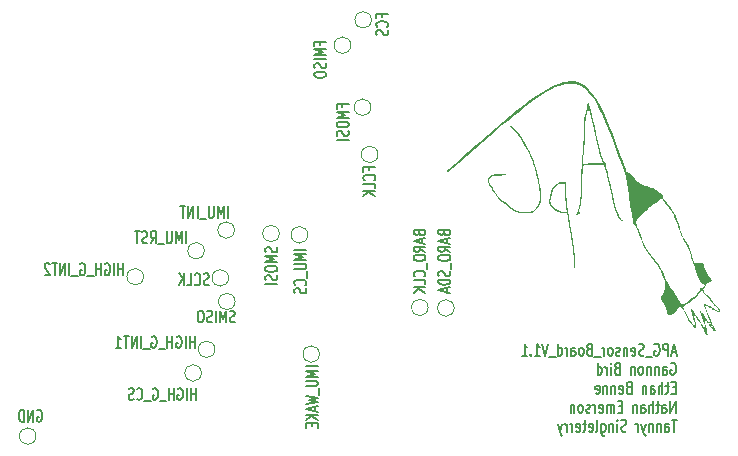
<source format=gbo>
G04 #@! TF.GenerationSoftware,KiCad,Pcbnew,8.0.5*
G04 #@! TF.CreationDate,2024-11-13T12:29:25-06:00*
G04 #@! TF.ProjectId,APG_Sensor_Test_Board,4150475f-5365-46e7-936f-725f54657374,rev?*
G04 #@! TF.SameCoordinates,Original*
G04 #@! TF.FileFunction,Legend,Bot*
G04 #@! TF.FilePolarity,Positive*
%FSLAX46Y46*%
G04 Gerber Fmt 4.6, Leading zero omitted, Abs format (unit mm)*
G04 Created by KiCad (PCBNEW 8.0.5) date 2024-11-13 12:29:25*
%MOMM*%
%LPD*%
G01*
G04 APERTURE LIST*
%ADD10C,0.187500*%
%ADD11C,0.120000*%
%ADD12C,0.000000*%
%ADD13C,3.200000*%
%ADD14R,1.700000X1.700000*%
%ADD15O,1.700000X1.700000*%
%ADD16C,0.650000*%
%ADD17O,1.000000X2.100000*%
%ADD18O,1.000000X1.800000*%
%ADD19C,2.000000*%
%ADD20R,2.000000X2.000000*%
%ADD21C,1.000000*%
G04 APERTURE END LIST*
D10*
X187983787Y-80892378D02*
X187626645Y-80892378D01*
X188055216Y-81178093D02*
X187805216Y-80178093D01*
X187805216Y-80178093D02*
X187555216Y-81178093D01*
X187305216Y-81178093D02*
X187305216Y-80178093D01*
X187305216Y-80178093D02*
X187019502Y-80178093D01*
X187019502Y-80178093D02*
X186948073Y-80225712D01*
X186948073Y-80225712D02*
X186912359Y-80273331D01*
X186912359Y-80273331D02*
X186876645Y-80368569D01*
X186876645Y-80368569D02*
X186876645Y-80511426D01*
X186876645Y-80511426D02*
X186912359Y-80606664D01*
X186912359Y-80606664D02*
X186948073Y-80654283D01*
X186948073Y-80654283D02*
X187019502Y-80701902D01*
X187019502Y-80701902D02*
X187305216Y-80701902D01*
X186162359Y-80225712D02*
X186233788Y-80178093D01*
X186233788Y-80178093D02*
X186340930Y-80178093D01*
X186340930Y-80178093D02*
X186448073Y-80225712D01*
X186448073Y-80225712D02*
X186519502Y-80320950D01*
X186519502Y-80320950D02*
X186555216Y-80416188D01*
X186555216Y-80416188D02*
X186590930Y-80606664D01*
X186590930Y-80606664D02*
X186590930Y-80749521D01*
X186590930Y-80749521D02*
X186555216Y-80939997D01*
X186555216Y-80939997D02*
X186519502Y-81035235D01*
X186519502Y-81035235D02*
X186448073Y-81130474D01*
X186448073Y-81130474D02*
X186340930Y-81178093D01*
X186340930Y-81178093D02*
X186269502Y-81178093D01*
X186269502Y-81178093D02*
X186162359Y-81130474D01*
X186162359Y-81130474D02*
X186126645Y-81082854D01*
X186126645Y-81082854D02*
X186126645Y-80749521D01*
X186126645Y-80749521D02*
X186269502Y-80749521D01*
X185983788Y-81273331D02*
X185412359Y-81273331D01*
X185269501Y-81130474D02*
X185162359Y-81178093D01*
X185162359Y-81178093D02*
X184983787Y-81178093D01*
X184983787Y-81178093D02*
X184912359Y-81130474D01*
X184912359Y-81130474D02*
X184876644Y-81082854D01*
X184876644Y-81082854D02*
X184840930Y-80987616D01*
X184840930Y-80987616D02*
X184840930Y-80892378D01*
X184840930Y-80892378D02*
X184876644Y-80797140D01*
X184876644Y-80797140D02*
X184912359Y-80749521D01*
X184912359Y-80749521D02*
X184983787Y-80701902D01*
X184983787Y-80701902D02*
X185126644Y-80654283D01*
X185126644Y-80654283D02*
X185198073Y-80606664D01*
X185198073Y-80606664D02*
X185233787Y-80559045D01*
X185233787Y-80559045D02*
X185269501Y-80463807D01*
X185269501Y-80463807D02*
X185269501Y-80368569D01*
X185269501Y-80368569D02*
X185233787Y-80273331D01*
X185233787Y-80273331D02*
X185198073Y-80225712D01*
X185198073Y-80225712D02*
X185126644Y-80178093D01*
X185126644Y-80178093D02*
X184948073Y-80178093D01*
X184948073Y-80178093D02*
X184840930Y-80225712D01*
X184233787Y-81130474D02*
X184305215Y-81178093D01*
X184305215Y-81178093D02*
X184448073Y-81178093D01*
X184448073Y-81178093D02*
X184519501Y-81130474D01*
X184519501Y-81130474D02*
X184555215Y-81035235D01*
X184555215Y-81035235D02*
X184555215Y-80654283D01*
X184555215Y-80654283D02*
X184519501Y-80559045D01*
X184519501Y-80559045D02*
X184448073Y-80511426D01*
X184448073Y-80511426D02*
X184305215Y-80511426D01*
X184305215Y-80511426D02*
X184233787Y-80559045D01*
X184233787Y-80559045D02*
X184198073Y-80654283D01*
X184198073Y-80654283D02*
X184198073Y-80749521D01*
X184198073Y-80749521D02*
X184555215Y-80844759D01*
X183876644Y-80511426D02*
X183876644Y-81178093D01*
X183876644Y-80606664D02*
X183840930Y-80559045D01*
X183840930Y-80559045D02*
X183769501Y-80511426D01*
X183769501Y-80511426D02*
X183662358Y-80511426D01*
X183662358Y-80511426D02*
X183590930Y-80559045D01*
X183590930Y-80559045D02*
X183555216Y-80654283D01*
X183555216Y-80654283D02*
X183555216Y-81178093D01*
X183233787Y-81130474D02*
X183162359Y-81178093D01*
X183162359Y-81178093D02*
X183019502Y-81178093D01*
X183019502Y-81178093D02*
X182948073Y-81130474D01*
X182948073Y-81130474D02*
X182912359Y-81035235D01*
X182912359Y-81035235D02*
X182912359Y-80987616D01*
X182912359Y-80987616D02*
X182948073Y-80892378D01*
X182948073Y-80892378D02*
X183019502Y-80844759D01*
X183019502Y-80844759D02*
X183126645Y-80844759D01*
X183126645Y-80844759D02*
X183198073Y-80797140D01*
X183198073Y-80797140D02*
X183233787Y-80701902D01*
X183233787Y-80701902D02*
X183233787Y-80654283D01*
X183233787Y-80654283D02*
X183198073Y-80559045D01*
X183198073Y-80559045D02*
X183126645Y-80511426D01*
X183126645Y-80511426D02*
X183019502Y-80511426D01*
X183019502Y-80511426D02*
X182948073Y-80559045D01*
X182483787Y-81178093D02*
X182555216Y-81130474D01*
X182555216Y-81130474D02*
X182590930Y-81082854D01*
X182590930Y-81082854D02*
X182626644Y-80987616D01*
X182626644Y-80987616D02*
X182626644Y-80701902D01*
X182626644Y-80701902D02*
X182590930Y-80606664D01*
X182590930Y-80606664D02*
X182555216Y-80559045D01*
X182555216Y-80559045D02*
X182483787Y-80511426D01*
X182483787Y-80511426D02*
X182376644Y-80511426D01*
X182376644Y-80511426D02*
X182305216Y-80559045D01*
X182305216Y-80559045D02*
X182269502Y-80606664D01*
X182269502Y-80606664D02*
X182233787Y-80701902D01*
X182233787Y-80701902D02*
X182233787Y-80987616D01*
X182233787Y-80987616D02*
X182269502Y-81082854D01*
X182269502Y-81082854D02*
X182305216Y-81130474D01*
X182305216Y-81130474D02*
X182376644Y-81178093D01*
X182376644Y-81178093D02*
X182483787Y-81178093D01*
X181912359Y-81178093D02*
X181912359Y-80511426D01*
X181912359Y-80701902D02*
X181876645Y-80606664D01*
X181876645Y-80606664D02*
X181840931Y-80559045D01*
X181840931Y-80559045D02*
X181769502Y-80511426D01*
X181769502Y-80511426D02*
X181698073Y-80511426D01*
X181626645Y-81273331D02*
X181055216Y-81273331D01*
X180626644Y-80654283D02*
X180519501Y-80701902D01*
X180519501Y-80701902D02*
X180483787Y-80749521D01*
X180483787Y-80749521D02*
X180448073Y-80844759D01*
X180448073Y-80844759D02*
X180448073Y-80987616D01*
X180448073Y-80987616D02*
X180483787Y-81082854D01*
X180483787Y-81082854D02*
X180519501Y-81130474D01*
X180519501Y-81130474D02*
X180590930Y-81178093D01*
X180590930Y-81178093D02*
X180876644Y-81178093D01*
X180876644Y-81178093D02*
X180876644Y-80178093D01*
X180876644Y-80178093D02*
X180626644Y-80178093D01*
X180626644Y-80178093D02*
X180555216Y-80225712D01*
X180555216Y-80225712D02*
X180519501Y-80273331D01*
X180519501Y-80273331D02*
X180483787Y-80368569D01*
X180483787Y-80368569D02*
X180483787Y-80463807D01*
X180483787Y-80463807D02*
X180519501Y-80559045D01*
X180519501Y-80559045D02*
X180555216Y-80606664D01*
X180555216Y-80606664D02*
X180626644Y-80654283D01*
X180626644Y-80654283D02*
X180876644Y-80654283D01*
X180019501Y-81178093D02*
X180090930Y-81130474D01*
X180090930Y-81130474D02*
X180126644Y-81082854D01*
X180126644Y-81082854D02*
X180162358Y-80987616D01*
X180162358Y-80987616D02*
X180162358Y-80701902D01*
X180162358Y-80701902D02*
X180126644Y-80606664D01*
X180126644Y-80606664D02*
X180090930Y-80559045D01*
X180090930Y-80559045D02*
X180019501Y-80511426D01*
X180019501Y-80511426D02*
X179912358Y-80511426D01*
X179912358Y-80511426D02*
X179840930Y-80559045D01*
X179840930Y-80559045D02*
X179805216Y-80606664D01*
X179805216Y-80606664D02*
X179769501Y-80701902D01*
X179769501Y-80701902D02*
X179769501Y-80987616D01*
X179769501Y-80987616D02*
X179805216Y-81082854D01*
X179805216Y-81082854D02*
X179840930Y-81130474D01*
X179840930Y-81130474D02*
X179912358Y-81178093D01*
X179912358Y-81178093D02*
X180019501Y-81178093D01*
X179126645Y-81178093D02*
X179126645Y-80654283D01*
X179126645Y-80654283D02*
X179162359Y-80559045D01*
X179162359Y-80559045D02*
X179233787Y-80511426D01*
X179233787Y-80511426D02*
X179376645Y-80511426D01*
X179376645Y-80511426D02*
X179448073Y-80559045D01*
X179126645Y-81130474D02*
X179198073Y-81178093D01*
X179198073Y-81178093D02*
X179376645Y-81178093D01*
X179376645Y-81178093D02*
X179448073Y-81130474D01*
X179448073Y-81130474D02*
X179483787Y-81035235D01*
X179483787Y-81035235D02*
X179483787Y-80939997D01*
X179483787Y-80939997D02*
X179448073Y-80844759D01*
X179448073Y-80844759D02*
X179376645Y-80797140D01*
X179376645Y-80797140D02*
X179198073Y-80797140D01*
X179198073Y-80797140D02*
X179126645Y-80749521D01*
X178769502Y-81178093D02*
X178769502Y-80511426D01*
X178769502Y-80701902D02*
X178733788Y-80606664D01*
X178733788Y-80606664D02*
X178698074Y-80559045D01*
X178698074Y-80559045D02*
X178626645Y-80511426D01*
X178626645Y-80511426D02*
X178555216Y-80511426D01*
X177983788Y-81178093D02*
X177983788Y-80178093D01*
X177983788Y-81130474D02*
X178055216Y-81178093D01*
X178055216Y-81178093D02*
X178198073Y-81178093D01*
X178198073Y-81178093D02*
X178269502Y-81130474D01*
X178269502Y-81130474D02*
X178305216Y-81082854D01*
X178305216Y-81082854D02*
X178340930Y-80987616D01*
X178340930Y-80987616D02*
X178340930Y-80701902D01*
X178340930Y-80701902D02*
X178305216Y-80606664D01*
X178305216Y-80606664D02*
X178269502Y-80559045D01*
X178269502Y-80559045D02*
X178198073Y-80511426D01*
X178198073Y-80511426D02*
X178055216Y-80511426D01*
X178055216Y-80511426D02*
X177983788Y-80559045D01*
X177805217Y-81273331D02*
X177233788Y-81273331D01*
X177162359Y-80178093D02*
X176912359Y-81178093D01*
X176912359Y-81178093D02*
X176662359Y-80178093D01*
X176019502Y-81178093D02*
X176448073Y-81178093D01*
X176233788Y-81178093D02*
X176233788Y-80178093D01*
X176233788Y-80178093D02*
X176305216Y-80320950D01*
X176305216Y-80320950D02*
X176376645Y-80416188D01*
X176376645Y-80416188D02*
X176448073Y-80463807D01*
X175698073Y-81082854D02*
X175662359Y-81130474D01*
X175662359Y-81130474D02*
X175698073Y-81178093D01*
X175698073Y-81178093D02*
X175733787Y-81130474D01*
X175733787Y-81130474D02*
X175698073Y-81082854D01*
X175698073Y-81082854D02*
X175698073Y-81178093D01*
X174948073Y-81178093D02*
X175376644Y-81178093D01*
X175162359Y-81178093D02*
X175162359Y-80178093D01*
X175162359Y-80178093D02*
X175233787Y-80320950D01*
X175233787Y-80320950D02*
X175305216Y-80416188D01*
X175305216Y-80416188D02*
X175376644Y-80463807D01*
X187555216Y-81835656D02*
X187626645Y-81788037D01*
X187626645Y-81788037D02*
X187733787Y-81788037D01*
X187733787Y-81788037D02*
X187840930Y-81835656D01*
X187840930Y-81835656D02*
X187912359Y-81930894D01*
X187912359Y-81930894D02*
X187948073Y-82026132D01*
X187948073Y-82026132D02*
X187983787Y-82216608D01*
X187983787Y-82216608D02*
X187983787Y-82359465D01*
X187983787Y-82359465D02*
X187948073Y-82549941D01*
X187948073Y-82549941D02*
X187912359Y-82645179D01*
X187912359Y-82645179D02*
X187840930Y-82740418D01*
X187840930Y-82740418D02*
X187733787Y-82788037D01*
X187733787Y-82788037D02*
X187662359Y-82788037D01*
X187662359Y-82788037D02*
X187555216Y-82740418D01*
X187555216Y-82740418D02*
X187519502Y-82692798D01*
X187519502Y-82692798D02*
X187519502Y-82359465D01*
X187519502Y-82359465D02*
X187662359Y-82359465D01*
X186876645Y-82788037D02*
X186876645Y-82264227D01*
X186876645Y-82264227D02*
X186912359Y-82168989D01*
X186912359Y-82168989D02*
X186983787Y-82121370D01*
X186983787Y-82121370D02*
X187126645Y-82121370D01*
X187126645Y-82121370D02*
X187198073Y-82168989D01*
X186876645Y-82740418D02*
X186948073Y-82788037D01*
X186948073Y-82788037D02*
X187126645Y-82788037D01*
X187126645Y-82788037D02*
X187198073Y-82740418D01*
X187198073Y-82740418D02*
X187233787Y-82645179D01*
X187233787Y-82645179D02*
X187233787Y-82549941D01*
X187233787Y-82549941D02*
X187198073Y-82454703D01*
X187198073Y-82454703D02*
X187126645Y-82407084D01*
X187126645Y-82407084D02*
X186948073Y-82407084D01*
X186948073Y-82407084D02*
X186876645Y-82359465D01*
X186519502Y-82121370D02*
X186519502Y-82788037D01*
X186519502Y-82216608D02*
X186483788Y-82168989D01*
X186483788Y-82168989D02*
X186412359Y-82121370D01*
X186412359Y-82121370D02*
X186305216Y-82121370D01*
X186305216Y-82121370D02*
X186233788Y-82168989D01*
X186233788Y-82168989D02*
X186198074Y-82264227D01*
X186198074Y-82264227D02*
X186198074Y-82788037D01*
X185840931Y-82121370D02*
X185840931Y-82788037D01*
X185840931Y-82216608D02*
X185805217Y-82168989D01*
X185805217Y-82168989D02*
X185733788Y-82121370D01*
X185733788Y-82121370D02*
X185626645Y-82121370D01*
X185626645Y-82121370D02*
X185555217Y-82168989D01*
X185555217Y-82168989D02*
X185519503Y-82264227D01*
X185519503Y-82264227D02*
X185519503Y-82788037D01*
X185055217Y-82788037D02*
X185126646Y-82740418D01*
X185126646Y-82740418D02*
X185162360Y-82692798D01*
X185162360Y-82692798D02*
X185198074Y-82597560D01*
X185198074Y-82597560D02*
X185198074Y-82311846D01*
X185198074Y-82311846D02*
X185162360Y-82216608D01*
X185162360Y-82216608D02*
X185126646Y-82168989D01*
X185126646Y-82168989D02*
X185055217Y-82121370D01*
X185055217Y-82121370D02*
X184948074Y-82121370D01*
X184948074Y-82121370D02*
X184876646Y-82168989D01*
X184876646Y-82168989D02*
X184840932Y-82216608D01*
X184840932Y-82216608D02*
X184805217Y-82311846D01*
X184805217Y-82311846D02*
X184805217Y-82597560D01*
X184805217Y-82597560D02*
X184840932Y-82692798D01*
X184840932Y-82692798D02*
X184876646Y-82740418D01*
X184876646Y-82740418D02*
X184948074Y-82788037D01*
X184948074Y-82788037D02*
X185055217Y-82788037D01*
X184483789Y-82121370D02*
X184483789Y-82788037D01*
X184483789Y-82216608D02*
X184448075Y-82168989D01*
X184448075Y-82168989D02*
X184376646Y-82121370D01*
X184376646Y-82121370D02*
X184269503Y-82121370D01*
X184269503Y-82121370D02*
X184198075Y-82168989D01*
X184198075Y-82168989D02*
X184162361Y-82264227D01*
X184162361Y-82264227D02*
X184162361Y-82788037D01*
X182983789Y-82264227D02*
X182876646Y-82311846D01*
X182876646Y-82311846D02*
X182840932Y-82359465D01*
X182840932Y-82359465D02*
X182805218Y-82454703D01*
X182805218Y-82454703D02*
X182805218Y-82597560D01*
X182805218Y-82597560D02*
X182840932Y-82692798D01*
X182840932Y-82692798D02*
X182876646Y-82740418D01*
X182876646Y-82740418D02*
X182948075Y-82788037D01*
X182948075Y-82788037D02*
X183233789Y-82788037D01*
X183233789Y-82788037D02*
X183233789Y-81788037D01*
X183233789Y-81788037D02*
X182983789Y-81788037D01*
X182983789Y-81788037D02*
X182912361Y-81835656D01*
X182912361Y-81835656D02*
X182876646Y-81883275D01*
X182876646Y-81883275D02*
X182840932Y-81978513D01*
X182840932Y-81978513D02*
X182840932Y-82073751D01*
X182840932Y-82073751D02*
X182876646Y-82168989D01*
X182876646Y-82168989D02*
X182912361Y-82216608D01*
X182912361Y-82216608D02*
X182983789Y-82264227D01*
X182983789Y-82264227D02*
X183233789Y-82264227D01*
X182483789Y-82788037D02*
X182483789Y-82121370D01*
X182483789Y-81788037D02*
X182519503Y-81835656D01*
X182519503Y-81835656D02*
X182483789Y-81883275D01*
X182483789Y-81883275D02*
X182448075Y-81835656D01*
X182448075Y-81835656D02*
X182483789Y-81788037D01*
X182483789Y-81788037D02*
X182483789Y-81883275D01*
X182126646Y-82788037D02*
X182126646Y-82121370D01*
X182126646Y-82311846D02*
X182090932Y-82216608D01*
X182090932Y-82216608D02*
X182055218Y-82168989D01*
X182055218Y-82168989D02*
X181983789Y-82121370D01*
X181983789Y-82121370D02*
X181912360Y-82121370D01*
X181340932Y-82788037D02*
X181340932Y-81788037D01*
X181340932Y-82740418D02*
X181412360Y-82788037D01*
X181412360Y-82788037D02*
X181555217Y-82788037D01*
X181555217Y-82788037D02*
X181626646Y-82740418D01*
X181626646Y-82740418D02*
X181662360Y-82692798D01*
X181662360Y-82692798D02*
X181698074Y-82597560D01*
X181698074Y-82597560D02*
X181698074Y-82311846D01*
X181698074Y-82311846D02*
X181662360Y-82216608D01*
X181662360Y-82216608D02*
X181626646Y-82168989D01*
X181626646Y-82168989D02*
X181555217Y-82121370D01*
X181555217Y-82121370D02*
X181412360Y-82121370D01*
X181412360Y-82121370D02*
X181340932Y-82168989D01*
X187948073Y-83874171D02*
X187698073Y-83874171D01*
X187590930Y-84397981D02*
X187948073Y-84397981D01*
X187948073Y-84397981D02*
X187948073Y-83397981D01*
X187948073Y-83397981D02*
X187590930Y-83397981D01*
X187376645Y-83731314D02*
X187090931Y-83731314D01*
X187269502Y-83397981D02*
X187269502Y-84255123D01*
X187269502Y-84255123D02*
X187233788Y-84350362D01*
X187233788Y-84350362D02*
X187162359Y-84397981D01*
X187162359Y-84397981D02*
X187090931Y-84397981D01*
X186840931Y-84397981D02*
X186840931Y-83397981D01*
X186519503Y-84397981D02*
X186519503Y-83874171D01*
X186519503Y-83874171D02*
X186555217Y-83778933D01*
X186555217Y-83778933D02*
X186626645Y-83731314D01*
X186626645Y-83731314D02*
X186733788Y-83731314D01*
X186733788Y-83731314D02*
X186805217Y-83778933D01*
X186805217Y-83778933D02*
X186840931Y-83826552D01*
X185840932Y-84397981D02*
X185840932Y-83874171D01*
X185840932Y-83874171D02*
X185876646Y-83778933D01*
X185876646Y-83778933D02*
X185948074Y-83731314D01*
X185948074Y-83731314D02*
X186090932Y-83731314D01*
X186090932Y-83731314D02*
X186162360Y-83778933D01*
X185840932Y-84350362D02*
X185912360Y-84397981D01*
X185912360Y-84397981D02*
X186090932Y-84397981D01*
X186090932Y-84397981D02*
X186162360Y-84350362D01*
X186162360Y-84350362D02*
X186198074Y-84255123D01*
X186198074Y-84255123D02*
X186198074Y-84159885D01*
X186198074Y-84159885D02*
X186162360Y-84064647D01*
X186162360Y-84064647D02*
X186090932Y-84017028D01*
X186090932Y-84017028D02*
X185912360Y-84017028D01*
X185912360Y-84017028D02*
X185840932Y-83969409D01*
X185483789Y-83731314D02*
X185483789Y-84397981D01*
X185483789Y-83826552D02*
X185448075Y-83778933D01*
X185448075Y-83778933D02*
X185376646Y-83731314D01*
X185376646Y-83731314D02*
X185269503Y-83731314D01*
X185269503Y-83731314D02*
X185198075Y-83778933D01*
X185198075Y-83778933D02*
X185162361Y-83874171D01*
X185162361Y-83874171D02*
X185162361Y-84397981D01*
X183983789Y-83874171D02*
X183876646Y-83921790D01*
X183876646Y-83921790D02*
X183840932Y-83969409D01*
X183840932Y-83969409D02*
X183805218Y-84064647D01*
X183805218Y-84064647D02*
X183805218Y-84207504D01*
X183805218Y-84207504D02*
X183840932Y-84302742D01*
X183840932Y-84302742D02*
X183876646Y-84350362D01*
X183876646Y-84350362D02*
X183948075Y-84397981D01*
X183948075Y-84397981D02*
X184233789Y-84397981D01*
X184233789Y-84397981D02*
X184233789Y-83397981D01*
X184233789Y-83397981D02*
X183983789Y-83397981D01*
X183983789Y-83397981D02*
X183912361Y-83445600D01*
X183912361Y-83445600D02*
X183876646Y-83493219D01*
X183876646Y-83493219D02*
X183840932Y-83588457D01*
X183840932Y-83588457D02*
X183840932Y-83683695D01*
X183840932Y-83683695D02*
X183876646Y-83778933D01*
X183876646Y-83778933D02*
X183912361Y-83826552D01*
X183912361Y-83826552D02*
X183983789Y-83874171D01*
X183983789Y-83874171D02*
X184233789Y-83874171D01*
X183198075Y-84350362D02*
X183269503Y-84397981D01*
X183269503Y-84397981D02*
X183412361Y-84397981D01*
X183412361Y-84397981D02*
X183483789Y-84350362D01*
X183483789Y-84350362D02*
X183519503Y-84255123D01*
X183519503Y-84255123D02*
X183519503Y-83874171D01*
X183519503Y-83874171D02*
X183483789Y-83778933D01*
X183483789Y-83778933D02*
X183412361Y-83731314D01*
X183412361Y-83731314D02*
X183269503Y-83731314D01*
X183269503Y-83731314D02*
X183198075Y-83778933D01*
X183198075Y-83778933D02*
X183162361Y-83874171D01*
X183162361Y-83874171D02*
X183162361Y-83969409D01*
X183162361Y-83969409D02*
X183519503Y-84064647D01*
X182840932Y-83731314D02*
X182840932Y-84397981D01*
X182840932Y-83826552D02*
X182805218Y-83778933D01*
X182805218Y-83778933D02*
X182733789Y-83731314D01*
X182733789Y-83731314D02*
X182626646Y-83731314D01*
X182626646Y-83731314D02*
X182555218Y-83778933D01*
X182555218Y-83778933D02*
X182519504Y-83874171D01*
X182519504Y-83874171D02*
X182519504Y-84397981D01*
X182162361Y-83731314D02*
X182162361Y-84397981D01*
X182162361Y-83826552D02*
X182126647Y-83778933D01*
X182126647Y-83778933D02*
X182055218Y-83731314D01*
X182055218Y-83731314D02*
X181948075Y-83731314D01*
X181948075Y-83731314D02*
X181876647Y-83778933D01*
X181876647Y-83778933D02*
X181840933Y-83874171D01*
X181840933Y-83874171D02*
X181840933Y-84397981D01*
X181198076Y-84350362D02*
X181269504Y-84397981D01*
X181269504Y-84397981D02*
X181412362Y-84397981D01*
X181412362Y-84397981D02*
X181483790Y-84350362D01*
X181483790Y-84350362D02*
X181519504Y-84255123D01*
X181519504Y-84255123D02*
X181519504Y-83874171D01*
X181519504Y-83874171D02*
X181483790Y-83778933D01*
X181483790Y-83778933D02*
X181412362Y-83731314D01*
X181412362Y-83731314D02*
X181269504Y-83731314D01*
X181269504Y-83731314D02*
X181198076Y-83778933D01*
X181198076Y-83778933D02*
X181162362Y-83874171D01*
X181162362Y-83874171D02*
X181162362Y-83969409D01*
X181162362Y-83969409D02*
X181519504Y-84064647D01*
X187948073Y-86007925D02*
X187948073Y-85007925D01*
X187948073Y-85007925D02*
X187519502Y-86007925D01*
X187519502Y-86007925D02*
X187519502Y-85007925D01*
X186840931Y-86007925D02*
X186840931Y-85484115D01*
X186840931Y-85484115D02*
X186876645Y-85388877D01*
X186876645Y-85388877D02*
X186948073Y-85341258D01*
X186948073Y-85341258D02*
X187090931Y-85341258D01*
X187090931Y-85341258D02*
X187162359Y-85388877D01*
X186840931Y-85960306D02*
X186912359Y-86007925D01*
X186912359Y-86007925D02*
X187090931Y-86007925D01*
X187090931Y-86007925D02*
X187162359Y-85960306D01*
X187162359Y-85960306D02*
X187198073Y-85865067D01*
X187198073Y-85865067D02*
X187198073Y-85769829D01*
X187198073Y-85769829D02*
X187162359Y-85674591D01*
X187162359Y-85674591D02*
X187090931Y-85626972D01*
X187090931Y-85626972D02*
X186912359Y-85626972D01*
X186912359Y-85626972D02*
X186840931Y-85579353D01*
X186590931Y-85341258D02*
X186305217Y-85341258D01*
X186483788Y-85007925D02*
X186483788Y-85865067D01*
X186483788Y-85865067D02*
X186448074Y-85960306D01*
X186448074Y-85960306D02*
X186376645Y-86007925D01*
X186376645Y-86007925D02*
X186305217Y-86007925D01*
X186055217Y-86007925D02*
X186055217Y-85007925D01*
X185733789Y-86007925D02*
X185733789Y-85484115D01*
X185733789Y-85484115D02*
X185769503Y-85388877D01*
X185769503Y-85388877D02*
X185840931Y-85341258D01*
X185840931Y-85341258D02*
X185948074Y-85341258D01*
X185948074Y-85341258D02*
X186019503Y-85388877D01*
X186019503Y-85388877D02*
X186055217Y-85436496D01*
X185055218Y-86007925D02*
X185055218Y-85484115D01*
X185055218Y-85484115D02*
X185090932Y-85388877D01*
X185090932Y-85388877D02*
X185162360Y-85341258D01*
X185162360Y-85341258D02*
X185305218Y-85341258D01*
X185305218Y-85341258D02*
X185376646Y-85388877D01*
X185055218Y-85960306D02*
X185126646Y-86007925D01*
X185126646Y-86007925D02*
X185305218Y-86007925D01*
X185305218Y-86007925D02*
X185376646Y-85960306D01*
X185376646Y-85960306D02*
X185412360Y-85865067D01*
X185412360Y-85865067D02*
X185412360Y-85769829D01*
X185412360Y-85769829D02*
X185376646Y-85674591D01*
X185376646Y-85674591D02*
X185305218Y-85626972D01*
X185305218Y-85626972D02*
X185126646Y-85626972D01*
X185126646Y-85626972D02*
X185055218Y-85579353D01*
X184698075Y-85341258D02*
X184698075Y-86007925D01*
X184698075Y-85436496D02*
X184662361Y-85388877D01*
X184662361Y-85388877D02*
X184590932Y-85341258D01*
X184590932Y-85341258D02*
X184483789Y-85341258D01*
X184483789Y-85341258D02*
X184412361Y-85388877D01*
X184412361Y-85388877D02*
X184376647Y-85484115D01*
X184376647Y-85484115D02*
X184376647Y-86007925D01*
X183448075Y-85484115D02*
X183198075Y-85484115D01*
X183090932Y-86007925D02*
X183448075Y-86007925D01*
X183448075Y-86007925D02*
X183448075Y-85007925D01*
X183448075Y-85007925D02*
X183090932Y-85007925D01*
X182769504Y-86007925D02*
X182769504Y-85341258D01*
X182769504Y-85436496D02*
X182733790Y-85388877D01*
X182733790Y-85388877D02*
X182662361Y-85341258D01*
X182662361Y-85341258D02*
X182555218Y-85341258D01*
X182555218Y-85341258D02*
X182483790Y-85388877D01*
X182483790Y-85388877D02*
X182448076Y-85484115D01*
X182448076Y-85484115D02*
X182448076Y-86007925D01*
X182448076Y-85484115D02*
X182412361Y-85388877D01*
X182412361Y-85388877D02*
X182340933Y-85341258D01*
X182340933Y-85341258D02*
X182233790Y-85341258D01*
X182233790Y-85341258D02*
X182162361Y-85388877D01*
X182162361Y-85388877D02*
X182126647Y-85484115D01*
X182126647Y-85484115D02*
X182126647Y-86007925D01*
X181483790Y-85960306D02*
X181555218Y-86007925D01*
X181555218Y-86007925D02*
X181698076Y-86007925D01*
X181698076Y-86007925D02*
X181769504Y-85960306D01*
X181769504Y-85960306D02*
X181805218Y-85865067D01*
X181805218Y-85865067D02*
X181805218Y-85484115D01*
X181805218Y-85484115D02*
X181769504Y-85388877D01*
X181769504Y-85388877D02*
X181698076Y-85341258D01*
X181698076Y-85341258D02*
X181555218Y-85341258D01*
X181555218Y-85341258D02*
X181483790Y-85388877D01*
X181483790Y-85388877D02*
X181448076Y-85484115D01*
X181448076Y-85484115D02*
X181448076Y-85579353D01*
X181448076Y-85579353D02*
X181805218Y-85674591D01*
X181126647Y-86007925D02*
X181126647Y-85341258D01*
X181126647Y-85531734D02*
X181090933Y-85436496D01*
X181090933Y-85436496D02*
X181055219Y-85388877D01*
X181055219Y-85388877D02*
X180983790Y-85341258D01*
X180983790Y-85341258D02*
X180912361Y-85341258D01*
X180698075Y-85960306D02*
X180626647Y-86007925D01*
X180626647Y-86007925D02*
X180483790Y-86007925D01*
X180483790Y-86007925D02*
X180412361Y-85960306D01*
X180412361Y-85960306D02*
X180376647Y-85865067D01*
X180376647Y-85865067D02*
X180376647Y-85817448D01*
X180376647Y-85817448D02*
X180412361Y-85722210D01*
X180412361Y-85722210D02*
X180483790Y-85674591D01*
X180483790Y-85674591D02*
X180590933Y-85674591D01*
X180590933Y-85674591D02*
X180662361Y-85626972D01*
X180662361Y-85626972D02*
X180698075Y-85531734D01*
X180698075Y-85531734D02*
X180698075Y-85484115D01*
X180698075Y-85484115D02*
X180662361Y-85388877D01*
X180662361Y-85388877D02*
X180590933Y-85341258D01*
X180590933Y-85341258D02*
X180483790Y-85341258D01*
X180483790Y-85341258D02*
X180412361Y-85388877D01*
X179948075Y-86007925D02*
X180019504Y-85960306D01*
X180019504Y-85960306D02*
X180055218Y-85912686D01*
X180055218Y-85912686D02*
X180090932Y-85817448D01*
X180090932Y-85817448D02*
X180090932Y-85531734D01*
X180090932Y-85531734D02*
X180055218Y-85436496D01*
X180055218Y-85436496D02*
X180019504Y-85388877D01*
X180019504Y-85388877D02*
X179948075Y-85341258D01*
X179948075Y-85341258D02*
X179840932Y-85341258D01*
X179840932Y-85341258D02*
X179769504Y-85388877D01*
X179769504Y-85388877D02*
X179733790Y-85436496D01*
X179733790Y-85436496D02*
X179698075Y-85531734D01*
X179698075Y-85531734D02*
X179698075Y-85817448D01*
X179698075Y-85817448D02*
X179733790Y-85912686D01*
X179733790Y-85912686D02*
X179769504Y-85960306D01*
X179769504Y-85960306D02*
X179840932Y-86007925D01*
X179840932Y-86007925D02*
X179948075Y-86007925D01*
X179376647Y-85341258D02*
X179376647Y-86007925D01*
X179376647Y-85436496D02*
X179340933Y-85388877D01*
X179340933Y-85388877D02*
X179269504Y-85341258D01*
X179269504Y-85341258D02*
X179162361Y-85341258D01*
X179162361Y-85341258D02*
X179090933Y-85388877D01*
X179090933Y-85388877D02*
X179055219Y-85484115D01*
X179055219Y-85484115D02*
X179055219Y-86007925D01*
X188055216Y-86617869D02*
X187626645Y-86617869D01*
X187840930Y-87617869D02*
X187840930Y-86617869D01*
X187055216Y-87617869D02*
X187055216Y-87094059D01*
X187055216Y-87094059D02*
X187090930Y-86998821D01*
X187090930Y-86998821D02*
X187162358Y-86951202D01*
X187162358Y-86951202D02*
X187305216Y-86951202D01*
X187305216Y-86951202D02*
X187376644Y-86998821D01*
X187055216Y-87570250D02*
X187126644Y-87617869D01*
X187126644Y-87617869D02*
X187305216Y-87617869D01*
X187305216Y-87617869D02*
X187376644Y-87570250D01*
X187376644Y-87570250D02*
X187412358Y-87475011D01*
X187412358Y-87475011D02*
X187412358Y-87379773D01*
X187412358Y-87379773D02*
X187376644Y-87284535D01*
X187376644Y-87284535D02*
X187305216Y-87236916D01*
X187305216Y-87236916D02*
X187126644Y-87236916D01*
X187126644Y-87236916D02*
X187055216Y-87189297D01*
X186698073Y-86951202D02*
X186698073Y-87617869D01*
X186698073Y-87046440D02*
X186662359Y-86998821D01*
X186662359Y-86998821D02*
X186590930Y-86951202D01*
X186590930Y-86951202D02*
X186483787Y-86951202D01*
X186483787Y-86951202D02*
X186412359Y-86998821D01*
X186412359Y-86998821D02*
X186376645Y-87094059D01*
X186376645Y-87094059D02*
X186376645Y-87617869D01*
X186019502Y-86951202D02*
X186019502Y-87617869D01*
X186019502Y-87046440D02*
X185983788Y-86998821D01*
X185983788Y-86998821D02*
X185912359Y-86951202D01*
X185912359Y-86951202D02*
X185805216Y-86951202D01*
X185805216Y-86951202D02*
X185733788Y-86998821D01*
X185733788Y-86998821D02*
X185698074Y-87094059D01*
X185698074Y-87094059D02*
X185698074Y-87617869D01*
X185412360Y-86951202D02*
X185233788Y-87617869D01*
X185055217Y-86951202D02*
X185233788Y-87617869D01*
X185233788Y-87617869D02*
X185305217Y-87855964D01*
X185305217Y-87855964D02*
X185340931Y-87903583D01*
X185340931Y-87903583D02*
X185412360Y-87951202D01*
X184769502Y-87617869D02*
X184769502Y-86951202D01*
X184769502Y-87141678D02*
X184733788Y-87046440D01*
X184733788Y-87046440D02*
X184698074Y-86998821D01*
X184698074Y-86998821D02*
X184626645Y-86951202D01*
X184626645Y-86951202D02*
X184555216Y-86951202D01*
X183769501Y-87570250D02*
X183662359Y-87617869D01*
X183662359Y-87617869D02*
X183483787Y-87617869D01*
X183483787Y-87617869D02*
X183412359Y-87570250D01*
X183412359Y-87570250D02*
X183376644Y-87522630D01*
X183376644Y-87522630D02*
X183340930Y-87427392D01*
X183340930Y-87427392D02*
X183340930Y-87332154D01*
X183340930Y-87332154D02*
X183376644Y-87236916D01*
X183376644Y-87236916D02*
X183412359Y-87189297D01*
X183412359Y-87189297D02*
X183483787Y-87141678D01*
X183483787Y-87141678D02*
X183626644Y-87094059D01*
X183626644Y-87094059D02*
X183698073Y-87046440D01*
X183698073Y-87046440D02*
X183733787Y-86998821D01*
X183733787Y-86998821D02*
X183769501Y-86903583D01*
X183769501Y-86903583D02*
X183769501Y-86808345D01*
X183769501Y-86808345D02*
X183733787Y-86713107D01*
X183733787Y-86713107D02*
X183698073Y-86665488D01*
X183698073Y-86665488D02*
X183626644Y-86617869D01*
X183626644Y-86617869D02*
X183448073Y-86617869D01*
X183448073Y-86617869D02*
X183340930Y-86665488D01*
X183019501Y-87617869D02*
X183019501Y-86951202D01*
X183019501Y-86617869D02*
X183055215Y-86665488D01*
X183055215Y-86665488D02*
X183019501Y-86713107D01*
X183019501Y-86713107D02*
X182983787Y-86665488D01*
X182983787Y-86665488D02*
X183019501Y-86617869D01*
X183019501Y-86617869D02*
X183019501Y-86713107D01*
X182662358Y-86951202D02*
X182662358Y-87617869D01*
X182662358Y-87046440D02*
X182626644Y-86998821D01*
X182626644Y-86998821D02*
X182555215Y-86951202D01*
X182555215Y-86951202D02*
X182448072Y-86951202D01*
X182448072Y-86951202D02*
X182376644Y-86998821D01*
X182376644Y-86998821D02*
X182340930Y-87094059D01*
X182340930Y-87094059D02*
X182340930Y-87617869D01*
X181662359Y-86951202D02*
X181662359Y-87760726D01*
X181662359Y-87760726D02*
X181698073Y-87855964D01*
X181698073Y-87855964D02*
X181733787Y-87903583D01*
X181733787Y-87903583D02*
X181805216Y-87951202D01*
X181805216Y-87951202D02*
X181912359Y-87951202D01*
X181912359Y-87951202D02*
X181983787Y-87903583D01*
X181662359Y-87570250D02*
X181733787Y-87617869D01*
X181733787Y-87617869D02*
X181876644Y-87617869D01*
X181876644Y-87617869D02*
X181948073Y-87570250D01*
X181948073Y-87570250D02*
X181983787Y-87522630D01*
X181983787Y-87522630D02*
X182019501Y-87427392D01*
X182019501Y-87427392D02*
X182019501Y-87141678D01*
X182019501Y-87141678D02*
X181983787Y-87046440D01*
X181983787Y-87046440D02*
X181948073Y-86998821D01*
X181948073Y-86998821D02*
X181876644Y-86951202D01*
X181876644Y-86951202D02*
X181733787Y-86951202D01*
X181733787Y-86951202D02*
X181662359Y-86998821D01*
X181198073Y-87617869D02*
X181269502Y-87570250D01*
X181269502Y-87570250D02*
X181305216Y-87475011D01*
X181305216Y-87475011D02*
X181305216Y-86617869D01*
X180626645Y-87570250D02*
X180698073Y-87617869D01*
X180698073Y-87617869D02*
X180840931Y-87617869D01*
X180840931Y-87617869D02*
X180912359Y-87570250D01*
X180912359Y-87570250D02*
X180948073Y-87475011D01*
X180948073Y-87475011D02*
X180948073Y-87094059D01*
X180948073Y-87094059D02*
X180912359Y-86998821D01*
X180912359Y-86998821D02*
X180840931Y-86951202D01*
X180840931Y-86951202D02*
X180698073Y-86951202D01*
X180698073Y-86951202D02*
X180626645Y-86998821D01*
X180626645Y-86998821D02*
X180590931Y-87094059D01*
X180590931Y-87094059D02*
X180590931Y-87189297D01*
X180590931Y-87189297D02*
X180948073Y-87284535D01*
X180376645Y-86951202D02*
X180090931Y-86951202D01*
X180269502Y-86617869D02*
X180269502Y-87475011D01*
X180269502Y-87475011D02*
X180233788Y-87570250D01*
X180233788Y-87570250D02*
X180162359Y-87617869D01*
X180162359Y-87617869D02*
X180090931Y-87617869D01*
X179555217Y-87570250D02*
X179626645Y-87617869D01*
X179626645Y-87617869D02*
X179769503Y-87617869D01*
X179769503Y-87617869D02*
X179840931Y-87570250D01*
X179840931Y-87570250D02*
X179876645Y-87475011D01*
X179876645Y-87475011D02*
X179876645Y-87094059D01*
X179876645Y-87094059D02*
X179840931Y-86998821D01*
X179840931Y-86998821D02*
X179769503Y-86951202D01*
X179769503Y-86951202D02*
X179626645Y-86951202D01*
X179626645Y-86951202D02*
X179555217Y-86998821D01*
X179555217Y-86998821D02*
X179519503Y-87094059D01*
X179519503Y-87094059D02*
X179519503Y-87189297D01*
X179519503Y-87189297D02*
X179876645Y-87284535D01*
X179198074Y-87617869D02*
X179198074Y-86951202D01*
X179198074Y-87141678D02*
X179162360Y-87046440D01*
X179162360Y-87046440D02*
X179126646Y-86998821D01*
X179126646Y-86998821D02*
X179055217Y-86951202D01*
X179055217Y-86951202D02*
X178983788Y-86951202D01*
X178733788Y-87617869D02*
X178733788Y-86951202D01*
X178733788Y-87141678D02*
X178698074Y-87046440D01*
X178698074Y-87046440D02*
X178662360Y-86998821D01*
X178662360Y-86998821D02*
X178590931Y-86951202D01*
X178590931Y-86951202D02*
X178519502Y-86951202D01*
X178340931Y-86951202D02*
X178162359Y-87617869D01*
X177983788Y-86951202D02*
X178162359Y-87617869D01*
X178162359Y-87617869D02*
X178233788Y-87855964D01*
X178233788Y-87855964D02*
X178269502Y-87903583D01*
X178269502Y-87903583D02*
X178340931Y-87951202D01*
X150048073Y-69517869D02*
X150048073Y-68517869D01*
X149690930Y-69517869D02*
X149690930Y-68517869D01*
X149690930Y-68517869D02*
X149440930Y-69232154D01*
X149440930Y-69232154D02*
X149190930Y-68517869D01*
X149190930Y-68517869D02*
X149190930Y-69517869D01*
X148833787Y-68517869D02*
X148833787Y-69327392D01*
X148833787Y-69327392D02*
X148798073Y-69422630D01*
X148798073Y-69422630D02*
X148762359Y-69470250D01*
X148762359Y-69470250D02*
X148690930Y-69517869D01*
X148690930Y-69517869D02*
X148548073Y-69517869D01*
X148548073Y-69517869D02*
X148476644Y-69470250D01*
X148476644Y-69470250D02*
X148440930Y-69422630D01*
X148440930Y-69422630D02*
X148405216Y-69327392D01*
X148405216Y-69327392D02*
X148405216Y-68517869D01*
X148226645Y-69613107D02*
X147655216Y-69613107D01*
X147476644Y-69517869D02*
X147476644Y-68517869D01*
X147119501Y-69517869D02*
X147119501Y-68517869D01*
X147119501Y-68517869D02*
X146690930Y-69517869D01*
X146690930Y-69517869D02*
X146690930Y-68517869D01*
X146440930Y-68517869D02*
X146012359Y-68517869D01*
X146226644Y-69517869D02*
X146226644Y-68517869D01*
X159744059Y-60151926D02*
X159744059Y-59901926D01*
X160267869Y-59901926D02*
X159267869Y-59901926D01*
X159267869Y-59901926D02*
X159267869Y-60259069D01*
X160267869Y-60544783D02*
X159267869Y-60544783D01*
X159267869Y-60544783D02*
X159982154Y-60794783D01*
X159982154Y-60794783D02*
X159267869Y-61044783D01*
X159267869Y-61044783D02*
X160267869Y-61044783D01*
X159267869Y-61544783D02*
X159267869Y-61687640D01*
X159267869Y-61687640D02*
X159315488Y-61759069D01*
X159315488Y-61759069D02*
X159410726Y-61830497D01*
X159410726Y-61830497D02*
X159601202Y-61866212D01*
X159601202Y-61866212D02*
X159934535Y-61866212D01*
X159934535Y-61866212D02*
X160125011Y-61830497D01*
X160125011Y-61830497D02*
X160220250Y-61759069D01*
X160220250Y-61759069D02*
X160267869Y-61687640D01*
X160267869Y-61687640D02*
X160267869Y-61544783D01*
X160267869Y-61544783D02*
X160220250Y-61473355D01*
X160220250Y-61473355D02*
X160125011Y-61401926D01*
X160125011Y-61401926D02*
X159934535Y-61366212D01*
X159934535Y-61366212D02*
X159601202Y-61366212D01*
X159601202Y-61366212D02*
X159410726Y-61401926D01*
X159410726Y-61401926D02*
X159315488Y-61473355D01*
X159315488Y-61473355D02*
X159267869Y-61544783D01*
X160220250Y-62151926D02*
X160267869Y-62259069D01*
X160267869Y-62259069D02*
X160267869Y-62437640D01*
X160267869Y-62437640D02*
X160220250Y-62509069D01*
X160220250Y-62509069D02*
X160172630Y-62544783D01*
X160172630Y-62544783D02*
X160077392Y-62580497D01*
X160077392Y-62580497D02*
X159982154Y-62580497D01*
X159982154Y-62580497D02*
X159886916Y-62544783D01*
X159886916Y-62544783D02*
X159839297Y-62509069D01*
X159839297Y-62509069D02*
X159791678Y-62437640D01*
X159791678Y-62437640D02*
X159744059Y-62294783D01*
X159744059Y-62294783D02*
X159696440Y-62223354D01*
X159696440Y-62223354D02*
X159648821Y-62187640D01*
X159648821Y-62187640D02*
X159553583Y-62151926D01*
X159553583Y-62151926D02*
X159458345Y-62151926D01*
X159458345Y-62151926D02*
X159363107Y-62187640D01*
X159363107Y-62187640D02*
X159315488Y-62223354D01*
X159315488Y-62223354D02*
X159267869Y-62294783D01*
X159267869Y-62294783D02*
X159267869Y-62473354D01*
X159267869Y-62473354D02*
X159315488Y-62580497D01*
X160267869Y-62901926D02*
X159267869Y-62901926D01*
X163094059Y-52501926D02*
X163094059Y-52251926D01*
X163617869Y-52251926D02*
X162617869Y-52251926D01*
X162617869Y-52251926D02*
X162617869Y-52609069D01*
X163522630Y-53323354D02*
X163570250Y-53287640D01*
X163570250Y-53287640D02*
X163617869Y-53180497D01*
X163617869Y-53180497D02*
X163617869Y-53109069D01*
X163617869Y-53109069D02*
X163570250Y-53001926D01*
X163570250Y-53001926D02*
X163475011Y-52930497D01*
X163475011Y-52930497D02*
X163379773Y-52894783D01*
X163379773Y-52894783D02*
X163189297Y-52859069D01*
X163189297Y-52859069D02*
X163046440Y-52859069D01*
X163046440Y-52859069D02*
X162855964Y-52894783D01*
X162855964Y-52894783D02*
X162760726Y-52930497D01*
X162760726Y-52930497D02*
X162665488Y-53001926D01*
X162665488Y-53001926D02*
X162617869Y-53109069D01*
X162617869Y-53109069D02*
X162617869Y-53180497D01*
X162617869Y-53180497D02*
X162665488Y-53287640D01*
X162665488Y-53287640D02*
X162713107Y-53323354D01*
X163570250Y-53609069D02*
X163617869Y-53716212D01*
X163617869Y-53716212D02*
X163617869Y-53894783D01*
X163617869Y-53894783D02*
X163570250Y-53966212D01*
X163570250Y-53966212D02*
X163522630Y-54001926D01*
X163522630Y-54001926D02*
X163427392Y-54037640D01*
X163427392Y-54037640D02*
X163332154Y-54037640D01*
X163332154Y-54037640D02*
X163236916Y-54001926D01*
X163236916Y-54001926D02*
X163189297Y-53966212D01*
X163189297Y-53966212D02*
X163141678Y-53894783D01*
X163141678Y-53894783D02*
X163094059Y-53751926D01*
X163094059Y-53751926D02*
X163046440Y-53680497D01*
X163046440Y-53680497D02*
X162998821Y-53644783D01*
X162998821Y-53644783D02*
X162903583Y-53609069D01*
X162903583Y-53609069D02*
X162808345Y-53609069D01*
X162808345Y-53609069D02*
X162713107Y-53644783D01*
X162713107Y-53644783D02*
X162665488Y-53680497D01*
X162665488Y-53680497D02*
X162617869Y-53751926D01*
X162617869Y-53751926D02*
X162617869Y-53930497D01*
X162617869Y-53930497D02*
X162665488Y-54037640D01*
X147248073Y-80517869D02*
X147248073Y-79517869D01*
X147248073Y-79994059D02*
X146819502Y-79994059D01*
X146819502Y-80517869D02*
X146819502Y-79517869D01*
X146462359Y-80517869D02*
X146462359Y-79517869D01*
X145712359Y-79565488D02*
X145783788Y-79517869D01*
X145783788Y-79517869D02*
X145890930Y-79517869D01*
X145890930Y-79517869D02*
X145998073Y-79565488D01*
X145998073Y-79565488D02*
X146069502Y-79660726D01*
X146069502Y-79660726D02*
X146105216Y-79755964D01*
X146105216Y-79755964D02*
X146140930Y-79946440D01*
X146140930Y-79946440D02*
X146140930Y-80089297D01*
X146140930Y-80089297D02*
X146105216Y-80279773D01*
X146105216Y-80279773D02*
X146069502Y-80375011D01*
X146069502Y-80375011D02*
X145998073Y-80470250D01*
X145998073Y-80470250D02*
X145890930Y-80517869D01*
X145890930Y-80517869D02*
X145819502Y-80517869D01*
X145819502Y-80517869D02*
X145712359Y-80470250D01*
X145712359Y-80470250D02*
X145676645Y-80422630D01*
X145676645Y-80422630D02*
X145676645Y-80089297D01*
X145676645Y-80089297D02*
X145819502Y-80089297D01*
X145355216Y-80517869D02*
X145355216Y-79517869D01*
X145355216Y-79994059D02*
X144926645Y-79994059D01*
X144926645Y-80517869D02*
X144926645Y-79517869D01*
X144748074Y-80613107D02*
X144176645Y-80613107D01*
X143605216Y-79565488D02*
X143676645Y-79517869D01*
X143676645Y-79517869D02*
X143783787Y-79517869D01*
X143783787Y-79517869D02*
X143890930Y-79565488D01*
X143890930Y-79565488D02*
X143962359Y-79660726D01*
X143962359Y-79660726D02*
X143998073Y-79755964D01*
X143998073Y-79755964D02*
X144033787Y-79946440D01*
X144033787Y-79946440D02*
X144033787Y-80089297D01*
X144033787Y-80089297D02*
X143998073Y-80279773D01*
X143998073Y-80279773D02*
X143962359Y-80375011D01*
X143962359Y-80375011D02*
X143890930Y-80470250D01*
X143890930Y-80470250D02*
X143783787Y-80517869D01*
X143783787Y-80517869D02*
X143712359Y-80517869D01*
X143712359Y-80517869D02*
X143605216Y-80470250D01*
X143605216Y-80470250D02*
X143569502Y-80422630D01*
X143569502Y-80422630D02*
X143569502Y-80089297D01*
X143569502Y-80089297D02*
X143712359Y-80089297D01*
X143426645Y-80613107D02*
X142855216Y-80613107D01*
X142676644Y-80517869D02*
X142676644Y-79517869D01*
X142319501Y-80517869D02*
X142319501Y-79517869D01*
X142319501Y-79517869D02*
X141890930Y-80517869D01*
X141890930Y-80517869D02*
X141890930Y-79517869D01*
X141640930Y-79517869D02*
X141212359Y-79517869D01*
X141426644Y-80517869D02*
X141426644Y-79517869D01*
X140569501Y-80517869D02*
X140998072Y-80517869D01*
X140783787Y-80517869D02*
X140783787Y-79517869D01*
X140783787Y-79517869D02*
X140855215Y-79660726D01*
X140855215Y-79660726D02*
X140926644Y-79755964D01*
X140926644Y-79755964D02*
X140998072Y-79803583D01*
X161994059Y-65501926D02*
X161994059Y-65251926D01*
X162517869Y-65251926D02*
X161517869Y-65251926D01*
X161517869Y-65251926D02*
X161517869Y-65609069D01*
X162422630Y-66323354D02*
X162470250Y-66287640D01*
X162470250Y-66287640D02*
X162517869Y-66180497D01*
X162517869Y-66180497D02*
X162517869Y-66109069D01*
X162517869Y-66109069D02*
X162470250Y-66001926D01*
X162470250Y-66001926D02*
X162375011Y-65930497D01*
X162375011Y-65930497D02*
X162279773Y-65894783D01*
X162279773Y-65894783D02*
X162089297Y-65859069D01*
X162089297Y-65859069D02*
X161946440Y-65859069D01*
X161946440Y-65859069D02*
X161755964Y-65894783D01*
X161755964Y-65894783D02*
X161660726Y-65930497D01*
X161660726Y-65930497D02*
X161565488Y-66001926D01*
X161565488Y-66001926D02*
X161517869Y-66109069D01*
X161517869Y-66109069D02*
X161517869Y-66180497D01*
X161517869Y-66180497D02*
X161565488Y-66287640D01*
X161565488Y-66287640D02*
X161613107Y-66323354D01*
X162517869Y-67001926D02*
X162517869Y-66644783D01*
X162517869Y-66644783D02*
X161517869Y-66644783D01*
X162517869Y-67251926D02*
X161517869Y-67251926D01*
X162517869Y-67680497D02*
X161946440Y-67359069D01*
X161517869Y-67680497D02*
X162089297Y-67251926D01*
X146498073Y-71667869D02*
X146498073Y-70667869D01*
X146140930Y-71667869D02*
X146140930Y-70667869D01*
X146140930Y-70667869D02*
X145890930Y-71382154D01*
X145890930Y-71382154D02*
X145640930Y-70667869D01*
X145640930Y-70667869D02*
X145640930Y-71667869D01*
X145283787Y-70667869D02*
X145283787Y-71477392D01*
X145283787Y-71477392D02*
X145248073Y-71572630D01*
X145248073Y-71572630D02*
X145212359Y-71620250D01*
X145212359Y-71620250D02*
X145140930Y-71667869D01*
X145140930Y-71667869D02*
X144998073Y-71667869D01*
X144998073Y-71667869D02*
X144926644Y-71620250D01*
X144926644Y-71620250D02*
X144890930Y-71572630D01*
X144890930Y-71572630D02*
X144855216Y-71477392D01*
X144855216Y-71477392D02*
X144855216Y-70667869D01*
X144676645Y-71763107D02*
X144105216Y-71763107D01*
X143498073Y-71667869D02*
X143748073Y-71191678D01*
X143926644Y-71667869D02*
X143926644Y-70667869D01*
X143926644Y-70667869D02*
X143640930Y-70667869D01*
X143640930Y-70667869D02*
X143569501Y-70715488D01*
X143569501Y-70715488D02*
X143533787Y-70763107D01*
X143533787Y-70763107D02*
X143498073Y-70858345D01*
X143498073Y-70858345D02*
X143498073Y-71001202D01*
X143498073Y-71001202D02*
X143533787Y-71096440D01*
X143533787Y-71096440D02*
X143569501Y-71144059D01*
X143569501Y-71144059D02*
X143640930Y-71191678D01*
X143640930Y-71191678D02*
X143926644Y-71191678D01*
X143212358Y-71620250D02*
X143105216Y-71667869D01*
X143105216Y-71667869D02*
X142926644Y-71667869D01*
X142926644Y-71667869D02*
X142855216Y-71620250D01*
X142855216Y-71620250D02*
X142819501Y-71572630D01*
X142819501Y-71572630D02*
X142783787Y-71477392D01*
X142783787Y-71477392D02*
X142783787Y-71382154D01*
X142783787Y-71382154D02*
X142819501Y-71286916D01*
X142819501Y-71286916D02*
X142855216Y-71239297D01*
X142855216Y-71239297D02*
X142926644Y-71191678D01*
X142926644Y-71191678D02*
X143069501Y-71144059D01*
X143069501Y-71144059D02*
X143140930Y-71096440D01*
X143140930Y-71096440D02*
X143176644Y-71048821D01*
X143176644Y-71048821D02*
X143212358Y-70953583D01*
X143212358Y-70953583D02*
X143212358Y-70858345D01*
X143212358Y-70858345D02*
X143176644Y-70763107D01*
X143176644Y-70763107D02*
X143140930Y-70715488D01*
X143140930Y-70715488D02*
X143069501Y-70667869D01*
X143069501Y-70667869D02*
X142890930Y-70667869D01*
X142890930Y-70667869D02*
X142783787Y-70715488D01*
X142569501Y-70667869D02*
X142140930Y-70667869D01*
X142355215Y-71667869D02*
X142355215Y-70667869D01*
X168344059Y-70801926D02*
X168391678Y-70909069D01*
X168391678Y-70909069D02*
X168439297Y-70944783D01*
X168439297Y-70944783D02*
X168534535Y-70980497D01*
X168534535Y-70980497D02*
X168677392Y-70980497D01*
X168677392Y-70980497D02*
X168772630Y-70944783D01*
X168772630Y-70944783D02*
X168820250Y-70909069D01*
X168820250Y-70909069D02*
X168867869Y-70837640D01*
X168867869Y-70837640D02*
X168867869Y-70551926D01*
X168867869Y-70551926D02*
X167867869Y-70551926D01*
X167867869Y-70551926D02*
X167867869Y-70801926D01*
X167867869Y-70801926D02*
X167915488Y-70873355D01*
X167915488Y-70873355D02*
X167963107Y-70909069D01*
X167963107Y-70909069D02*
X168058345Y-70944783D01*
X168058345Y-70944783D02*
X168153583Y-70944783D01*
X168153583Y-70944783D02*
X168248821Y-70909069D01*
X168248821Y-70909069D02*
X168296440Y-70873355D01*
X168296440Y-70873355D02*
X168344059Y-70801926D01*
X168344059Y-70801926D02*
X168344059Y-70551926D01*
X168582154Y-71266212D02*
X168582154Y-71623355D01*
X168867869Y-71194783D02*
X167867869Y-71444783D01*
X167867869Y-71444783D02*
X168867869Y-71694783D01*
X168867869Y-72373354D02*
X168391678Y-72123354D01*
X168867869Y-71944783D02*
X167867869Y-71944783D01*
X167867869Y-71944783D02*
X167867869Y-72230497D01*
X167867869Y-72230497D02*
X167915488Y-72301926D01*
X167915488Y-72301926D02*
X167963107Y-72337640D01*
X167963107Y-72337640D02*
X168058345Y-72373354D01*
X168058345Y-72373354D02*
X168201202Y-72373354D01*
X168201202Y-72373354D02*
X168296440Y-72337640D01*
X168296440Y-72337640D02*
X168344059Y-72301926D01*
X168344059Y-72301926D02*
X168391678Y-72230497D01*
X168391678Y-72230497D02*
X168391678Y-71944783D01*
X167867869Y-72837640D02*
X167867869Y-72980497D01*
X167867869Y-72980497D02*
X167915488Y-73051926D01*
X167915488Y-73051926D02*
X168010726Y-73123354D01*
X168010726Y-73123354D02*
X168201202Y-73159069D01*
X168201202Y-73159069D02*
X168534535Y-73159069D01*
X168534535Y-73159069D02*
X168725011Y-73123354D01*
X168725011Y-73123354D02*
X168820250Y-73051926D01*
X168820250Y-73051926D02*
X168867869Y-72980497D01*
X168867869Y-72980497D02*
X168867869Y-72837640D01*
X168867869Y-72837640D02*
X168820250Y-72766212D01*
X168820250Y-72766212D02*
X168725011Y-72694783D01*
X168725011Y-72694783D02*
X168534535Y-72659069D01*
X168534535Y-72659069D02*
X168201202Y-72659069D01*
X168201202Y-72659069D02*
X168010726Y-72694783D01*
X168010726Y-72694783D02*
X167915488Y-72766212D01*
X167915488Y-72766212D02*
X167867869Y-72837640D01*
X168963107Y-73301926D02*
X168963107Y-73873354D01*
X168820250Y-74016212D02*
X168867869Y-74123355D01*
X168867869Y-74123355D02*
X168867869Y-74301926D01*
X168867869Y-74301926D02*
X168820250Y-74373355D01*
X168820250Y-74373355D02*
X168772630Y-74409069D01*
X168772630Y-74409069D02*
X168677392Y-74444783D01*
X168677392Y-74444783D02*
X168582154Y-74444783D01*
X168582154Y-74444783D02*
X168486916Y-74409069D01*
X168486916Y-74409069D02*
X168439297Y-74373355D01*
X168439297Y-74373355D02*
X168391678Y-74301926D01*
X168391678Y-74301926D02*
X168344059Y-74159069D01*
X168344059Y-74159069D02*
X168296440Y-74087640D01*
X168296440Y-74087640D02*
X168248821Y-74051926D01*
X168248821Y-74051926D02*
X168153583Y-74016212D01*
X168153583Y-74016212D02*
X168058345Y-74016212D01*
X168058345Y-74016212D02*
X167963107Y-74051926D01*
X167963107Y-74051926D02*
X167915488Y-74087640D01*
X167915488Y-74087640D02*
X167867869Y-74159069D01*
X167867869Y-74159069D02*
X167867869Y-74337640D01*
X167867869Y-74337640D02*
X167915488Y-74444783D01*
X168867869Y-74766212D02*
X167867869Y-74766212D01*
X167867869Y-74766212D02*
X167867869Y-74944783D01*
X167867869Y-74944783D02*
X167915488Y-75051926D01*
X167915488Y-75051926D02*
X168010726Y-75123355D01*
X168010726Y-75123355D02*
X168105964Y-75159069D01*
X168105964Y-75159069D02*
X168296440Y-75194783D01*
X168296440Y-75194783D02*
X168439297Y-75194783D01*
X168439297Y-75194783D02*
X168629773Y-75159069D01*
X168629773Y-75159069D02*
X168725011Y-75123355D01*
X168725011Y-75123355D02*
X168820250Y-75051926D01*
X168820250Y-75051926D02*
X168867869Y-74944783D01*
X168867869Y-74944783D02*
X168867869Y-74766212D01*
X168582154Y-75480498D02*
X168582154Y-75837641D01*
X168867869Y-75409069D02*
X167867869Y-75659069D01*
X167867869Y-75659069D02*
X168867869Y-75909069D01*
X133905216Y-85815488D02*
X133976645Y-85767869D01*
X133976645Y-85767869D02*
X134083787Y-85767869D01*
X134083787Y-85767869D02*
X134190930Y-85815488D01*
X134190930Y-85815488D02*
X134262359Y-85910726D01*
X134262359Y-85910726D02*
X134298073Y-86005964D01*
X134298073Y-86005964D02*
X134333787Y-86196440D01*
X134333787Y-86196440D02*
X134333787Y-86339297D01*
X134333787Y-86339297D02*
X134298073Y-86529773D01*
X134298073Y-86529773D02*
X134262359Y-86625011D01*
X134262359Y-86625011D02*
X134190930Y-86720250D01*
X134190930Y-86720250D02*
X134083787Y-86767869D01*
X134083787Y-86767869D02*
X134012359Y-86767869D01*
X134012359Y-86767869D02*
X133905216Y-86720250D01*
X133905216Y-86720250D02*
X133869502Y-86672630D01*
X133869502Y-86672630D02*
X133869502Y-86339297D01*
X133869502Y-86339297D02*
X134012359Y-86339297D01*
X133548073Y-86767869D02*
X133548073Y-85767869D01*
X133548073Y-85767869D02*
X133119502Y-86767869D01*
X133119502Y-86767869D02*
X133119502Y-85767869D01*
X132762359Y-86767869D02*
X132762359Y-85767869D01*
X132762359Y-85767869D02*
X132583788Y-85767869D01*
X132583788Y-85767869D02*
X132476645Y-85815488D01*
X132476645Y-85815488D02*
X132405216Y-85910726D01*
X132405216Y-85910726D02*
X132369502Y-86005964D01*
X132369502Y-86005964D02*
X132333788Y-86196440D01*
X132333788Y-86196440D02*
X132333788Y-86339297D01*
X132333788Y-86339297D02*
X132369502Y-86529773D01*
X132369502Y-86529773D02*
X132405216Y-86625011D01*
X132405216Y-86625011D02*
X132476645Y-86720250D01*
X132476645Y-86720250D02*
X132583788Y-86767869D01*
X132583788Y-86767869D02*
X132762359Y-86767869D01*
X156667869Y-72201926D02*
X155667869Y-72201926D01*
X156667869Y-72559069D02*
X155667869Y-72559069D01*
X155667869Y-72559069D02*
X156382154Y-72809069D01*
X156382154Y-72809069D02*
X155667869Y-73059069D01*
X155667869Y-73059069D02*
X156667869Y-73059069D01*
X155667869Y-73416212D02*
X156477392Y-73416212D01*
X156477392Y-73416212D02*
X156572630Y-73451926D01*
X156572630Y-73451926D02*
X156620250Y-73487641D01*
X156620250Y-73487641D02*
X156667869Y-73559069D01*
X156667869Y-73559069D02*
X156667869Y-73701926D01*
X156667869Y-73701926D02*
X156620250Y-73773355D01*
X156620250Y-73773355D02*
X156572630Y-73809069D01*
X156572630Y-73809069D02*
X156477392Y-73844783D01*
X156477392Y-73844783D02*
X155667869Y-73844783D01*
X156763107Y-74023355D02*
X156763107Y-74594783D01*
X156572630Y-75201926D02*
X156620250Y-75166212D01*
X156620250Y-75166212D02*
X156667869Y-75059069D01*
X156667869Y-75059069D02*
X156667869Y-74987641D01*
X156667869Y-74987641D02*
X156620250Y-74880498D01*
X156620250Y-74880498D02*
X156525011Y-74809069D01*
X156525011Y-74809069D02*
X156429773Y-74773355D01*
X156429773Y-74773355D02*
X156239297Y-74737641D01*
X156239297Y-74737641D02*
X156096440Y-74737641D01*
X156096440Y-74737641D02*
X155905964Y-74773355D01*
X155905964Y-74773355D02*
X155810726Y-74809069D01*
X155810726Y-74809069D02*
X155715488Y-74880498D01*
X155715488Y-74880498D02*
X155667869Y-74987641D01*
X155667869Y-74987641D02*
X155667869Y-75059069D01*
X155667869Y-75059069D02*
X155715488Y-75166212D01*
X155715488Y-75166212D02*
X155763107Y-75201926D01*
X156620250Y-75487641D02*
X156667869Y-75594784D01*
X156667869Y-75594784D02*
X156667869Y-75773355D01*
X156667869Y-75773355D02*
X156620250Y-75844784D01*
X156620250Y-75844784D02*
X156572630Y-75880498D01*
X156572630Y-75880498D02*
X156477392Y-75916212D01*
X156477392Y-75916212D02*
X156382154Y-75916212D01*
X156382154Y-75916212D02*
X156286916Y-75880498D01*
X156286916Y-75880498D02*
X156239297Y-75844784D01*
X156239297Y-75844784D02*
X156191678Y-75773355D01*
X156191678Y-75773355D02*
X156144059Y-75630498D01*
X156144059Y-75630498D02*
X156096440Y-75559069D01*
X156096440Y-75559069D02*
X156048821Y-75523355D01*
X156048821Y-75523355D02*
X155953583Y-75487641D01*
X155953583Y-75487641D02*
X155858345Y-75487641D01*
X155858345Y-75487641D02*
X155763107Y-75523355D01*
X155763107Y-75523355D02*
X155715488Y-75559069D01*
X155715488Y-75559069D02*
X155667869Y-75630498D01*
X155667869Y-75630498D02*
X155667869Y-75809069D01*
X155667869Y-75809069D02*
X155715488Y-75916212D01*
X157667869Y-82101926D02*
X156667869Y-82101926D01*
X157667869Y-82459069D02*
X156667869Y-82459069D01*
X156667869Y-82459069D02*
X157382154Y-82709069D01*
X157382154Y-82709069D02*
X156667869Y-82959069D01*
X156667869Y-82959069D02*
X157667869Y-82959069D01*
X156667869Y-83316212D02*
X157477392Y-83316212D01*
X157477392Y-83316212D02*
X157572630Y-83351926D01*
X157572630Y-83351926D02*
X157620250Y-83387641D01*
X157620250Y-83387641D02*
X157667869Y-83459069D01*
X157667869Y-83459069D02*
X157667869Y-83601926D01*
X157667869Y-83601926D02*
X157620250Y-83673355D01*
X157620250Y-83673355D02*
X157572630Y-83709069D01*
X157572630Y-83709069D02*
X157477392Y-83744783D01*
X157477392Y-83744783D02*
X156667869Y-83744783D01*
X157763107Y-83923355D02*
X157763107Y-84494783D01*
X156667869Y-84601926D02*
X157667869Y-84780498D01*
X157667869Y-84780498D02*
X156953583Y-84923355D01*
X156953583Y-84923355D02*
X157667869Y-85066212D01*
X157667869Y-85066212D02*
X156667869Y-85244784D01*
X157382154Y-85494784D02*
X157382154Y-85851927D01*
X157667869Y-85423355D02*
X156667869Y-85673355D01*
X156667869Y-85673355D02*
X157667869Y-85923355D01*
X157667869Y-86173355D02*
X156667869Y-86173355D01*
X157667869Y-86601926D02*
X157096440Y-86280498D01*
X156667869Y-86601926D02*
X157239297Y-86173355D01*
X157144059Y-86923355D02*
X157144059Y-87173355D01*
X157667869Y-87280498D02*
X157667869Y-86923355D01*
X157667869Y-86923355D02*
X156667869Y-86923355D01*
X156667869Y-86923355D02*
X156667869Y-87280498D01*
X150633787Y-78320250D02*
X150526645Y-78367869D01*
X150526645Y-78367869D02*
X150348073Y-78367869D01*
X150348073Y-78367869D02*
X150276645Y-78320250D01*
X150276645Y-78320250D02*
X150240930Y-78272630D01*
X150240930Y-78272630D02*
X150205216Y-78177392D01*
X150205216Y-78177392D02*
X150205216Y-78082154D01*
X150205216Y-78082154D02*
X150240930Y-77986916D01*
X150240930Y-77986916D02*
X150276645Y-77939297D01*
X150276645Y-77939297D02*
X150348073Y-77891678D01*
X150348073Y-77891678D02*
X150490930Y-77844059D01*
X150490930Y-77844059D02*
X150562359Y-77796440D01*
X150562359Y-77796440D02*
X150598073Y-77748821D01*
X150598073Y-77748821D02*
X150633787Y-77653583D01*
X150633787Y-77653583D02*
X150633787Y-77558345D01*
X150633787Y-77558345D02*
X150598073Y-77463107D01*
X150598073Y-77463107D02*
X150562359Y-77415488D01*
X150562359Y-77415488D02*
X150490930Y-77367869D01*
X150490930Y-77367869D02*
X150312359Y-77367869D01*
X150312359Y-77367869D02*
X150205216Y-77415488D01*
X149883787Y-78367869D02*
X149883787Y-77367869D01*
X149883787Y-77367869D02*
X149633787Y-78082154D01*
X149633787Y-78082154D02*
X149383787Y-77367869D01*
X149383787Y-77367869D02*
X149383787Y-78367869D01*
X149026644Y-78367869D02*
X149026644Y-77367869D01*
X148705215Y-78320250D02*
X148598073Y-78367869D01*
X148598073Y-78367869D02*
X148419501Y-78367869D01*
X148419501Y-78367869D02*
X148348073Y-78320250D01*
X148348073Y-78320250D02*
X148312358Y-78272630D01*
X148312358Y-78272630D02*
X148276644Y-78177392D01*
X148276644Y-78177392D02*
X148276644Y-78082154D01*
X148276644Y-78082154D02*
X148312358Y-77986916D01*
X148312358Y-77986916D02*
X148348073Y-77939297D01*
X148348073Y-77939297D02*
X148419501Y-77891678D01*
X148419501Y-77891678D02*
X148562358Y-77844059D01*
X148562358Y-77844059D02*
X148633787Y-77796440D01*
X148633787Y-77796440D02*
X148669501Y-77748821D01*
X148669501Y-77748821D02*
X148705215Y-77653583D01*
X148705215Y-77653583D02*
X148705215Y-77558345D01*
X148705215Y-77558345D02*
X148669501Y-77463107D01*
X148669501Y-77463107D02*
X148633787Y-77415488D01*
X148633787Y-77415488D02*
X148562358Y-77367869D01*
X148562358Y-77367869D02*
X148383787Y-77367869D01*
X148383787Y-77367869D02*
X148276644Y-77415488D01*
X147812358Y-77367869D02*
X147669501Y-77367869D01*
X147669501Y-77367869D02*
X147598072Y-77415488D01*
X147598072Y-77415488D02*
X147526644Y-77510726D01*
X147526644Y-77510726D02*
X147490929Y-77701202D01*
X147490929Y-77701202D02*
X147490929Y-78034535D01*
X147490929Y-78034535D02*
X147526644Y-78225011D01*
X147526644Y-78225011D02*
X147598072Y-78320250D01*
X147598072Y-78320250D02*
X147669501Y-78367869D01*
X147669501Y-78367869D02*
X147812358Y-78367869D01*
X147812358Y-78367869D02*
X147883787Y-78320250D01*
X147883787Y-78320250D02*
X147955215Y-78225011D01*
X147955215Y-78225011D02*
X147990929Y-78034535D01*
X147990929Y-78034535D02*
X147990929Y-77701202D01*
X147990929Y-77701202D02*
X147955215Y-77510726D01*
X147955215Y-77510726D02*
X147883787Y-77415488D01*
X147883787Y-77415488D02*
X147812358Y-77367869D01*
X148433787Y-75170250D02*
X148326645Y-75217869D01*
X148326645Y-75217869D02*
X148148073Y-75217869D01*
X148148073Y-75217869D02*
X148076645Y-75170250D01*
X148076645Y-75170250D02*
X148040930Y-75122630D01*
X148040930Y-75122630D02*
X148005216Y-75027392D01*
X148005216Y-75027392D02*
X148005216Y-74932154D01*
X148005216Y-74932154D02*
X148040930Y-74836916D01*
X148040930Y-74836916D02*
X148076645Y-74789297D01*
X148076645Y-74789297D02*
X148148073Y-74741678D01*
X148148073Y-74741678D02*
X148290930Y-74694059D01*
X148290930Y-74694059D02*
X148362359Y-74646440D01*
X148362359Y-74646440D02*
X148398073Y-74598821D01*
X148398073Y-74598821D02*
X148433787Y-74503583D01*
X148433787Y-74503583D02*
X148433787Y-74408345D01*
X148433787Y-74408345D02*
X148398073Y-74313107D01*
X148398073Y-74313107D02*
X148362359Y-74265488D01*
X148362359Y-74265488D02*
X148290930Y-74217869D01*
X148290930Y-74217869D02*
X148112359Y-74217869D01*
X148112359Y-74217869D02*
X148005216Y-74265488D01*
X147255216Y-75122630D02*
X147290930Y-75170250D01*
X147290930Y-75170250D02*
X147398073Y-75217869D01*
X147398073Y-75217869D02*
X147469501Y-75217869D01*
X147469501Y-75217869D02*
X147576644Y-75170250D01*
X147576644Y-75170250D02*
X147648073Y-75075011D01*
X147648073Y-75075011D02*
X147683787Y-74979773D01*
X147683787Y-74979773D02*
X147719501Y-74789297D01*
X147719501Y-74789297D02*
X147719501Y-74646440D01*
X147719501Y-74646440D02*
X147683787Y-74455964D01*
X147683787Y-74455964D02*
X147648073Y-74360726D01*
X147648073Y-74360726D02*
X147576644Y-74265488D01*
X147576644Y-74265488D02*
X147469501Y-74217869D01*
X147469501Y-74217869D02*
X147398073Y-74217869D01*
X147398073Y-74217869D02*
X147290930Y-74265488D01*
X147290930Y-74265488D02*
X147255216Y-74313107D01*
X146576644Y-75217869D02*
X146933787Y-75217869D01*
X146933787Y-75217869D02*
X146933787Y-74217869D01*
X146326644Y-75217869D02*
X146326644Y-74217869D01*
X145898073Y-75217869D02*
X146219501Y-74646440D01*
X145898073Y-74217869D02*
X146326644Y-74789297D01*
X154170250Y-72016212D02*
X154217869Y-72123355D01*
X154217869Y-72123355D02*
X154217869Y-72301926D01*
X154217869Y-72301926D02*
X154170250Y-72373355D01*
X154170250Y-72373355D02*
X154122630Y-72409069D01*
X154122630Y-72409069D02*
X154027392Y-72444783D01*
X154027392Y-72444783D02*
X153932154Y-72444783D01*
X153932154Y-72444783D02*
X153836916Y-72409069D01*
X153836916Y-72409069D02*
X153789297Y-72373355D01*
X153789297Y-72373355D02*
X153741678Y-72301926D01*
X153741678Y-72301926D02*
X153694059Y-72159069D01*
X153694059Y-72159069D02*
X153646440Y-72087640D01*
X153646440Y-72087640D02*
X153598821Y-72051926D01*
X153598821Y-72051926D02*
X153503583Y-72016212D01*
X153503583Y-72016212D02*
X153408345Y-72016212D01*
X153408345Y-72016212D02*
X153313107Y-72051926D01*
X153313107Y-72051926D02*
X153265488Y-72087640D01*
X153265488Y-72087640D02*
X153217869Y-72159069D01*
X153217869Y-72159069D02*
X153217869Y-72337640D01*
X153217869Y-72337640D02*
X153265488Y-72444783D01*
X154217869Y-72766212D02*
X153217869Y-72766212D01*
X153217869Y-72766212D02*
X153932154Y-73016212D01*
X153932154Y-73016212D02*
X153217869Y-73266212D01*
X153217869Y-73266212D02*
X154217869Y-73266212D01*
X153217869Y-73766212D02*
X153217869Y-73909069D01*
X153217869Y-73909069D02*
X153265488Y-73980498D01*
X153265488Y-73980498D02*
X153360726Y-74051926D01*
X153360726Y-74051926D02*
X153551202Y-74087641D01*
X153551202Y-74087641D02*
X153884535Y-74087641D01*
X153884535Y-74087641D02*
X154075011Y-74051926D01*
X154075011Y-74051926D02*
X154170250Y-73980498D01*
X154170250Y-73980498D02*
X154217869Y-73909069D01*
X154217869Y-73909069D02*
X154217869Y-73766212D01*
X154217869Y-73766212D02*
X154170250Y-73694784D01*
X154170250Y-73694784D02*
X154075011Y-73623355D01*
X154075011Y-73623355D02*
X153884535Y-73587641D01*
X153884535Y-73587641D02*
X153551202Y-73587641D01*
X153551202Y-73587641D02*
X153360726Y-73623355D01*
X153360726Y-73623355D02*
X153265488Y-73694784D01*
X153265488Y-73694784D02*
X153217869Y-73766212D01*
X154170250Y-74373355D02*
X154217869Y-74480498D01*
X154217869Y-74480498D02*
X154217869Y-74659069D01*
X154217869Y-74659069D02*
X154170250Y-74730498D01*
X154170250Y-74730498D02*
X154122630Y-74766212D01*
X154122630Y-74766212D02*
X154027392Y-74801926D01*
X154027392Y-74801926D02*
X153932154Y-74801926D01*
X153932154Y-74801926D02*
X153836916Y-74766212D01*
X153836916Y-74766212D02*
X153789297Y-74730498D01*
X153789297Y-74730498D02*
X153741678Y-74659069D01*
X153741678Y-74659069D02*
X153694059Y-74516212D01*
X153694059Y-74516212D02*
X153646440Y-74444783D01*
X153646440Y-74444783D02*
X153598821Y-74409069D01*
X153598821Y-74409069D02*
X153503583Y-74373355D01*
X153503583Y-74373355D02*
X153408345Y-74373355D01*
X153408345Y-74373355D02*
X153313107Y-74409069D01*
X153313107Y-74409069D02*
X153265488Y-74444783D01*
X153265488Y-74444783D02*
X153217869Y-74516212D01*
X153217869Y-74516212D02*
X153217869Y-74694783D01*
X153217869Y-74694783D02*
X153265488Y-74801926D01*
X154217869Y-75123355D02*
X153217869Y-75123355D01*
X147348073Y-84917869D02*
X147348073Y-83917869D01*
X147348073Y-84394059D02*
X146919502Y-84394059D01*
X146919502Y-84917869D02*
X146919502Y-83917869D01*
X146562359Y-84917869D02*
X146562359Y-83917869D01*
X145812359Y-83965488D02*
X145883788Y-83917869D01*
X145883788Y-83917869D02*
X145990930Y-83917869D01*
X145990930Y-83917869D02*
X146098073Y-83965488D01*
X146098073Y-83965488D02*
X146169502Y-84060726D01*
X146169502Y-84060726D02*
X146205216Y-84155964D01*
X146205216Y-84155964D02*
X146240930Y-84346440D01*
X146240930Y-84346440D02*
X146240930Y-84489297D01*
X146240930Y-84489297D02*
X146205216Y-84679773D01*
X146205216Y-84679773D02*
X146169502Y-84775011D01*
X146169502Y-84775011D02*
X146098073Y-84870250D01*
X146098073Y-84870250D02*
X145990930Y-84917869D01*
X145990930Y-84917869D02*
X145919502Y-84917869D01*
X145919502Y-84917869D02*
X145812359Y-84870250D01*
X145812359Y-84870250D02*
X145776645Y-84822630D01*
X145776645Y-84822630D02*
X145776645Y-84489297D01*
X145776645Y-84489297D02*
X145919502Y-84489297D01*
X145455216Y-84917869D02*
X145455216Y-83917869D01*
X145455216Y-84394059D02*
X145026645Y-84394059D01*
X145026645Y-84917869D02*
X145026645Y-83917869D01*
X144848074Y-85013107D02*
X144276645Y-85013107D01*
X143705216Y-83965488D02*
X143776645Y-83917869D01*
X143776645Y-83917869D02*
X143883787Y-83917869D01*
X143883787Y-83917869D02*
X143990930Y-83965488D01*
X143990930Y-83965488D02*
X144062359Y-84060726D01*
X144062359Y-84060726D02*
X144098073Y-84155964D01*
X144098073Y-84155964D02*
X144133787Y-84346440D01*
X144133787Y-84346440D02*
X144133787Y-84489297D01*
X144133787Y-84489297D02*
X144098073Y-84679773D01*
X144098073Y-84679773D02*
X144062359Y-84775011D01*
X144062359Y-84775011D02*
X143990930Y-84870250D01*
X143990930Y-84870250D02*
X143883787Y-84917869D01*
X143883787Y-84917869D02*
X143812359Y-84917869D01*
X143812359Y-84917869D02*
X143705216Y-84870250D01*
X143705216Y-84870250D02*
X143669502Y-84822630D01*
X143669502Y-84822630D02*
X143669502Y-84489297D01*
X143669502Y-84489297D02*
X143812359Y-84489297D01*
X143526645Y-85013107D02*
X142955216Y-85013107D01*
X142348073Y-84822630D02*
X142383787Y-84870250D01*
X142383787Y-84870250D02*
X142490930Y-84917869D01*
X142490930Y-84917869D02*
X142562358Y-84917869D01*
X142562358Y-84917869D02*
X142669501Y-84870250D01*
X142669501Y-84870250D02*
X142740930Y-84775011D01*
X142740930Y-84775011D02*
X142776644Y-84679773D01*
X142776644Y-84679773D02*
X142812358Y-84489297D01*
X142812358Y-84489297D02*
X142812358Y-84346440D01*
X142812358Y-84346440D02*
X142776644Y-84155964D01*
X142776644Y-84155964D02*
X142740930Y-84060726D01*
X142740930Y-84060726D02*
X142669501Y-83965488D01*
X142669501Y-83965488D02*
X142562358Y-83917869D01*
X142562358Y-83917869D02*
X142490930Y-83917869D01*
X142490930Y-83917869D02*
X142383787Y-83965488D01*
X142383787Y-83965488D02*
X142348073Y-84013107D01*
X142062358Y-84870250D02*
X141955216Y-84917869D01*
X141955216Y-84917869D02*
X141776644Y-84917869D01*
X141776644Y-84917869D02*
X141705216Y-84870250D01*
X141705216Y-84870250D02*
X141669501Y-84822630D01*
X141669501Y-84822630D02*
X141633787Y-84727392D01*
X141633787Y-84727392D02*
X141633787Y-84632154D01*
X141633787Y-84632154D02*
X141669501Y-84536916D01*
X141669501Y-84536916D02*
X141705216Y-84489297D01*
X141705216Y-84489297D02*
X141776644Y-84441678D01*
X141776644Y-84441678D02*
X141919501Y-84394059D01*
X141919501Y-84394059D02*
X141990930Y-84346440D01*
X141990930Y-84346440D02*
X142026644Y-84298821D01*
X142026644Y-84298821D02*
X142062358Y-84203583D01*
X142062358Y-84203583D02*
X142062358Y-84108345D01*
X142062358Y-84108345D02*
X142026644Y-84013107D01*
X142026644Y-84013107D02*
X141990930Y-83965488D01*
X141990930Y-83965488D02*
X141919501Y-83917869D01*
X141919501Y-83917869D02*
X141740930Y-83917869D01*
X141740930Y-83917869D02*
X141633787Y-83965488D01*
X141198073Y-74367869D02*
X141198073Y-73367869D01*
X141198073Y-73844059D02*
X140769502Y-73844059D01*
X140769502Y-74367869D02*
X140769502Y-73367869D01*
X140412359Y-74367869D02*
X140412359Y-73367869D01*
X139662359Y-73415488D02*
X139733788Y-73367869D01*
X139733788Y-73367869D02*
X139840930Y-73367869D01*
X139840930Y-73367869D02*
X139948073Y-73415488D01*
X139948073Y-73415488D02*
X140019502Y-73510726D01*
X140019502Y-73510726D02*
X140055216Y-73605964D01*
X140055216Y-73605964D02*
X140090930Y-73796440D01*
X140090930Y-73796440D02*
X140090930Y-73939297D01*
X140090930Y-73939297D02*
X140055216Y-74129773D01*
X140055216Y-74129773D02*
X140019502Y-74225011D01*
X140019502Y-74225011D02*
X139948073Y-74320250D01*
X139948073Y-74320250D02*
X139840930Y-74367869D01*
X139840930Y-74367869D02*
X139769502Y-74367869D01*
X139769502Y-74367869D02*
X139662359Y-74320250D01*
X139662359Y-74320250D02*
X139626645Y-74272630D01*
X139626645Y-74272630D02*
X139626645Y-73939297D01*
X139626645Y-73939297D02*
X139769502Y-73939297D01*
X139305216Y-74367869D02*
X139305216Y-73367869D01*
X139305216Y-73844059D02*
X138876645Y-73844059D01*
X138876645Y-74367869D02*
X138876645Y-73367869D01*
X138698074Y-74463107D02*
X138126645Y-74463107D01*
X137555216Y-73415488D02*
X137626645Y-73367869D01*
X137626645Y-73367869D02*
X137733787Y-73367869D01*
X137733787Y-73367869D02*
X137840930Y-73415488D01*
X137840930Y-73415488D02*
X137912359Y-73510726D01*
X137912359Y-73510726D02*
X137948073Y-73605964D01*
X137948073Y-73605964D02*
X137983787Y-73796440D01*
X137983787Y-73796440D02*
X137983787Y-73939297D01*
X137983787Y-73939297D02*
X137948073Y-74129773D01*
X137948073Y-74129773D02*
X137912359Y-74225011D01*
X137912359Y-74225011D02*
X137840930Y-74320250D01*
X137840930Y-74320250D02*
X137733787Y-74367869D01*
X137733787Y-74367869D02*
X137662359Y-74367869D01*
X137662359Y-74367869D02*
X137555216Y-74320250D01*
X137555216Y-74320250D02*
X137519502Y-74272630D01*
X137519502Y-74272630D02*
X137519502Y-73939297D01*
X137519502Y-73939297D02*
X137662359Y-73939297D01*
X137376645Y-74463107D02*
X136805216Y-74463107D01*
X136626644Y-74367869D02*
X136626644Y-73367869D01*
X136269501Y-74367869D02*
X136269501Y-73367869D01*
X136269501Y-73367869D02*
X135840930Y-74367869D01*
X135840930Y-74367869D02*
X135840930Y-73367869D01*
X135590930Y-73367869D02*
X135162359Y-73367869D01*
X135376644Y-74367869D02*
X135376644Y-73367869D01*
X134948072Y-73463107D02*
X134912358Y-73415488D01*
X134912358Y-73415488D02*
X134840930Y-73367869D01*
X134840930Y-73367869D02*
X134662358Y-73367869D01*
X134662358Y-73367869D02*
X134590930Y-73415488D01*
X134590930Y-73415488D02*
X134555215Y-73463107D01*
X134555215Y-73463107D02*
X134519501Y-73558345D01*
X134519501Y-73558345D02*
X134519501Y-73653583D01*
X134519501Y-73653583D02*
X134555215Y-73796440D01*
X134555215Y-73796440D02*
X134983787Y-74367869D01*
X134983787Y-74367869D02*
X134519501Y-74367869D01*
X157844059Y-54851926D02*
X157844059Y-54601926D01*
X158367869Y-54601926D02*
X157367869Y-54601926D01*
X157367869Y-54601926D02*
X157367869Y-54959069D01*
X158367869Y-55244783D02*
X157367869Y-55244783D01*
X157367869Y-55244783D02*
X158082154Y-55494783D01*
X158082154Y-55494783D02*
X157367869Y-55744783D01*
X157367869Y-55744783D02*
X158367869Y-55744783D01*
X158367869Y-56101926D02*
X157367869Y-56101926D01*
X158320250Y-56423355D02*
X158367869Y-56530498D01*
X158367869Y-56530498D02*
X158367869Y-56709069D01*
X158367869Y-56709069D02*
X158320250Y-56780498D01*
X158320250Y-56780498D02*
X158272630Y-56816212D01*
X158272630Y-56816212D02*
X158177392Y-56851926D01*
X158177392Y-56851926D02*
X158082154Y-56851926D01*
X158082154Y-56851926D02*
X157986916Y-56816212D01*
X157986916Y-56816212D02*
X157939297Y-56780498D01*
X157939297Y-56780498D02*
X157891678Y-56709069D01*
X157891678Y-56709069D02*
X157844059Y-56566212D01*
X157844059Y-56566212D02*
X157796440Y-56494783D01*
X157796440Y-56494783D02*
X157748821Y-56459069D01*
X157748821Y-56459069D02*
X157653583Y-56423355D01*
X157653583Y-56423355D02*
X157558345Y-56423355D01*
X157558345Y-56423355D02*
X157463107Y-56459069D01*
X157463107Y-56459069D02*
X157415488Y-56494783D01*
X157415488Y-56494783D02*
X157367869Y-56566212D01*
X157367869Y-56566212D02*
X157367869Y-56744783D01*
X157367869Y-56744783D02*
X157415488Y-56851926D01*
X157367869Y-57316212D02*
X157367869Y-57459069D01*
X157367869Y-57459069D02*
X157415488Y-57530498D01*
X157415488Y-57530498D02*
X157510726Y-57601926D01*
X157510726Y-57601926D02*
X157701202Y-57637641D01*
X157701202Y-57637641D02*
X158034535Y-57637641D01*
X158034535Y-57637641D02*
X158225011Y-57601926D01*
X158225011Y-57601926D02*
X158320250Y-57530498D01*
X158320250Y-57530498D02*
X158367869Y-57459069D01*
X158367869Y-57459069D02*
X158367869Y-57316212D01*
X158367869Y-57316212D02*
X158320250Y-57244784D01*
X158320250Y-57244784D02*
X158225011Y-57173355D01*
X158225011Y-57173355D02*
X158034535Y-57137641D01*
X158034535Y-57137641D02*
X157701202Y-57137641D01*
X157701202Y-57137641D02*
X157510726Y-57173355D01*
X157510726Y-57173355D02*
X157415488Y-57244784D01*
X157415488Y-57244784D02*
X157367869Y-57316212D01*
X166244059Y-70801926D02*
X166291678Y-70909069D01*
X166291678Y-70909069D02*
X166339297Y-70944783D01*
X166339297Y-70944783D02*
X166434535Y-70980497D01*
X166434535Y-70980497D02*
X166577392Y-70980497D01*
X166577392Y-70980497D02*
X166672630Y-70944783D01*
X166672630Y-70944783D02*
X166720250Y-70909069D01*
X166720250Y-70909069D02*
X166767869Y-70837640D01*
X166767869Y-70837640D02*
X166767869Y-70551926D01*
X166767869Y-70551926D02*
X165767869Y-70551926D01*
X165767869Y-70551926D02*
X165767869Y-70801926D01*
X165767869Y-70801926D02*
X165815488Y-70873355D01*
X165815488Y-70873355D02*
X165863107Y-70909069D01*
X165863107Y-70909069D02*
X165958345Y-70944783D01*
X165958345Y-70944783D02*
X166053583Y-70944783D01*
X166053583Y-70944783D02*
X166148821Y-70909069D01*
X166148821Y-70909069D02*
X166196440Y-70873355D01*
X166196440Y-70873355D02*
X166244059Y-70801926D01*
X166244059Y-70801926D02*
X166244059Y-70551926D01*
X166482154Y-71266212D02*
X166482154Y-71623355D01*
X166767869Y-71194783D02*
X165767869Y-71444783D01*
X165767869Y-71444783D02*
X166767869Y-71694783D01*
X166767869Y-72373354D02*
X166291678Y-72123354D01*
X166767869Y-71944783D02*
X165767869Y-71944783D01*
X165767869Y-71944783D02*
X165767869Y-72230497D01*
X165767869Y-72230497D02*
X165815488Y-72301926D01*
X165815488Y-72301926D02*
X165863107Y-72337640D01*
X165863107Y-72337640D02*
X165958345Y-72373354D01*
X165958345Y-72373354D02*
X166101202Y-72373354D01*
X166101202Y-72373354D02*
X166196440Y-72337640D01*
X166196440Y-72337640D02*
X166244059Y-72301926D01*
X166244059Y-72301926D02*
X166291678Y-72230497D01*
X166291678Y-72230497D02*
X166291678Y-71944783D01*
X165767869Y-72837640D02*
X165767869Y-72980497D01*
X165767869Y-72980497D02*
X165815488Y-73051926D01*
X165815488Y-73051926D02*
X165910726Y-73123354D01*
X165910726Y-73123354D02*
X166101202Y-73159069D01*
X166101202Y-73159069D02*
X166434535Y-73159069D01*
X166434535Y-73159069D02*
X166625011Y-73123354D01*
X166625011Y-73123354D02*
X166720250Y-73051926D01*
X166720250Y-73051926D02*
X166767869Y-72980497D01*
X166767869Y-72980497D02*
X166767869Y-72837640D01*
X166767869Y-72837640D02*
X166720250Y-72766212D01*
X166720250Y-72766212D02*
X166625011Y-72694783D01*
X166625011Y-72694783D02*
X166434535Y-72659069D01*
X166434535Y-72659069D02*
X166101202Y-72659069D01*
X166101202Y-72659069D02*
X165910726Y-72694783D01*
X165910726Y-72694783D02*
X165815488Y-72766212D01*
X165815488Y-72766212D02*
X165767869Y-72837640D01*
X166863107Y-73301926D02*
X166863107Y-73873354D01*
X166672630Y-74480497D02*
X166720250Y-74444783D01*
X166720250Y-74444783D02*
X166767869Y-74337640D01*
X166767869Y-74337640D02*
X166767869Y-74266212D01*
X166767869Y-74266212D02*
X166720250Y-74159069D01*
X166720250Y-74159069D02*
X166625011Y-74087640D01*
X166625011Y-74087640D02*
X166529773Y-74051926D01*
X166529773Y-74051926D02*
X166339297Y-74016212D01*
X166339297Y-74016212D02*
X166196440Y-74016212D01*
X166196440Y-74016212D02*
X166005964Y-74051926D01*
X166005964Y-74051926D02*
X165910726Y-74087640D01*
X165910726Y-74087640D02*
X165815488Y-74159069D01*
X165815488Y-74159069D02*
X165767869Y-74266212D01*
X165767869Y-74266212D02*
X165767869Y-74337640D01*
X165767869Y-74337640D02*
X165815488Y-74444783D01*
X165815488Y-74444783D02*
X165863107Y-74480497D01*
X166767869Y-75159069D02*
X166767869Y-74801926D01*
X166767869Y-74801926D02*
X165767869Y-74801926D01*
X166767869Y-75409069D02*
X165767869Y-75409069D01*
X166767869Y-75837640D02*
X166196440Y-75516212D01*
X165767869Y-75837640D02*
X166339297Y-75409069D01*
D11*
X160450000Y-54900000D02*
G75*
G02*
X159050000Y-54900000I-700000J0D01*
G01*
X159050000Y-54900000D02*
G75*
G02*
X160450000Y-54900000I700000J0D01*
G01*
X150600000Y-70550000D02*
G75*
G02*
X149200000Y-70550000I-700000J0D01*
G01*
X149200000Y-70550000D02*
G75*
G02*
X150600000Y-70550000I700000J0D01*
G01*
X142900000Y-74500000D02*
G75*
G02*
X141500000Y-74500000I-700000J0D01*
G01*
X141500000Y-74500000D02*
G75*
G02*
X142900000Y-74500000I700000J0D01*
G01*
X162150000Y-60150000D02*
G75*
G02*
X160750000Y-60150000I-700000J0D01*
G01*
X160750000Y-60150000D02*
G75*
G02*
X162150000Y-60150000I700000J0D01*
G01*
X133800000Y-88000000D02*
G75*
G02*
X132400000Y-88000000I-700000J0D01*
G01*
X132400000Y-88000000D02*
G75*
G02*
X133800000Y-88000000I700000J0D01*
G01*
X148950000Y-80650000D02*
G75*
G02*
X147550000Y-80650000I-700000J0D01*
G01*
X147550000Y-80650000D02*
G75*
G02*
X148950000Y-80650000I700000J0D01*
G01*
X156800000Y-70950000D02*
G75*
G02*
X155400000Y-70950000I-700000J0D01*
G01*
X155400000Y-70950000D02*
G75*
G02*
X156800000Y-70950000I700000J0D01*
G01*
D12*
G36*
X178662500Y-67089668D02*
G01*
X178662611Y-67143186D01*
X178665702Y-67359438D01*
X178672606Y-67529612D01*
X178682753Y-67643344D01*
X178695573Y-67690274D01*
X178711254Y-67731231D01*
X178723825Y-67829335D01*
X178728646Y-67960487D01*
X178732626Y-68080164D01*
X178744579Y-68182429D01*
X178761719Y-68230699D01*
X178777400Y-68271656D01*
X178789971Y-68369761D01*
X178794792Y-68500912D01*
X178798771Y-68620590D01*
X178810724Y-68722854D01*
X178827865Y-68771125D01*
X178836550Y-68783347D01*
X178853999Y-68855766D01*
X178860938Y-68964134D01*
X178861952Y-69009760D01*
X178871932Y-69105873D01*
X178889124Y-69153618D01*
X178890525Y-69154941D01*
X178907109Y-69206834D01*
X178923819Y-69312699D01*
X178937238Y-69451386D01*
X178937968Y-69461272D01*
X178952791Y-69602419D01*
X178972036Y-69712767D01*
X178991734Y-69769167D01*
X179005990Y-69805648D01*
X179020628Y-69903228D01*
X179026302Y-70031126D01*
X179029397Y-70126691D01*
X179041408Y-70227842D01*
X179059375Y-70276596D01*
X179065307Y-70283307D01*
X179084647Y-70348284D01*
X179092448Y-70450304D01*
X179092985Y-70477571D01*
X179104246Y-70573321D01*
X179125521Y-70624013D01*
X179136445Y-70642520D01*
X179152344Y-70721898D01*
X179158594Y-70836323D01*
X179160459Y-70899915D01*
X179172377Y-70999104D01*
X179191667Y-71048633D01*
X179197599Y-71055344D01*
X179216939Y-71120320D01*
X179224740Y-71222341D01*
X179225276Y-71249608D01*
X179236538Y-71345357D01*
X179257813Y-71396049D01*
X179273335Y-71435965D01*
X179286018Y-71533331D01*
X179290885Y-71663813D01*
X179292953Y-71760911D01*
X179308463Y-71888851D01*
X179340495Y-71955775D01*
X179351675Y-71969642D01*
X179374220Y-72034421D01*
X179386432Y-72149136D01*
X179390104Y-72327219D01*
X179390298Y-72365866D01*
X179395574Y-72514836D01*
X179407005Y-72614360D01*
X179423177Y-72650608D01*
X179425544Y-72652167D01*
X179436127Y-72701635D01*
X179444733Y-72808500D01*
X179451191Y-72956311D01*
X179455327Y-73128619D01*
X179456966Y-73308975D01*
X179455937Y-73480928D01*
X179452065Y-73628030D01*
X179445177Y-73733830D01*
X179435101Y-73781879D01*
X179430270Y-73787156D01*
X179401493Y-73796563D01*
X179380685Y-73753614D01*
X179366942Y-73652141D01*
X179359358Y-73485972D01*
X179357031Y-73248937D01*
X179357028Y-73240366D01*
X179354452Y-73033331D01*
X179347597Y-72867738D01*
X179337189Y-72755496D01*
X179323958Y-72708511D01*
X179319109Y-72701622D01*
X179304528Y-72635275D01*
X179294103Y-72517587D01*
X179289834Y-72368467D01*
X179286087Y-72215848D01*
X179269909Y-72064219D01*
X179240224Y-71977349D01*
X179227533Y-71952073D01*
X179201030Y-71833933D01*
X179191667Y-71661162D01*
X179187866Y-71546468D01*
X179175895Y-71444414D01*
X179158594Y-71396049D01*
X179135917Y-71349237D01*
X179125521Y-71260943D01*
X179116467Y-71178131D01*
X179092448Y-71125836D01*
X179079668Y-71100388D01*
X179065062Y-71014448D01*
X179059375Y-70894225D01*
X179056791Y-70812081D01*
X179044788Y-70711672D01*
X179026302Y-70662614D01*
X179020370Y-70655903D01*
X179001030Y-70590927D01*
X178993229Y-70488906D01*
X178992692Y-70461639D01*
X178981431Y-70365890D01*
X178960156Y-70315198D01*
X178947376Y-70289750D01*
X178932770Y-70203810D01*
X178927083Y-70083587D01*
X178924753Y-70001340D01*
X178914003Y-69902035D01*
X178897469Y-69854471D01*
X178893338Y-69848916D01*
X178876180Y-69785740D01*
X178858802Y-69670750D01*
X178844401Y-69523861D01*
X178841032Y-69482690D01*
X178825525Y-69342361D01*
X178807893Y-69239242D01*
X178791333Y-69193250D01*
X178783497Y-69181550D01*
X178767914Y-69110435D01*
X178761719Y-69002736D01*
X178760554Y-68957472D01*
X178748856Y-68859794D01*
X178728646Y-68809727D01*
X178712965Y-68768770D01*
X178700393Y-68670666D01*
X178695573Y-68539514D01*
X178691593Y-68419837D01*
X178679640Y-68317572D01*
X178662500Y-68269301D01*
X178646819Y-68228345D01*
X178634247Y-68130240D01*
X178629427Y-67999089D01*
X178625447Y-67879411D01*
X178613494Y-67777146D01*
X178596354Y-67728876D01*
X178594865Y-67727366D01*
X178582045Y-67672920D01*
X178572065Y-67553815D01*
X178565588Y-67381361D01*
X178563281Y-67166871D01*
X178563281Y-66628724D01*
X178342213Y-66628724D01*
X178303635Y-66629616D01*
X178079843Y-66671768D01*
X177882068Y-66771842D01*
X177721074Y-66922681D01*
X177607625Y-67117128D01*
X177569594Y-67210111D01*
X177534162Y-67294081D01*
X177520148Y-67335545D01*
X177504948Y-67436560D01*
X177499593Y-67481456D01*
X177471875Y-67535867D01*
X177465943Y-67542578D01*
X177446603Y-67607554D01*
X177438802Y-67709575D01*
X177438320Y-67737258D01*
X177428521Y-67831641D01*
X177410073Y-67880149D01*
X177402792Y-67889365D01*
X177379369Y-67956711D01*
X177359404Y-68061023D01*
X177353316Y-68130696D01*
X177368253Y-68257588D01*
X177426247Y-68380752D01*
X177534952Y-68520213D01*
X177621709Y-68604434D01*
X177790106Y-68728679D01*
X177987319Y-68842347D01*
X178193492Y-68935652D01*
X178388771Y-68998810D01*
X178553299Y-69022037D01*
X178560357Y-69022108D01*
X178636155Y-69037921D01*
X178655126Y-69071179D01*
X178619974Y-69107090D01*
X178533404Y-69130857D01*
X178409099Y-69122728D01*
X178242163Y-69076657D01*
X178053520Y-69000171D01*
X177859144Y-68901421D01*
X177675006Y-68788558D01*
X177517078Y-68669734D01*
X177401333Y-68553101D01*
X177359916Y-68495556D01*
X177295460Y-68381662D01*
X177261485Y-68286403D01*
X177254443Y-68211111D01*
X177255971Y-68086062D01*
X177267743Y-67958644D01*
X177287036Y-67855369D01*
X177311130Y-67802747D01*
X177316325Y-67796478D01*
X177332901Y-67733403D01*
X177339583Y-67632371D01*
X177340120Y-67605104D01*
X177351382Y-67509355D01*
X177372656Y-67458663D01*
X177389802Y-67435900D01*
X177405729Y-67363528D01*
X177406643Y-67345323D01*
X177437595Y-67226389D01*
X177504832Y-67079547D01*
X177597872Y-66925045D01*
X177706232Y-66783131D01*
X177749190Y-66736167D01*
X177874631Y-66628519D01*
X178013137Y-66559862D01*
X178181721Y-66523546D01*
X178397396Y-66512918D01*
X178662500Y-66512918D01*
X178662500Y-67089668D01*
G37*
G36*
X174073226Y-61736205D02*
G01*
X174146986Y-61782917D01*
X174242720Y-61886630D01*
X174327561Y-61984798D01*
X174448874Y-62115990D01*
X174567950Y-62236982D01*
X174669243Y-62345051D01*
X174780032Y-62481701D01*
X174863334Y-62604165D01*
X174910523Y-62681368D01*
X174972167Y-62771213D01*
X175013939Y-62818712D01*
X175032577Y-62836517D01*
X175057552Y-62897374D01*
X175061398Y-62915869D01*
X175096188Y-62988110D01*
X175155427Y-63078814D01*
X175183782Y-63118585D01*
X175234105Y-63196052D01*
X175254645Y-63238824D01*
X175256638Y-63246803D01*
X175283033Y-63308615D01*
X175333110Y-63412847D01*
X175397988Y-63542210D01*
X175468783Y-63679415D01*
X175536612Y-63807174D01*
X175592594Y-63908198D01*
X175627844Y-63965198D01*
X175663193Y-64023347D01*
X175706853Y-64119605D01*
X175711853Y-64132902D01*
X175748415Y-64225467D01*
X175802211Y-64357704D01*
X175863506Y-64505623D01*
X175880729Y-64547481D01*
X175933573Y-64685534D01*
X175970400Y-64796826D01*
X175984091Y-64860412D01*
X175987885Y-64894455D01*
X176016667Y-64949544D01*
X176037255Y-64984518D01*
X176049740Y-65065350D01*
X176056977Y-65127811D01*
X176082813Y-65181155D01*
X176103074Y-65214658D01*
X176115885Y-65294512D01*
X176125564Y-65356839D01*
X176165495Y-65432067D01*
X176198450Y-65491638D01*
X176215104Y-65588923D01*
X176223947Y-65669164D01*
X176248177Y-65721581D01*
X176250862Y-65723950D01*
X176272411Y-65781357D01*
X176281250Y-65877092D01*
X176281709Y-65893542D01*
X176303354Y-66021042D01*
X176347396Y-66146201D01*
X176394735Y-66292394D01*
X176413542Y-66453912D01*
X176414745Y-66500216D01*
X176426461Y-66597990D01*
X176446615Y-66648025D01*
X176452547Y-66654736D01*
X176471887Y-66719712D01*
X176479688Y-66821733D01*
X176480224Y-66849000D01*
X176491486Y-66944750D01*
X176512760Y-66995441D01*
X176515141Y-66998017D01*
X176528964Y-67055689D01*
X176538783Y-67171775D01*
X176544704Y-67330028D01*
X176546835Y-67514202D01*
X176545284Y-67708049D01*
X176540159Y-67895323D01*
X176531567Y-68059777D01*
X176519616Y-68185165D01*
X176504413Y-68255238D01*
X176470282Y-68325563D01*
X176355096Y-68521101D01*
X176217398Y-68711073D01*
X176070433Y-68879740D01*
X175927450Y-69011363D01*
X175801693Y-69090203D01*
X175790008Y-69094662D01*
X175686671Y-69116886D01*
X175541242Y-69129722D01*
X175367241Y-69133905D01*
X175178190Y-69130170D01*
X174987611Y-69119251D01*
X174809024Y-69101883D01*
X174655950Y-69078800D01*
X174541912Y-69050736D01*
X174480430Y-69018427D01*
X174459254Y-69002174D01*
X174391850Y-68983435D01*
X174358945Y-68974740D01*
X174274325Y-68931782D01*
X174164468Y-68863367D01*
X174046822Y-68781271D01*
X173938837Y-68697270D01*
X173857963Y-68623138D01*
X173822527Y-68587168D01*
X173673222Y-68455620D01*
X173492836Y-68318947D01*
X173304687Y-68195185D01*
X173239928Y-68151720D01*
X173070597Y-68007021D01*
X172890496Y-67817246D01*
X172713452Y-67598917D01*
X172553290Y-67368553D01*
X172423838Y-67142676D01*
X172376400Y-67057225D01*
X172300582Y-66932797D01*
X172216576Y-66803471D01*
X172194618Y-66770380D01*
X172117352Y-66637881D01*
X172074716Y-66522355D01*
X172055184Y-66394603D01*
X172051540Y-66330751D01*
X172061356Y-66212780D01*
X172104313Y-66119199D01*
X172190258Y-66033656D01*
X172329036Y-65939800D01*
X172344252Y-65930497D01*
X172402728Y-65897092D01*
X172459016Y-65872898D01*
X172524505Y-65856423D01*
X172610584Y-65846172D01*
X172728642Y-65840650D01*
X172890068Y-65838363D01*
X173106250Y-65837817D01*
X173286405Y-65838960D01*
X173493646Y-65844674D01*
X173636668Y-65854263D01*
X173715205Y-65866692D01*
X173728991Y-65880924D01*
X173677759Y-65895926D01*
X173561243Y-65910661D01*
X173379178Y-65924094D01*
X173131296Y-65935190D01*
X173020155Y-65939139D01*
X172828583Y-65947482D01*
X172686788Y-65957124D01*
X172583660Y-65969656D01*
X172508089Y-65986666D01*
X172448966Y-66009743D01*
X172395182Y-66040476D01*
X172373150Y-66054673D01*
X172256989Y-66136139D01*
X172188279Y-66203704D01*
X172155501Y-66272008D01*
X172147135Y-66355692D01*
X172147247Y-66369505D01*
X172151574Y-66422505D01*
X172166546Y-66478020D01*
X172198074Y-66547808D01*
X172252069Y-66643629D01*
X172334442Y-66777241D01*
X172451103Y-66960405D01*
X172510123Y-67057254D01*
X172558511Y-67147427D01*
X172577083Y-67197536D01*
X172582861Y-67219062D01*
X172626693Y-67260312D01*
X172649565Y-67277103D01*
X172676302Y-67340288D01*
X172689750Y-67383492D01*
X172742448Y-67439362D01*
X172782689Y-67473087D01*
X172808594Y-67522026D01*
X172814608Y-67544637D01*
X172861564Y-67617709D01*
X172944433Y-67714990D01*
X173050380Y-67823680D01*
X173166573Y-67930982D01*
X173280177Y-68024097D01*
X173378359Y-68090226D01*
X173388540Y-68095961D01*
X173480213Y-68150656D01*
X173563973Y-68208952D01*
X173654306Y-68282575D01*
X173765697Y-68383251D01*
X173912632Y-68522705D01*
X173913225Y-68523273D01*
X174020361Y-68617046D01*
X174141667Y-68709692D01*
X174260388Y-68789886D01*
X174359767Y-68846307D01*
X174423049Y-68867630D01*
X174455399Y-68872275D01*
X174514222Y-68905141D01*
X174558547Y-68931973D01*
X174662227Y-68961316D01*
X174806796Y-68985540D01*
X174978311Y-69003827D01*
X175162831Y-69015361D01*
X175346413Y-69019326D01*
X175515116Y-69014904D01*
X175654997Y-69001281D01*
X175752115Y-68977638D01*
X175752673Y-68977410D01*
X175847439Y-68925110D01*
X175922415Y-68861832D01*
X175970099Y-68815236D01*
X176015434Y-68790426D01*
X176018407Y-68789681D01*
X176055998Y-68751718D01*
X176116762Y-68667730D01*
X176189067Y-68553583D01*
X176278422Y-68404496D01*
X176351001Y-68277228D01*
X176398277Y-68174820D01*
X176425743Y-68076867D01*
X176438890Y-67962966D01*
X176443211Y-67812711D01*
X176444197Y-67605698D01*
X176442812Y-67399995D01*
X176436810Y-67232871D01*
X176426834Y-67119927D01*
X176413542Y-67072645D01*
X176404856Y-67060423D01*
X176387408Y-66988004D01*
X176380469Y-66879636D01*
X176379304Y-66834372D01*
X176367606Y-66736694D01*
X176347396Y-66686627D01*
X176341025Y-66679169D01*
X176321985Y-66613078D01*
X176314323Y-66510116D01*
X176312638Y-66431279D01*
X176301535Y-66349914D01*
X176273296Y-66261961D01*
X176220268Y-66137074D01*
X176195309Y-66052897D01*
X176182031Y-65936693D01*
X176172743Y-65850943D01*
X176148958Y-65798785D01*
X176148092Y-65798118D01*
X176124998Y-65744474D01*
X176114834Y-65651750D01*
X176100713Y-65546338D01*
X176065224Y-65453641D01*
X176036020Y-65394334D01*
X176016667Y-65308360D01*
X176008727Y-65247640D01*
X175978430Y-65151680D01*
X175946501Y-65078796D01*
X175907193Y-64982246D01*
X175888881Y-64920546D01*
X175884375Y-64872341D01*
X175876167Y-64817422D01*
X175846138Y-64727060D01*
X175817671Y-64662260D01*
X175776706Y-64567558D01*
X175750967Y-64507675D01*
X175604222Y-64182232D01*
X175450199Y-63864453D01*
X175297109Y-63570224D01*
X175153159Y-63315430D01*
X175026561Y-63115958D01*
X175024616Y-63113133D01*
X174978552Y-63037311D01*
X174959069Y-62987926D01*
X174958216Y-62981352D01*
X174927074Y-62915462D01*
X174857727Y-62809960D01*
X174759117Y-62675624D01*
X174640189Y-62523230D01*
X174509888Y-62363559D01*
X174377158Y-62207387D01*
X174250943Y-62065492D01*
X174140188Y-61948653D01*
X174053838Y-61867648D01*
X174000835Y-61833254D01*
X173992989Y-61831234D01*
X173952226Y-61799725D01*
X173965676Y-61759910D01*
X174027746Y-61732688D01*
X174073226Y-61736205D01*
G37*
G36*
X181963108Y-64841495D02*
G01*
X182030210Y-64896609D01*
X182075763Y-64919110D01*
X182095555Y-64946493D01*
X182063991Y-64982863D01*
X182043721Y-65011131D01*
X182025287Y-65099135D01*
X182035460Y-65195759D01*
X182072959Y-65261208D01*
X182090937Y-65293516D01*
X182102083Y-65372313D01*
X182112791Y-65432855D01*
X182151693Y-65484629D01*
X182186946Y-65533136D01*
X182201302Y-65640888D01*
X182201452Y-65653782D01*
X182212092Y-65747502D01*
X182234375Y-65798785D01*
X182236837Y-65800921D01*
X182258537Y-65857848D01*
X182267448Y-65953192D01*
X182267539Y-65962975D01*
X182277995Y-66056175D01*
X182300521Y-66107599D01*
X182323444Y-66156165D01*
X182333594Y-66245507D01*
X182341852Y-66339851D01*
X182366667Y-66436238D01*
X182388718Y-66487365D01*
X182432812Y-66589598D01*
X182455808Y-66678214D01*
X182466089Y-66792258D01*
X182479217Y-66906246D01*
X182515699Y-67028805D01*
X182550189Y-67126139D01*
X182565104Y-67209885D01*
X182569828Y-67249496D01*
X182598177Y-67304256D01*
X182609101Y-67322763D01*
X182625000Y-67402141D01*
X182631250Y-67516566D01*
X182633115Y-67580158D01*
X182645033Y-67679347D01*
X182664323Y-67728876D01*
X182666785Y-67731012D01*
X182688485Y-67787940D01*
X182697396Y-67883283D01*
X182697487Y-67893066D01*
X182707943Y-67986267D01*
X182730469Y-68037690D01*
X182751058Y-68072664D01*
X182763542Y-68153496D01*
X182770779Y-68215957D01*
X182796615Y-68269301D01*
X182799076Y-68271438D01*
X182820776Y-68328365D01*
X182829687Y-68423709D01*
X182829779Y-68433492D01*
X182840235Y-68526692D01*
X182862760Y-68578116D01*
X182885268Y-68623774D01*
X182895833Y-68711370D01*
X182908514Y-68791053D01*
X182945443Y-68842987D01*
X182968453Y-68858891D01*
X182995787Y-68914670D01*
X183015237Y-68977800D01*
X183061198Y-69060639D01*
X183106703Y-69145948D01*
X183126608Y-69218714D01*
X183143216Y-69275928D01*
X183193490Y-69350152D01*
X183237042Y-69408426D01*
X183259635Y-69469312D01*
X183260545Y-69476729D01*
X183293414Y-69534358D01*
X183358854Y-69601064D01*
X183371892Y-69612379D01*
X183433158Y-69681561D01*
X183458073Y-69738799D01*
X183454405Y-69763057D01*
X183422143Y-69794073D01*
X183405529Y-69787409D01*
X183347445Y-69736708D01*
X183269102Y-69650538D01*
X183184211Y-69546177D01*
X183106487Y-69440902D01*
X183049642Y-69351989D01*
X183027390Y-69296717D01*
X183008277Y-69225308D01*
X182961979Y-69137842D01*
X182916523Y-69052120D01*
X182896569Y-68977915D01*
X182890379Y-68945522D01*
X182846224Y-68892272D01*
X182812290Y-68848193D01*
X182796615Y-68755314D01*
X182787270Y-68668843D01*
X182763542Y-68616718D01*
X182761080Y-68614581D01*
X182739380Y-68557654D01*
X182730469Y-68462310D01*
X182730377Y-68452527D01*
X182719921Y-68359327D01*
X182697396Y-68307903D01*
X182674719Y-68261091D01*
X182664323Y-68172797D01*
X182655269Y-68089985D01*
X182631250Y-68037690D01*
X182608573Y-67990878D01*
X182598177Y-67902584D01*
X182589123Y-67819773D01*
X182565104Y-67767478D01*
X182554180Y-67748970D01*
X182538281Y-67669592D01*
X182532031Y-67555168D01*
X182530166Y-67491575D01*
X182518248Y-67392386D01*
X182498958Y-67342858D01*
X182478370Y-67307884D01*
X182465885Y-67227052D01*
X182459041Y-67164781D01*
X182434723Y-67112625D01*
X182423923Y-67096350D01*
X182401228Y-67019768D01*
X182383096Y-66907687D01*
X182377635Y-66867747D01*
X182343884Y-66712743D01*
X182298502Y-66576824D01*
X182288147Y-66551162D01*
X182249864Y-66419039D01*
X182234375Y-66299239D01*
X182234303Y-66290669D01*
X182223925Y-66197682D01*
X182201302Y-66146201D01*
X182198840Y-66144065D01*
X182177140Y-66087137D01*
X182168229Y-65991794D01*
X182168138Y-65982011D01*
X182157682Y-65888810D01*
X182135156Y-65837386D01*
X182114679Y-65802925D01*
X182102083Y-65722431D01*
X182089581Y-65631119D01*
X182055533Y-65522050D01*
X182050028Y-65509065D01*
X181968692Y-65293970D01*
X181921829Y-65112223D01*
X181901793Y-65004689D01*
X181150310Y-65021412D01*
X181056868Y-65023670D01*
X180833920Y-65030472D01*
X180628872Y-65038616D01*
X180453785Y-65047520D01*
X180320718Y-65056602D01*
X180241732Y-65065280D01*
X180084635Y-65092425D01*
X180084635Y-65491579D01*
X180083304Y-65607539D01*
X180076699Y-65759924D01*
X180065694Y-65867702D01*
X180051562Y-65914590D01*
X180048060Y-65920796D01*
X180037866Y-65989630D01*
X180029643Y-66128927D01*
X180023559Y-66333552D01*
X180019785Y-66598367D01*
X180018490Y-66918237D01*
X180018365Y-67022085D01*
X180016290Y-67325584D01*
X180011788Y-67572449D01*
X180005029Y-67757545D01*
X179996182Y-67875735D01*
X179985417Y-67921885D01*
X179971072Y-67954840D01*
X179957561Y-68047006D01*
X179952344Y-68172797D01*
X179949051Y-68273650D01*
X179937045Y-68375067D01*
X179919271Y-68423709D01*
X179896513Y-68471089D01*
X179886198Y-68559723D01*
X179882156Y-68602738D01*
X179852507Y-68720361D01*
X179803516Y-68844737D01*
X179786333Y-68880742D01*
X179740685Y-68980920D01*
X179726356Y-69030844D01*
X179742177Y-69043837D01*
X179786979Y-69033222D01*
X179830369Y-69027225D01*
X179850773Y-69051861D01*
X179824007Y-69105664D01*
X179752732Y-69177420D01*
X179714012Y-69204589D01*
X179643398Y-69233661D01*
X179587225Y-69236530D01*
X179561695Y-69214145D01*
X179583011Y-69167458D01*
X179599894Y-69142281D01*
X179621615Y-69068403D01*
X179628101Y-69026115D01*
X179657675Y-68922822D01*
X179703408Y-68794051D01*
X179756687Y-68665494D01*
X179776857Y-68591720D01*
X179786979Y-68484413D01*
X179796268Y-68398663D01*
X179820052Y-68346505D01*
X179832832Y-68321057D01*
X179847438Y-68235117D01*
X179853125Y-68114894D01*
X179855709Y-68032750D01*
X179867712Y-67932340D01*
X179886198Y-67883283D01*
X179889700Y-67877077D01*
X179899894Y-67808243D01*
X179908118Y-67668946D01*
X179914201Y-67464322D01*
X179917975Y-67199506D01*
X179919271Y-66879636D01*
X179920019Y-66653569D01*
X179922695Y-66407646D01*
X179927032Y-66196766D01*
X179932738Y-66031469D01*
X179939520Y-65922295D01*
X179947084Y-65879783D01*
X179950124Y-65873165D01*
X179959746Y-65806436D01*
X179969987Y-65678075D01*
X179980155Y-65499653D01*
X179989556Y-65282741D01*
X179997495Y-65038909D01*
X179999559Y-64968845D01*
X180088931Y-64968845D01*
X180194270Y-64968254D01*
X180281713Y-64957216D01*
X180349219Y-64930244D01*
X180354196Y-64927655D01*
X180414691Y-64916373D01*
X180529453Y-64906696D01*
X180688711Y-64899118D01*
X180882693Y-64894132D01*
X181101628Y-64892233D01*
X181245545Y-64891887D01*
X181448274Y-64890005D01*
X181596944Y-64885969D01*
X181699223Y-64879166D01*
X181762783Y-64868982D01*
X181795295Y-64854803D01*
X181804427Y-64836017D01*
X181801785Y-64812387D01*
X181771354Y-64756535D01*
X181751267Y-64723785D01*
X181738281Y-64644435D01*
X181723787Y-64573460D01*
X181674010Y-64488303D01*
X181624304Y-64408353D01*
X181589402Y-64298961D01*
X181561964Y-64174319D01*
X181469839Y-63917469D01*
X181450389Y-63843707D01*
X181440625Y-63736389D01*
X181431337Y-63650639D01*
X181407552Y-63598481D01*
X181386963Y-63563507D01*
X181374479Y-63482675D01*
X181367242Y-63420214D01*
X181341406Y-63366870D01*
X181336702Y-63362044D01*
X181316167Y-63300067D01*
X181307282Y-63200534D01*
X181307046Y-63188997D01*
X181290943Y-63072195D01*
X181257672Y-62983124D01*
X181253128Y-62975478D01*
X181221897Y-62880786D01*
X181209115Y-62763442D01*
X181208720Y-62740855D01*
X181197627Y-62645707D01*
X181176042Y-62594833D01*
X181173580Y-62592697D01*
X181151880Y-62535769D01*
X181142969Y-62440426D01*
X181142877Y-62430643D01*
X181132421Y-62337442D01*
X181109896Y-62286019D01*
X181107434Y-62283882D01*
X181085734Y-62226955D01*
X181076823Y-62131611D01*
X181076732Y-62121828D01*
X181066275Y-62028628D01*
X181043750Y-61977204D01*
X181041288Y-61975068D01*
X181019588Y-61918140D01*
X181010677Y-61822797D01*
X181010586Y-61813014D01*
X181000130Y-61719813D01*
X180977604Y-61668389D01*
X180957015Y-61633416D01*
X180944531Y-61552584D01*
X180937294Y-61490123D01*
X180911458Y-61436778D01*
X180888781Y-61389966D01*
X180878385Y-61301672D01*
X180869834Y-61219142D01*
X180847223Y-61167944D01*
X180836443Y-61151678D01*
X180813863Y-61075097D01*
X180795919Y-60963006D01*
X180789064Y-60909528D01*
X180767500Y-60791433D01*
X180744399Y-60713518D01*
X180729073Y-60671105D01*
X180713021Y-60571039D01*
X180707666Y-60526143D01*
X180679948Y-60471733D01*
X180657466Y-60426251D01*
X180646875Y-60338761D01*
X180645386Y-60307246D01*
X180627962Y-60210997D01*
X180598006Y-60121463D01*
X180564426Y-60061543D01*
X180536131Y-60054131D01*
X180530863Y-60065300D01*
X180519226Y-60136848D01*
X180514583Y-60244277D01*
X180513563Y-60285634D01*
X180501936Y-60382937D01*
X180481510Y-60433131D01*
X180479049Y-60435268D01*
X180457349Y-60492195D01*
X180448437Y-60587538D01*
X180448346Y-60597321D01*
X180437890Y-60690522D01*
X180415365Y-60741946D01*
X180412903Y-60744082D01*
X180391203Y-60801010D01*
X180382292Y-60896353D01*
X180382200Y-60906136D01*
X180371744Y-60999337D01*
X180349219Y-61050760D01*
X180347273Y-61053228D01*
X180336588Y-61111697D01*
X180327937Y-61240839D01*
X180321517Y-61435075D01*
X180317521Y-61688823D01*
X180316146Y-61996505D01*
X180316108Y-62050760D01*
X180314287Y-62349926D01*
X180309877Y-62594238D01*
X180303075Y-62778116D01*
X180294075Y-62895980D01*
X180283073Y-62942250D01*
X180268729Y-62975205D01*
X180255218Y-63067371D01*
X180250000Y-63193161D01*
X180246707Y-63294015D01*
X180234702Y-63395432D01*
X180216927Y-63444073D01*
X180209290Y-63459245D01*
X180196233Y-63537974D01*
X180187217Y-63665956D01*
X180183854Y-63824649D01*
X180183108Y-63906032D01*
X180177520Y-64054882D01*
X180167659Y-64165352D01*
X180154950Y-64218040D01*
X180147918Y-64235651D01*
X180132855Y-64319302D01*
X180118600Y-64451136D01*
X180107488Y-64611778D01*
X180088931Y-64968845D01*
X179999559Y-64968845D01*
X179999948Y-64955634D01*
X180008799Y-64717618D01*
X180019227Y-64509192D01*
X180030471Y-64342252D01*
X180041770Y-64228699D01*
X180052364Y-64180432D01*
X180059629Y-64162779D01*
X180072459Y-64078868D01*
X180081326Y-63946801D01*
X180084635Y-63786048D01*
X180085531Y-63703029D01*
X180091957Y-63557565D01*
X180103220Y-63452199D01*
X180117708Y-63405472D01*
X180132053Y-63372516D01*
X180145564Y-63280350D01*
X180150781Y-63154560D01*
X180154074Y-63053706D01*
X180166080Y-62952289D01*
X180183854Y-62903648D01*
X180186335Y-62900089D01*
X180196852Y-62838132D01*
X180205356Y-62705579D01*
X180211661Y-62507857D01*
X180215579Y-62250389D01*
X180216927Y-61938602D01*
X180216989Y-61867953D01*
X180218900Y-61567274D01*
X180223342Y-61322070D01*
X180230130Y-61137765D01*
X180239078Y-61019786D01*
X180250000Y-60973557D01*
X180272677Y-60926744D01*
X180283073Y-60838450D01*
X180292127Y-60755639D01*
X180316146Y-60703344D01*
X180318608Y-60701207D01*
X180340308Y-60644280D01*
X180349219Y-60548937D01*
X180349306Y-60538619D01*
X180358315Y-60446826D01*
X180377613Y-60397904D01*
X180391712Y-60366359D01*
X180409681Y-60275802D01*
X180423601Y-60150959D01*
X180433852Y-60054993D01*
X180467402Y-59896991D01*
X180514863Y-59794251D01*
X180572148Y-59757599D01*
X180596176Y-59771618D01*
X180613802Y-59833629D01*
X180614781Y-59848693D01*
X180637201Y-59940158D01*
X180679948Y-60047113D01*
X180690233Y-60069617D01*
X180729991Y-60183476D01*
X180746094Y-60277620D01*
X180753446Y-60341250D01*
X180779167Y-60394529D01*
X180799755Y-60429502D01*
X180812240Y-60510335D01*
X180819477Y-60572796D01*
X180845312Y-60626140D01*
X180853020Y-60636155D01*
X180871217Y-60705793D01*
X180878589Y-60811777D01*
X180879133Y-60836236D01*
X180895723Y-60971586D01*
X180928199Y-61084124D01*
X180962689Y-61181458D01*
X180977604Y-61265205D01*
X180982328Y-61304816D01*
X181010677Y-61359575D01*
X181033354Y-61406387D01*
X181043750Y-61494681D01*
X181052804Y-61577493D01*
X181076823Y-61629788D01*
X181079285Y-61631924D01*
X181100985Y-61688852D01*
X181109896Y-61784195D01*
X181109987Y-61793978D01*
X181120443Y-61887178D01*
X181142969Y-61938602D01*
X181148901Y-61945313D01*
X181168241Y-62010290D01*
X181176042Y-62112310D01*
X181176578Y-62139577D01*
X181187840Y-62235327D01*
X181209115Y-62286019D01*
X181231792Y-62332831D01*
X181242187Y-62421125D01*
X181251241Y-62503936D01*
X181275260Y-62556231D01*
X181280798Y-62562306D01*
X181300407Y-62626298D01*
X181308333Y-62727491D01*
X181308510Y-62740776D01*
X181323979Y-62851908D01*
X181357943Y-62922949D01*
X181362356Y-62927748D01*
X181394715Y-63005057D01*
X181407552Y-63118406D01*
X181408019Y-63143422D01*
X181419203Y-63238888D01*
X181440625Y-63289666D01*
X181463302Y-63336478D01*
X181473698Y-63424772D01*
X181482752Y-63507584D01*
X181506771Y-63559879D01*
X181527714Y-63596544D01*
X181539844Y-63678486D01*
X181546104Y-63748303D01*
X181572917Y-63849916D01*
X181594968Y-63901043D01*
X181639062Y-64003276D01*
X181660868Y-64082312D01*
X181672135Y-64194007D01*
X181681134Y-64279592D01*
X181704133Y-64331140D01*
X181705512Y-64332279D01*
X181736389Y-64381035D01*
X181784118Y-64478786D01*
X181838966Y-64605714D01*
X181894576Y-64730124D01*
X181959737Y-64836017D01*
X181963108Y-64841495D01*
G37*
G36*
X184168870Y-65814883D02*
G01*
X184226094Y-65875988D01*
X184298394Y-65953192D01*
X184348651Y-66006857D01*
X184369320Y-66030396D01*
X184427602Y-66096769D01*
X184474231Y-66146201D01*
X184555397Y-66232246D01*
X184618536Y-66294125D01*
X184681718Y-66356047D01*
X184706026Y-66377812D01*
X184792251Y-66455016D01*
X184795120Y-66457585D01*
X184841828Y-66493617D01*
X184884159Y-66526272D01*
X184937391Y-66551520D01*
X184973152Y-66570821D01*
X184973669Y-66571100D01*
X185029036Y-66628724D01*
X185073205Y-66664812D01*
X185090494Y-66678938D01*
X185181985Y-66705927D01*
X185196232Y-66706693D01*
X185265593Y-66725228D01*
X185292290Y-66732362D01*
X185392839Y-66783131D01*
X185410723Y-66794245D01*
X185464652Y-66819220D01*
X185512411Y-66841338D01*
X185600550Y-66860573D01*
X185687288Y-66876258D01*
X185695125Y-66879636D01*
X185785226Y-66918475D01*
X185876260Y-66957186D01*
X185970858Y-66973627D01*
X185985317Y-66976140D01*
X185985855Y-66976141D01*
X186069187Y-66986470D01*
X186088455Y-66995441D01*
X186122096Y-67011104D01*
X186122111Y-67011121D01*
X186172251Y-67052944D01*
X186199985Y-67072645D01*
X186264045Y-67118151D01*
X186337391Y-67166636D01*
X186380270Y-67194981D01*
X186458906Y-67243840D01*
X186494014Y-67265654D01*
X186503701Y-67271673D01*
X186547771Y-67304256D01*
X186572127Y-67322263D01*
X186630604Y-67381459D01*
X186649387Y-67400473D01*
X186668356Y-67420061D01*
X186699000Y-67451704D01*
X186748828Y-67477964D01*
X186793711Y-67497265D01*
X186795692Y-67498117D01*
X186844608Y-67550356D01*
X186856710Y-67574468D01*
X186874251Y-67609419D01*
X186867105Y-67649853D01*
X186866512Y-67651672D01*
X186854463Y-67688614D01*
X186870231Y-67728876D01*
X186888086Y-67774469D01*
X186890863Y-67779373D01*
X186902518Y-67797844D01*
X186955890Y-67882427D01*
X187040226Y-68002559D01*
X187124518Y-68113218D01*
X187189415Y-68187857D01*
X187236949Y-68238765D01*
X187337285Y-68360344D01*
X187452790Y-68511891D01*
X187568728Y-68673256D01*
X187670362Y-68824287D01*
X187742958Y-68944833D01*
X187812525Y-69078746D01*
X187961386Y-69396307D01*
X188100295Y-69732116D01*
X188218785Y-70060003D01*
X188306392Y-70353800D01*
X188324371Y-70421455D01*
X188359508Y-70542321D01*
X188387198Y-70624013D01*
X188395213Y-70644832D01*
X188429381Y-70744475D01*
X188466553Y-70864055D01*
X188474930Y-70891126D01*
X188511751Y-70987667D01*
X188565644Y-71097318D01*
X188643073Y-71231485D01*
X188750503Y-71401573D01*
X188894398Y-71618990D01*
X188898152Y-71624606D01*
X188986862Y-71768113D01*
X189066304Y-71914523D01*
X189119685Y-72032979D01*
X189137379Y-72080390D01*
X189188418Y-72212793D01*
X189231341Y-72318773D01*
X189231571Y-72319314D01*
X189265010Y-72413156D01*
X189278906Y-72481798D01*
X189283493Y-72511955D01*
X189308844Y-72602285D01*
X189348968Y-72717129D01*
X189443228Y-72970210D01*
X189538458Y-73239286D01*
X189575144Y-73345441D01*
X189919315Y-73345441D01*
X189975624Y-73345504D01*
X190112183Y-73347469D01*
X190200808Y-73354661D01*
X190255282Y-73370380D01*
X190289386Y-73397923D01*
X190316899Y-73440588D01*
X190352241Y-73525641D01*
X190358188Y-73557751D01*
X190370449Y-73623946D01*
X190372664Y-73634955D01*
X190383454Y-73688596D01*
X190421024Y-73789362D01*
X190424933Y-73799847D01*
X190457084Y-73866566D01*
X190475686Y-73905168D01*
X190484986Y-73924468D01*
X190515786Y-73982371D01*
X190539935Y-74027772D01*
X190556425Y-74059575D01*
X190596455Y-74136778D01*
X190606794Y-74156717D01*
X190635330Y-74213982D01*
X190654566Y-74252584D01*
X190676181Y-74291186D01*
X190692169Y-74319739D01*
X190724341Y-74368389D01*
X190749868Y-74406991D01*
X190767392Y-74433490D01*
X190805150Y-74484195D01*
X190854222Y-74550094D01*
X190862368Y-74561399D01*
X190917997Y-74638602D01*
X190921172Y-74643008D01*
X190962793Y-74715806D01*
X190977181Y-74740972D01*
X190986908Y-74771195D01*
X190993929Y-74793010D01*
X190998698Y-74807829D01*
X190989922Y-74831611D01*
X190977438Y-74865441D01*
X190934166Y-74908815D01*
X190910309Y-74932728D01*
X190818354Y-74984566D01*
X190811704Y-74986019D01*
X190723369Y-75005320D01*
X190719788Y-75005380D01*
X190633948Y-75038325D01*
X190564356Y-75113810D01*
X190540643Y-75189642D01*
X190535677Y-75205523D01*
X190528269Y-75247425D01*
X190487802Y-75299398D01*
X190473985Y-75308286D01*
X190417165Y-75366963D01*
X190352252Y-75455003D01*
X190331022Y-75487910D01*
X190291133Y-75561153D01*
X190288074Y-75609110D01*
X190317445Y-75657349D01*
X190350404Y-75706208D01*
X190370312Y-75754463D01*
X190378963Y-75778161D01*
X190427091Y-75844762D01*
X190503298Y-75929936D01*
X190591344Y-76017065D01*
X190674992Y-76089533D01*
X190738003Y-76130722D01*
X190774700Y-76154128D01*
X190852881Y-76232465D01*
X190928711Y-76336612D01*
X190948887Y-76367433D01*
X191025976Y-76473272D01*
X191134274Y-76612352D01*
X191262323Y-76770153D01*
X191398666Y-76932159D01*
X191464728Y-77009736D01*
X191602131Y-77177878D01*
X191693250Y-77303842D01*
X191733068Y-77379236D01*
X191740718Y-77393722D01*
X191747172Y-77453614D01*
X191715246Y-77489610D01*
X191647576Y-77507805D01*
X191573839Y-77505294D01*
X191517221Y-77478854D01*
X191493546Y-77459291D01*
X191423037Y-77437234D01*
X191418419Y-77437029D01*
X191346029Y-77413116D01*
X191246509Y-77359536D01*
X191143898Y-77290697D01*
X191062240Y-77221007D01*
X191026360Y-77190429D01*
X190974414Y-77167022D01*
X190955005Y-77162984D01*
X190884392Y-77131941D01*
X190765657Y-77068171D01*
X190594003Y-76969180D01*
X190558588Y-76952430D01*
X190484288Y-76935411D01*
X190480392Y-76935488D01*
X190457557Y-76943002D01*
X190449299Y-76968691D01*
X190458351Y-77020893D01*
X190487448Y-77107949D01*
X190539322Y-77238199D01*
X190616709Y-77419981D01*
X190722340Y-77661637D01*
X190775058Y-77782729D01*
X190850686Y-77961237D01*
X190911099Y-78109849D01*
X190951133Y-78215736D01*
X190965625Y-78266071D01*
X190966899Y-78276415D01*
X190993684Y-78349843D01*
X191047896Y-78462250D01*
X191119830Y-78595451D01*
X191199783Y-78731262D01*
X191278050Y-78851499D01*
X191317204Y-78913117D01*
X191362427Y-79022539D01*
X191357571Y-79091530D01*
X191309724Y-79113938D01*
X191225975Y-79083610D01*
X191113413Y-78994393D01*
X191090644Y-78971347D01*
X191007699Y-78875647D01*
X190921319Y-78762534D01*
X190844065Y-78649996D01*
X190788501Y-78556023D01*
X190767188Y-78498604D01*
X190766982Y-78497181D01*
X190743455Y-78457180D01*
X190692773Y-78388869D01*
X190691535Y-78387296D01*
X190633773Y-78307181D01*
X190554943Y-78189683D01*
X190471728Y-78059651D01*
X190457143Y-78036467D01*
X190387598Y-77931744D01*
X190335185Y-77862182D01*
X190310308Y-77841819D01*
X190310609Y-77868433D01*
X190329645Y-77949711D01*
X190364869Y-78063127D01*
X190400385Y-78175820D01*
X190460078Y-78403423D01*
X190521863Y-78687896D01*
X190588019Y-79039210D01*
X190588477Y-79041779D01*
X190615043Y-79186160D01*
X190638666Y-79306499D01*
X190654281Y-79376976D01*
X190655100Y-79380114D01*
X190651331Y-79430427D01*
X190595783Y-79443967D01*
X190577595Y-79441856D01*
X190537722Y-79418241D01*
X190493928Y-79358997D01*
X190438643Y-79252443D01*
X190364294Y-79086900D01*
X190318535Y-78980601D01*
X190258720Y-78838436D01*
X190214730Y-78729893D01*
X190193775Y-78672493D01*
X190184251Y-78651992D01*
X190138271Y-78575518D01*
X190061742Y-78458052D01*
X189962346Y-78311263D01*
X189847761Y-78146818D01*
X189785515Y-78058149D01*
X189674368Y-77897092D01*
X189580504Y-77757584D01*
X189512308Y-77652179D01*
X189478166Y-77593436D01*
X189447314Y-77542006D01*
X189420342Y-77529500D01*
X189415631Y-77546618D01*
X189435739Y-77600359D01*
X189438341Y-77604408D01*
X189468086Y-77679396D01*
X189493308Y-77784651D01*
X189493778Y-77787307D01*
X189524048Y-77906607D01*
X189563273Y-78005253D01*
X189592009Y-78076527D01*
X189610807Y-78178961D01*
X189622974Y-78259556D01*
X189659245Y-78363678D01*
X189684851Y-78446496D01*
X189701883Y-78564801D01*
X189707424Y-78688269D01*
X189700343Y-78790105D01*
X189679507Y-78843513D01*
X189669008Y-78844105D01*
X189615878Y-78810676D01*
X189532755Y-78736604D01*
X189430286Y-78633324D01*
X189319121Y-78512268D01*
X189209907Y-78384871D01*
X189113295Y-78262566D01*
X189039931Y-78156786D01*
X188987676Y-78069000D01*
X188900496Y-77910422D01*
X188829575Y-77767877D01*
X188816532Y-77739719D01*
X188733412Y-77572756D01*
X188642251Y-77406438D01*
X188551262Y-77254015D01*
X188468658Y-77128737D01*
X188445983Y-77099577D01*
X188597961Y-77099577D01*
X188643013Y-77210418D01*
X188680869Y-77282516D01*
X188749003Y-77415076D01*
X188818667Y-77553040D01*
X188906195Y-77725692D01*
X189016776Y-77931225D01*
X189118354Y-78098750D01*
X189223236Y-78246606D01*
X189343731Y-78393138D01*
X189492147Y-78556687D01*
X189618387Y-78691794D01*
X189598570Y-78512374D01*
X189586700Y-78437252D01*
X189548456Y-78278401D01*
X189498662Y-78126355D01*
X189467212Y-78040075D01*
X189422087Y-77897601D01*
X189394077Y-77784651D01*
X189379389Y-77719741D01*
X189339877Y-77583373D01*
X189291172Y-77442082D01*
X189281706Y-77416933D01*
X189235655Y-77287327D01*
X189216908Y-77211499D01*
X189223659Y-77176084D01*
X189254102Y-77167717D01*
X189281408Y-77181429D01*
X189344514Y-77246115D01*
X189423117Y-77349419D01*
X189505305Y-77475227D01*
X189579166Y-77607425D01*
X189596511Y-77640320D01*
X189643466Y-77715873D01*
X189674256Y-77746049D01*
X189675909Y-77746421D01*
X189709077Y-77781748D01*
X189766569Y-77863359D01*
X189837004Y-77975227D01*
X189912578Y-78094764D01*
X190022118Y-78254951D01*
X190122916Y-78390114D01*
X190194139Y-78486486D01*
X190249968Y-78577203D01*
X190271508Y-78633808D01*
X190271509Y-78633922D01*
X190287857Y-78694959D01*
X190330119Y-78798935D01*
X190389175Y-78923405D01*
X190506429Y-79155016D01*
X190485982Y-79000608D01*
X190483807Y-78984689D01*
X190461397Y-78848615D01*
X190436594Y-78730396D01*
X190429563Y-78701660D01*
X190400514Y-78576445D01*
X190370715Y-78440882D01*
X190302332Y-78180436D01*
X190207692Y-77905660D01*
X190102734Y-77664470D01*
X190084206Y-77626105D01*
X190040039Y-77504774D01*
X190043278Y-77432859D01*
X190062624Y-77422857D01*
X190120974Y-77456975D01*
X190210272Y-77549358D01*
X190327399Y-77696009D01*
X190469237Y-77892928D01*
X190632666Y-78136118D01*
X190814567Y-78421581D01*
X190855426Y-78486461D01*
X190966158Y-78654464D01*
X191060493Y-78786089D01*
X191131581Y-78872117D01*
X191172569Y-78903330D01*
X191170620Y-78880891D01*
X191138258Y-78811535D01*
X191081619Y-78711490D01*
X191029445Y-78621168D01*
X190983368Y-78532230D01*
X190965625Y-78484606D01*
X190957601Y-78458204D01*
X190916016Y-78402280D01*
X190890160Y-78367719D01*
X190867344Y-78291398D01*
X190859710Y-78254187D01*
X190832081Y-78171990D01*
X190782649Y-78042365D01*
X190709707Y-77861079D01*
X190611549Y-77623893D01*
X190486467Y-77326574D01*
X190332756Y-76964886D01*
X190317811Y-76924036D01*
X190304167Y-76858731D01*
X190320803Y-76839096D01*
X190383286Y-76823751D01*
X190470599Y-76821136D01*
X190559582Y-76831511D01*
X190627076Y-76855134D01*
X190627722Y-76855532D01*
X190686558Y-76889952D01*
X190784065Y-76945222D01*
X190899479Y-77009569D01*
X191015049Y-77075575D01*
X191149730Y-77156673D01*
X191255901Y-77224952D01*
X191303239Y-77255213D01*
X191393927Y-77302705D01*
X191455992Y-77321429D01*
X191487837Y-77326482D01*
X191551429Y-77364373D01*
X191571952Y-77381854D01*
X191627838Y-77391905D01*
X191627942Y-77379236D01*
X191593851Y-77321125D01*
X191523142Y-77224871D01*
X191422871Y-77099871D01*
X191300094Y-76955520D01*
X191240970Y-76887178D01*
X191108738Y-76730166D01*
X190991436Y-76585431D01*
X190900024Y-76466666D01*
X190845463Y-76387562D01*
X190817888Y-76344990D01*
X190754423Y-76270189D01*
X190704797Y-76240578D01*
X190669053Y-76227146D01*
X190590595Y-76165065D01*
X190492335Y-76064346D01*
X190386758Y-75938145D01*
X190286352Y-75799621D01*
X190235297Y-75725168D01*
X190191876Y-75679161D01*
X190153859Y-75678237D01*
X190101850Y-75713323D01*
X190101697Y-75713440D01*
X190039942Y-75777182D01*
X189958893Y-75882269D01*
X189876054Y-76006010D01*
X189810852Y-76103155D01*
X189720820Y-76209657D01*
X189649161Y-76259383D01*
X189565535Y-76297297D01*
X189474256Y-76358950D01*
X189468627Y-76363589D01*
X189401326Y-76413180D01*
X189360049Y-76433587D01*
X189359617Y-76433611D01*
X189322735Y-76458319D01*
X189251683Y-76520582D01*
X189161442Y-76607295D01*
X189159666Y-76609065D01*
X189067804Y-76695745D01*
X188993273Y-76757479D01*
X188952058Y-76781003D01*
X188909638Y-76794319D01*
X188826772Y-76840655D01*
X188732820Y-76904937D01*
X188718984Y-76916110D01*
X188650960Y-76971042D01*
X188630932Y-76993313D01*
X188604369Y-77022851D01*
X188603060Y-77025377D01*
X188597961Y-77099577D01*
X188445983Y-77099577D01*
X188402652Y-77043853D01*
X188361454Y-77012614D01*
X188351427Y-77013595D01*
X188287767Y-77038021D01*
X188233058Y-77070517D01*
X188211759Y-77083168D01*
X188148066Y-77132799D01*
X188121354Y-77170677D01*
X188118149Y-77186323D01*
X188113821Y-77207456D01*
X188087460Y-77263526D01*
X188073183Y-77293892D01*
X188070937Y-77298670D01*
X188004173Y-77403164D01*
X187992423Y-77417934D01*
X187931003Y-77495137D01*
X187929767Y-77496690D01*
X187887954Y-77533739D01*
X187863961Y-77554999D01*
X187785651Y-77610943D01*
X187776454Y-77617513D01*
X187687518Y-77698278D01*
X187628497Y-77749472D01*
X187551509Y-77777081D01*
X187439472Y-77777324D01*
X187277995Y-77765350D01*
X187262303Y-77610943D01*
X187559115Y-77610943D01*
X187575651Y-77630244D01*
X187592187Y-77610943D01*
X187575651Y-77591642D01*
X187559115Y-77610943D01*
X187262303Y-77610943D01*
X187258380Y-77572341D01*
X187251572Y-77533739D01*
X187625260Y-77533739D01*
X187641797Y-77553040D01*
X187658333Y-77533739D01*
X187641797Y-77514438D01*
X187625260Y-77533739D01*
X187251572Y-77533739D01*
X187244764Y-77495137D01*
X187691406Y-77495137D01*
X187707943Y-77514438D01*
X187724479Y-77495137D01*
X187707943Y-77475836D01*
X187691406Y-77495137D01*
X187244764Y-77495137D01*
X187231147Y-77417934D01*
X187790625Y-77417934D01*
X187807161Y-77437234D01*
X187823698Y-77417934D01*
X187807161Y-77398633D01*
X187790625Y-77417934D01*
X187231147Y-77417934D01*
X187230904Y-77416558D01*
X187205812Y-77340730D01*
X187327604Y-77340730D01*
X187344141Y-77360031D01*
X187358725Y-77343008D01*
X187889844Y-77343008D01*
X187890166Y-77348404D01*
X187909310Y-77356905D01*
X187942611Y-77315465D01*
X187950658Y-77293892D01*
X187928027Y-77298442D01*
X187913335Y-77310358D01*
X187891483Y-77340730D01*
X187889844Y-77343008D01*
X187358725Y-77343008D01*
X187360677Y-77340730D01*
X187344141Y-77321429D01*
X187327604Y-77340730D01*
X187205812Y-77340730D01*
X187180265Y-77263526D01*
X187294531Y-77263526D01*
X187311068Y-77282827D01*
X187327604Y-77263526D01*
X187311068Y-77244225D01*
X187294531Y-77263526D01*
X187180265Y-77263526D01*
X187154718Y-77186323D01*
X187261458Y-77186323D01*
X187277995Y-77205623D01*
X187294531Y-77186323D01*
X187955990Y-77186323D01*
X187972526Y-77205623D01*
X187989062Y-77186323D01*
X187972526Y-77167022D01*
X187955990Y-77186323D01*
X187294531Y-77186323D01*
X187277995Y-77167022D01*
X187261458Y-77186323D01*
X187154718Y-77186323D01*
X187144867Y-77156552D01*
X187058353Y-76976541D01*
X187162491Y-76976541D01*
X187191094Y-77022265D01*
X187201404Y-77037210D01*
X187245371Y-77086798D01*
X187261458Y-77075244D01*
X187258595Y-77070517D01*
X188022135Y-77070517D01*
X188026185Y-77075244D01*
X188038672Y-77089818D01*
X188055208Y-77070517D01*
X188038672Y-77051216D01*
X188022135Y-77070517D01*
X187258595Y-77070517D01*
X187249385Y-77055310D01*
X187203581Y-77007690D01*
X187187603Y-76993313D01*
X188055208Y-76993313D01*
X188071745Y-77012614D01*
X188088281Y-76993313D01*
X188071745Y-76974013D01*
X188055208Y-76993313D01*
X187187603Y-76993313D01*
X187179617Y-76986127D01*
X187162491Y-76976541D01*
X187058353Y-76976541D01*
X187029310Y-76916110D01*
X188187500Y-76916110D01*
X188204036Y-76935411D01*
X188220573Y-76916110D01*
X188204036Y-76896809D01*
X188187500Y-76916110D01*
X187029310Y-76916110D01*
X187008673Y-76873171D01*
X186987668Y-76838906D01*
X187129167Y-76838906D01*
X187145703Y-76858207D01*
X187162240Y-76838906D01*
X188319792Y-76838906D01*
X188336328Y-76858207D01*
X188352865Y-76838906D01*
X188336328Y-76819605D01*
X188319792Y-76838906D01*
X187162240Y-76838906D01*
X187145703Y-76819605D01*
X187129167Y-76838906D01*
X186987668Y-76838906D01*
X186940340Y-76761703D01*
X187063021Y-76761703D01*
X187079557Y-76781003D01*
X187096094Y-76761703D01*
X188253646Y-76761703D01*
X188270182Y-76781003D01*
X188286719Y-76761703D01*
X188270182Y-76742402D01*
X188253646Y-76761703D01*
X187096094Y-76761703D01*
X187079557Y-76742402D01*
X187063021Y-76761703D01*
X186940340Y-76761703D01*
X186893011Y-76684499D01*
X187029948Y-76684499D01*
X187046484Y-76703800D01*
X187063021Y-76684499D01*
X187046484Y-76665198D01*
X187029948Y-76684499D01*
X186893011Y-76684499D01*
X186869346Y-76645897D01*
X188187500Y-76645897D01*
X188204036Y-76665198D01*
X188220573Y-76645897D01*
X188204036Y-76626596D01*
X188187500Y-76645897D01*
X186869346Y-76645897D01*
X186845682Y-76607295D01*
X186996875Y-76607295D01*
X187013411Y-76626596D01*
X187029948Y-76607295D01*
X187013411Y-76587994D01*
X186996875Y-76607295D01*
X186845682Y-76607295D01*
X186826427Y-76575886D01*
X186822029Y-76568693D01*
X186930729Y-76568693D01*
X186947266Y-76587994D01*
X186963802Y-76568693D01*
X188154427Y-76568693D01*
X188170964Y-76587994D01*
X188187500Y-76568693D01*
X188170964Y-76549392D01*
X188154427Y-76568693D01*
X186963802Y-76568693D01*
X186947266Y-76549392D01*
X186930729Y-76568693D01*
X186822029Y-76568693D01*
X186770479Y-76484391D01*
X186741902Y-76424730D01*
X186831510Y-76424730D01*
X186837303Y-76445650D01*
X186881120Y-76486148D01*
X186905693Y-76495388D01*
X186930729Y-76495005D01*
X186928823Y-76491490D01*
X188088281Y-76491490D01*
X188091293Y-76495005D01*
X188104818Y-76510791D01*
X188121354Y-76491490D01*
X188104818Y-76472189D01*
X188088281Y-76491490D01*
X186928823Y-76491490D01*
X186922193Y-76479265D01*
X186881120Y-76433587D01*
X186851175Y-76411945D01*
X186831510Y-76424730D01*
X186741902Y-76424730D01*
X186719056Y-76377032D01*
X186708573Y-76337082D01*
X186798437Y-76337082D01*
X186814974Y-76356383D01*
X186831510Y-76337082D01*
X186814974Y-76317782D01*
X186798437Y-76337082D01*
X186708573Y-76337082D01*
X186699219Y-76301437D01*
X186708203Y-76262157D01*
X186798437Y-76262157D01*
X186798759Y-76267553D01*
X186817904Y-76276054D01*
X186851205Y-76234614D01*
X186859252Y-76213041D01*
X186836620Y-76217591D01*
X186821929Y-76229507D01*
X186798437Y-76262157D01*
X186708203Y-76262157D01*
X186710553Y-76251880D01*
X186757892Y-76155007D01*
X186765357Y-76144073D01*
X186930729Y-76144073D01*
X186947266Y-76163374D01*
X186963802Y-76144073D01*
X186947266Y-76124772D01*
X186930729Y-76144073D01*
X186765357Y-76144073D01*
X186818066Y-76066870D01*
X186963802Y-76066870D01*
X186980339Y-76086171D01*
X186996875Y-76066870D01*
X186980339Y-76047569D01*
X187826810Y-76047569D01*
X187832178Y-76062418D01*
X187835360Y-76066870D01*
X187872248Y-76118487D01*
X187892844Y-76144073D01*
X187939453Y-76201976D01*
X187948967Y-76213041D01*
X187994208Y-76265655D01*
X188054917Y-76331040D01*
X188062129Y-76337082D01*
X188085169Y-76356383D01*
X188079801Y-76341534D01*
X188039731Y-76285466D01*
X187972526Y-76201976D01*
X187917771Y-76138297D01*
X187857062Y-76072912D01*
X187826810Y-76047569D01*
X186980339Y-76047569D01*
X186963802Y-76066870D01*
X186818066Y-76066870D01*
X186829554Y-76050043D01*
X186868446Y-75997587D01*
X186872844Y-75989666D01*
X187029948Y-75989666D01*
X187046484Y-76008967D01*
X187063021Y-75989666D01*
X187757552Y-75989666D01*
X187774089Y-76008967D01*
X187790625Y-75989666D01*
X187774089Y-75970365D01*
X187757552Y-75989666D01*
X187063021Y-75989666D01*
X187046484Y-75970365D01*
X187029948Y-75989666D01*
X186872844Y-75989666D01*
X186915710Y-75912462D01*
X187724479Y-75912462D01*
X187741016Y-75931763D01*
X187757552Y-75912462D01*
X187741016Y-75893161D01*
X187724479Y-75912462D01*
X186915710Y-75912462D01*
X186949218Y-75852112D01*
X186954520Y-75835259D01*
X187063021Y-75835259D01*
X187079557Y-75854560D01*
X187096094Y-75835259D01*
X187079557Y-75815958D01*
X187063021Y-75835259D01*
X186954520Y-75835259D01*
X187002860Y-75681593D01*
X187008561Y-75642250D01*
X187096094Y-75642250D01*
X187112630Y-75661551D01*
X187113408Y-75660643D01*
X187553266Y-75660643D01*
X187592085Y-75729104D01*
X187609699Y-75756735D01*
X187657498Y-75826582D01*
X187665175Y-75835259D01*
X187682253Y-75854560D01*
X187684622Y-75835770D01*
X187659117Y-75780502D01*
X187616582Y-75713061D01*
X187571135Y-75658376D01*
X187555208Y-75645433D01*
X187553266Y-75660643D01*
X187113408Y-75660643D01*
X187129167Y-75642250D01*
X187112630Y-75622949D01*
X187096094Y-75642250D01*
X187008561Y-75642250D01*
X187019749Y-75565046D01*
X187129167Y-75565046D01*
X187145703Y-75584347D01*
X187162240Y-75565046D01*
X187492969Y-75565046D01*
X187509505Y-75584347D01*
X187526042Y-75565046D01*
X187509505Y-75545745D01*
X187492969Y-75565046D01*
X187162240Y-75565046D01*
X187145703Y-75545745D01*
X187129167Y-75565046D01*
X187019749Y-75565046D01*
X187033630Y-75469256D01*
X187045787Y-75198329D01*
X187231498Y-75198329D01*
X187236866Y-75213178D01*
X187276936Y-75269246D01*
X187344141Y-75352736D01*
X187398896Y-75416415D01*
X187459604Y-75481800D01*
X187489856Y-75507143D01*
X187484488Y-75492294D01*
X187444418Y-75436225D01*
X187377214Y-75352736D01*
X187322458Y-75289057D01*
X187261750Y-75223672D01*
X187231498Y-75198329D01*
X187045787Y-75198329D01*
X187046110Y-75140426D01*
X187195312Y-75140426D01*
X187211849Y-75159727D01*
X187228385Y-75140426D01*
X187211849Y-75121125D01*
X187195312Y-75140426D01*
X187046110Y-75140426D01*
X187046470Y-75075960D01*
X187044172Y-75024620D01*
X187129167Y-75024620D01*
X187132776Y-75051239D01*
X187161202Y-75082523D01*
X187174887Y-75074326D01*
X187174200Y-75024620D01*
X187163490Y-74996903D01*
X187142165Y-74966718D01*
X187136243Y-74973118D01*
X187129167Y-75024620D01*
X187044172Y-75024620D01*
X187040543Y-74943542D01*
X187021615Y-74829971D01*
X186984190Y-74705929D01*
X186922772Y-74542098D01*
X186894553Y-74469857D01*
X186837206Y-74325034D01*
X186790924Y-74210753D01*
X186763734Y-74146953D01*
X186747680Y-74104498D01*
X186732292Y-74021608D01*
X186724621Y-73990876D01*
X186682726Y-73909803D01*
X186616536Y-73813746D01*
X186573208Y-73756267D01*
X186521108Y-73681506D01*
X186500781Y-73643647D01*
X186486493Y-73613314D01*
X186435532Y-73536917D01*
X186357520Y-73430626D01*
X186262884Y-73308568D01*
X186162054Y-73184866D01*
X186147064Y-73166921D01*
X186030819Y-73024384D01*
X185900480Y-72859842D01*
X185764507Y-72684500D01*
X185631361Y-72509566D01*
X185509502Y-72346246D01*
X185407392Y-72205749D01*
X185333490Y-72099280D01*
X185296258Y-72038046D01*
X185290473Y-72025461D01*
X185179566Y-71769058D01*
X185073331Y-71490927D01*
X184961565Y-71164438D01*
X184895657Y-70964289D01*
X184840519Y-70799715D01*
X184800524Y-70685375D01*
X184771428Y-70609644D01*
X184748983Y-70560897D01*
X184728945Y-70527508D01*
X184705947Y-70487675D01*
X184657630Y-70390015D01*
X184603488Y-70269677D01*
X184587025Y-70232069D01*
X184519788Y-70100296D01*
X184460548Y-70029001D01*
X184400651Y-70006974D01*
X184397786Y-70005925D01*
X184378122Y-69959599D01*
X184359104Y-69864549D01*
X184595280Y-69864549D01*
X184602320Y-69970071D01*
X184646679Y-70114758D01*
X184721300Y-70279542D01*
X184819036Y-70445860D01*
X184861489Y-70521749D01*
X184880412Y-70580966D01*
X184892115Y-70635868D01*
X184924524Y-70722213D01*
X184957525Y-70812575D01*
X184988229Y-70934523D01*
X184996268Y-70970445D01*
X185032604Y-71089323D01*
X185086406Y-71239459D01*
X185148223Y-71395265D01*
X185208604Y-71531155D01*
X185232579Y-71584383D01*
X185277606Y-71688599D01*
X185331194Y-71815327D01*
X185342048Y-71840786D01*
X185389448Y-71941240D01*
X185447588Y-72045608D01*
X185522426Y-72162392D01*
X185619918Y-72300093D01*
X185746024Y-72467213D01*
X185906699Y-72672254D01*
X186107902Y-72923717D01*
X186220293Y-73065443D01*
X186382206Y-73277398D01*
X186528052Y-73477409D01*
X186651870Y-73656743D01*
X186747694Y-73806667D01*
X186809562Y-73918449D01*
X186831510Y-73983354D01*
X186843449Y-74035010D01*
X186879308Y-74135561D01*
X186930729Y-74258862D01*
X186978163Y-74370692D01*
X187015602Y-74470019D01*
X187029948Y-74523883D01*
X187032477Y-74537922D01*
X187062406Y-74607245D01*
X187115243Y-74698656D01*
X187138467Y-74736468D01*
X187211752Y-74869291D01*
X187278034Y-75005320D01*
X187298957Y-75049034D01*
X187313497Y-75074326D01*
X187351498Y-75140426D01*
X187380973Y-75191696D01*
X187468399Y-75314134D01*
X187503204Y-75357021D01*
X187570944Y-75447822D01*
X187608090Y-75507143D01*
X187611533Y-75512641D01*
X187629815Y-75545707D01*
X187642301Y-75565046D01*
X187692145Y-75642250D01*
X187693327Y-75644081D01*
X187788451Y-75780999D01*
X187828092Y-75835770D01*
X187883598Y-75912462D01*
X187906780Y-75944493D01*
X187940546Y-75989666D01*
X188039909Y-76122594D01*
X188095992Y-76200886D01*
X188177001Y-76328281D01*
X188191958Y-76356383D01*
X188233792Y-76434986D01*
X188248742Y-76467344D01*
X188261907Y-76491490D01*
X188304002Y-76568693D01*
X188316463Y-76591546D01*
X188326900Y-76607295D01*
X188352483Y-76645897D01*
X188378065Y-76684499D01*
X188393355Y-76707570D01*
X188436709Y-76761703D01*
X188468294Y-76801140D01*
X188509401Y-76838906D01*
X188530163Y-76857980D01*
X188567839Y-76863815D01*
X188582419Y-76849133D01*
X188657255Y-76790976D01*
X188752343Y-76731017D01*
X188842586Y-76684132D01*
X188902890Y-76665198D01*
X188944840Y-76644880D01*
X189019415Y-76582039D01*
X189105771Y-76491490D01*
X189181121Y-76408805D01*
X189248706Y-76343004D01*
X189285519Y-76317782D01*
X189286008Y-76317772D01*
X189332322Y-76297567D01*
X189402246Y-76250228D01*
X189483243Y-76195488D01*
X189578682Y-76144073D01*
X189603963Y-76128086D01*
X189678869Y-76058304D01*
X189773294Y-75951640D01*
X189872739Y-75823881D01*
X189908786Y-75774149D01*
X189991543Y-75654101D01*
X190036669Y-75574021D01*
X190050081Y-75521764D01*
X190037692Y-75485183D01*
X190028700Y-75471459D01*
X190014059Y-75415277D01*
X190046249Y-75396336D01*
X190111851Y-75425443D01*
X190144660Y-75445183D01*
X190185719Y-75445195D01*
X190237395Y-75405700D01*
X190316566Y-75317827D01*
X190377357Y-75245225D01*
X190416045Y-75189642D01*
X190414834Y-75165184D01*
X190378472Y-75159727D01*
X190350279Y-75157202D01*
X190286969Y-75131479D01*
X190212206Y-75070894D01*
X190134052Y-74986019D01*
X190337240Y-74986019D01*
X190353776Y-75005320D01*
X190370312Y-74986019D01*
X190469531Y-74986019D01*
X190486068Y-75005320D01*
X190502604Y-74986019D01*
X190486068Y-74966718D01*
X190469531Y-74986019D01*
X190370312Y-74986019D01*
X190353776Y-74966718D01*
X190337240Y-74986019D01*
X190134052Y-74986019D01*
X190116294Y-74966734D01*
X190069366Y-74908815D01*
X190238021Y-74908815D01*
X190254557Y-74928116D01*
X190271094Y-74908815D01*
X190535677Y-74908815D01*
X190552214Y-74928116D01*
X190568750Y-74908815D01*
X190552214Y-74889514D01*
X190535677Y-74908815D01*
X190271094Y-74908815D01*
X190254557Y-74889514D01*
X190238021Y-74908815D01*
X190069366Y-74908815D01*
X190006812Y-74831611D01*
X190138802Y-74831611D01*
X190155339Y-74850912D01*
X190171875Y-74831611D01*
X190767188Y-74831611D01*
X190783724Y-74850912D01*
X190800260Y-74831611D01*
X190783724Y-74812310D01*
X190767188Y-74831611D01*
X190171875Y-74831611D01*
X190155339Y-74812310D01*
X190138802Y-74831611D01*
X190006812Y-74831611D01*
X189989535Y-74810287D01*
X189979242Y-74793010D01*
X190866406Y-74793010D01*
X190882943Y-74812310D01*
X190899479Y-74793010D01*
X190882943Y-74773709D01*
X190866406Y-74793010D01*
X189979242Y-74793010D01*
X189955011Y-74752335D01*
X189930754Y-74699018D01*
X190080765Y-74699018D01*
X190089193Y-74735107D01*
X190095988Y-74746534D01*
X190126169Y-74773709D01*
X190130693Y-74771195D01*
X190122266Y-74735107D01*
X190115471Y-74723680D01*
X190106726Y-74715806D01*
X190800260Y-74715806D01*
X190816797Y-74735107D01*
X190833333Y-74715806D01*
X190816797Y-74696505D01*
X190800260Y-74715806D01*
X190106726Y-74715806D01*
X190085289Y-74696505D01*
X190080765Y-74699018D01*
X189930754Y-74699018D01*
X189903267Y-74638602D01*
X190006510Y-74638602D01*
X190023047Y-74657903D01*
X190039583Y-74638602D01*
X190734115Y-74638602D01*
X190750651Y-74657903D01*
X190767188Y-74638602D01*
X190750651Y-74619301D01*
X190734115Y-74638602D01*
X190039583Y-74638602D01*
X190023047Y-74619301D01*
X190006510Y-74638602D01*
X189903267Y-74638602D01*
X189897278Y-74625438D01*
X189871998Y-74561399D01*
X189973437Y-74561399D01*
X189989974Y-74580699D01*
X190006510Y-74561399D01*
X190667969Y-74561399D01*
X190684505Y-74580699D01*
X190701042Y-74561399D01*
X190684505Y-74542098D01*
X190667969Y-74561399D01*
X190006510Y-74561399D01*
X189989974Y-74542098D01*
X189973437Y-74561399D01*
X189871998Y-74561399D01*
X189841522Y-74484195D01*
X189940365Y-74484195D01*
X189956901Y-74503496D01*
X189973437Y-74484195D01*
X190601823Y-74484195D01*
X190618359Y-74503496D01*
X190634896Y-74484195D01*
X190618359Y-74464894D01*
X190601823Y-74484195D01*
X189973437Y-74484195D01*
X189956901Y-74464894D01*
X189940365Y-74484195D01*
X189841522Y-74484195D01*
X189829462Y-74453643D01*
X189812736Y-74406991D01*
X189907292Y-74406991D01*
X189923828Y-74426292D01*
X189940365Y-74406991D01*
X189923828Y-74387690D01*
X189907292Y-74406991D01*
X189812736Y-74406991D01*
X189798896Y-74368389D01*
X190568750Y-74368389D01*
X190585286Y-74387690D01*
X190601823Y-74368389D01*
X190585286Y-74349089D01*
X190568750Y-74368389D01*
X189798896Y-74368389D01*
X189771216Y-74291186D01*
X189874219Y-74291186D01*
X189890755Y-74310487D01*
X189907292Y-74291186D01*
X190535677Y-74291186D01*
X190552214Y-74310487D01*
X190568750Y-74291186D01*
X190552214Y-74271885D01*
X190535677Y-74291186D01*
X189907292Y-74291186D01*
X189890755Y-74271885D01*
X189874219Y-74291186D01*
X189771216Y-74291186D01*
X189757474Y-74252859D01*
X189744703Y-74213982D01*
X189841146Y-74213982D01*
X189857682Y-74233283D01*
X189874219Y-74213982D01*
X190469531Y-74213982D01*
X190486068Y-74233283D01*
X190502604Y-74213982D01*
X190486068Y-74194681D01*
X190469531Y-74213982D01*
X189874219Y-74213982D01*
X189857682Y-74194681D01*
X189841146Y-74213982D01*
X189744703Y-74213982D01*
X189719343Y-74136778D01*
X189808073Y-74136778D01*
X189824609Y-74156079D01*
X189841146Y-74136778D01*
X190436458Y-74136778D01*
X190452995Y-74156079D01*
X190469531Y-74136778D01*
X190452995Y-74117478D01*
X190436458Y-74136778D01*
X189841146Y-74136778D01*
X189824609Y-74117478D01*
X189808073Y-74136778D01*
X189719343Y-74136778D01*
X189693983Y-74059575D01*
X190403385Y-74059575D01*
X190419922Y-74078876D01*
X190436458Y-74059575D01*
X190419922Y-74040274D01*
X190403385Y-74059575D01*
X189693983Y-74059575D01*
X189687223Y-74038996D01*
X189670425Y-73982371D01*
X189775000Y-73982371D01*
X189791536Y-74001672D01*
X189808073Y-73982371D01*
X190337240Y-73982371D01*
X190353776Y-74001672D01*
X190370312Y-73982371D01*
X190353776Y-73963070D01*
X190337240Y-73982371D01*
X189808073Y-73982371D01*
X189791536Y-73963070D01*
X189775000Y-73982371D01*
X189670425Y-73982371D01*
X189647523Y-73905168D01*
X189741927Y-73905168D01*
X189758464Y-73924468D01*
X189775000Y-73905168D01*
X189758464Y-73885867D01*
X189741927Y-73905168D01*
X189647523Y-73905168D01*
X189636072Y-73866566D01*
X190304167Y-73866566D01*
X190320703Y-73885867D01*
X190337240Y-73866566D01*
X190320703Y-73847265D01*
X190304167Y-73866566D01*
X189636072Y-73866566D01*
X189624621Y-73827964D01*
X189613584Y-73789362D01*
X189708854Y-73789362D01*
X189725391Y-73808663D01*
X189741927Y-73789362D01*
X190271094Y-73789362D01*
X190287630Y-73808663D01*
X190304167Y-73789362D01*
X190287630Y-73770061D01*
X190271094Y-73789362D01*
X189741927Y-73789362D01*
X189725391Y-73770061D01*
X189708854Y-73789362D01*
X189613584Y-73789362D01*
X189599925Y-73741587D01*
X189566935Y-73634955D01*
X189675781Y-73634955D01*
X189692318Y-73654256D01*
X189708854Y-73634955D01*
X189692318Y-73615654D01*
X189675781Y-73634955D01*
X189566935Y-73634955D01*
X189557565Y-73604668D01*
X189540953Y-73557751D01*
X189642708Y-73557751D01*
X189659245Y-73577052D01*
X189675781Y-73557751D01*
X190204948Y-73557751D01*
X190221484Y-73577052D01*
X190238021Y-73557751D01*
X190221484Y-73538450D01*
X190204948Y-73557751D01*
X189675781Y-73557751D01*
X189659245Y-73538450D01*
X189642708Y-73557751D01*
X189540953Y-73557751D01*
X189523244Y-73507733D01*
X189502684Y-73467680D01*
X189499496Y-73465777D01*
X189477344Y-73419007D01*
X189474735Y-73401649D01*
X189453005Y-73325034D01*
X189416435Y-73219564D01*
X189362057Y-73071699D01*
X189277523Y-72832412D01*
X189215912Y-72643927D01*
X189180326Y-72515502D01*
X189171871Y-72483262D01*
X189131382Y-72361634D01*
X189072252Y-72206669D01*
X189004217Y-72043159D01*
X188937012Y-71895898D01*
X188931553Y-71885292D01*
X188885686Y-71807494D01*
X188814132Y-71694811D01*
X188729858Y-71567782D01*
X188690916Y-71508577D01*
X188538762Y-71244034D01*
X188402286Y-70956317D01*
X188292540Y-70670512D01*
X188220573Y-70411703D01*
X188205779Y-70343354D01*
X188187599Y-70271311D01*
X188163798Y-70194532D01*
X188129673Y-70100103D01*
X188080519Y-69975108D01*
X188011634Y-69806633D01*
X187918315Y-69581763D01*
X187851898Y-69424883D01*
X187779135Y-69263769D01*
X187706299Y-69119556D01*
X187625831Y-68980072D01*
X187530174Y-68833145D01*
X187411771Y-68666606D01*
X187263064Y-68468282D01*
X187076496Y-68226003D01*
X187055671Y-68199026D01*
X186964714Y-68078598D01*
X186889440Y-67975025D01*
X186844424Y-67908261D01*
X186826332Y-67880160D01*
X186783016Y-67848302D01*
X186722582Y-67874356D01*
X186671569Y-67914318D01*
X186665007Y-67921885D01*
X186631530Y-67960487D01*
X186623161Y-67970137D01*
X186608979Y-67989616D01*
X186591460Y-67999089D01*
X186555766Y-68018389D01*
X186539920Y-68022879D01*
X186478025Y-68063484D01*
X186463629Y-68076292D01*
X186400313Y-68132626D01*
X186378458Y-68153496D01*
X186366918Y-68164516D01*
X186294415Y-68224081D01*
X186281868Y-68230699D01*
X186248247Y-68248432D01*
X186214441Y-68255575D01*
X186188375Y-68269301D01*
X186117082Y-68306843D01*
X186063418Y-68346505D01*
X185979327Y-68408655D01*
X185971346Y-68415473D01*
X185871336Y-68500912D01*
X185799203Y-68562536D01*
X185781013Y-68579350D01*
X185635864Y-68713516D01*
X185574740Y-68770015D01*
X185522183Y-68819577D01*
X185491084Y-68848329D01*
X185407580Y-68925532D01*
X185398970Y-68933492D01*
X185321922Y-69002736D01*
X185288922Y-69032393D01*
X185278477Y-69041338D01*
X185233403Y-69079940D01*
X185210938Y-69099179D01*
X185145147Y-69157143D01*
X185144911Y-69157351D01*
X185031290Y-69272365D01*
X185030771Y-69272949D01*
X184962155Y-69350152D01*
X184911430Y-69407225D01*
X184895000Y-69427356D01*
X184831988Y-69504560D01*
X184796614Y-69547901D01*
X184785788Y-69562462D01*
X184698128Y-69680367D01*
X184637427Y-69774772D01*
X184627255Y-69790592D01*
X184595280Y-69864549D01*
X184359104Y-69864549D01*
X184357867Y-69858365D01*
X184347578Y-69774772D01*
X184483333Y-69774772D01*
X184499870Y-69794073D01*
X184516406Y-69774772D01*
X184499870Y-69755472D01*
X184483333Y-69774772D01*
X184347578Y-69774772D01*
X184340984Y-69721201D01*
X184340472Y-69716870D01*
X184530615Y-69716870D01*
X184548397Y-69700331D01*
X184582552Y-69639666D01*
X184601191Y-69590832D01*
X184601416Y-69562462D01*
X184583634Y-69579001D01*
X184582079Y-69581763D01*
X184549479Y-69639666D01*
X184530840Y-69688500D01*
X184530615Y-69716870D01*
X184340472Y-69716870D01*
X184329344Y-69622717D01*
X184322947Y-69581763D01*
X184417188Y-69581763D01*
X184433724Y-69601064D01*
X184450260Y-69581763D01*
X184433724Y-69562462D01*
X184417188Y-69581763D01*
X184322947Y-69581763D01*
X184310888Y-69504560D01*
X184648698Y-69504560D01*
X184665234Y-69523861D01*
X184681771Y-69504560D01*
X184665234Y-69485259D01*
X184648698Y-69504560D01*
X184310888Y-69504560D01*
X184299298Y-69430356D01*
X184298741Y-69427356D01*
X184681771Y-69427356D01*
X184698307Y-69446657D01*
X184714844Y-69427356D01*
X184698307Y-69408055D01*
X184681771Y-69427356D01*
X184298741Y-69427356D01*
X184284400Y-69350152D01*
X184384115Y-69350152D01*
X184400651Y-69369453D01*
X184417188Y-69350152D01*
X184780990Y-69350152D01*
X184797526Y-69369453D01*
X184814063Y-69350152D01*
X184797526Y-69330851D01*
X184780990Y-69350152D01*
X184417188Y-69350152D01*
X184400651Y-69330851D01*
X184384115Y-69350152D01*
X184284400Y-69350152D01*
X184270059Y-69272949D01*
X184814063Y-69272949D01*
X184830599Y-69292250D01*
X184847135Y-69272949D01*
X184830599Y-69253648D01*
X184814063Y-69272949D01*
X184270059Y-69272949D01*
X184259274Y-69214886D01*
X184246725Y-69156367D01*
X184358108Y-69156367D01*
X184362066Y-69202179D01*
X184372014Y-69208218D01*
X184384115Y-69176444D01*
X184381861Y-69157143D01*
X184913281Y-69157143D01*
X184929818Y-69176444D01*
X184946354Y-69157143D01*
X184929818Y-69137842D01*
X184913281Y-69157143D01*
X184381861Y-69157143D01*
X184381728Y-69156008D01*
X184362066Y-69150710D01*
X184358108Y-69156367D01*
X184246725Y-69156367D01*
X184230336Y-69079940D01*
X184979427Y-69079940D01*
X184995964Y-69099241D01*
X185012500Y-69079940D01*
X184995964Y-69060639D01*
X184979427Y-69079940D01*
X184230336Y-69079940D01*
X184222058Y-69041338D01*
X184317969Y-69041338D01*
X184334505Y-69060639D01*
X184351042Y-69041338D01*
X184334505Y-69022037D01*
X184317969Y-69041338D01*
X184222058Y-69041338D01*
X184214709Y-69007068D01*
X184213753Y-69002736D01*
X185078646Y-69002736D01*
X185095182Y-69022037D01*
X185111719Y-69002736D01*
X185095182Y-68983435D01*
X185078646Y-69002736D01*
X184213753Y-69002736D01*
X184196716Y-68925532D01*
X185177865Y-68925532D01*
X185194401Y-68944833D01*
X185210938Y-68925532D01*
X185194401Y-68906231D01*
X185177865Y-68925532D01*
X184196716Y-68925532D01*
X184179679Y-68848329D01*
X184284896Y-68848329D01*
X184301432Y-68867630D01*
X184317969Y-68848329D01*
X185277083Y-68848329D01*
X185293620Y-68867630D01*
X185310156Y-68848329D01*
X185293620Y-68829028D01*
X185277083Y-68848329D01*
X184317969Y-68848329D01*
X184301432Y-68829028D01*
X184284896Y-68848329D01*
X184179679Y-68848329D01*
X184172204Y-68814453D01*
X185343229Y-68814453D01*
X185343772Y-68821227D01*
X185365320Y-68821488D01*
X185413594Y-68761475D01*
X185432069Y-68733505D01*
X185440281Y-68713516D01*
X185417977Y-68732523D01*
X185401107Y-68746900D01*
X185365830Y-68782231D01*
X185343229Y-68814453D01*
X184172204Y-68814453D01*
X184154660Y-68734952D01*
X184154211Y-68732523D01*
X184251823Y-68732523D01*
X184268359Y-68751824D01*
X184284896Y-68732523D01*
X184268359Y-68713222D01*
X184251823Y-68732523D01*
X184154211Y-68732523D01*
X184149413Y-68706591D01*
X185479169Y-68706591D01*
X185502378Y-68696139D01*
X185570135Y-68634734D01*
X185575615Y-68629328D01*
X185617049Y-68579350D01*
X185616602Y-68558815D01*
X185580958Y-68578116D01*
X185580432Y-68578401D01*
X185525130Y-68636019D01*
X185502612Y-68666032D01*
X185479169Y-68706591D01*
X184149413Y-68706591D01*
X184125641Y-68578116D01*
X184218750Y-68578116D01*
X184235286Y-68597417D01*
X184251823Y-68578116D01*
X184235286Y-68558815D01*
X184218750Y-68578116D01*
X184125641Y-68578116D01*
X184111356Y-68500912D01*
X184185677Y-68500912D01*
X184202214Y-68520213D01*
X184218750Y-68500912D01*
X185640885Y-68500912D01*
X185657422Y-68520213D01*
X185673958Y-68500912D01*
X185657422Y-68481611D01*
X185640885Y-68500912D01*
X184218750Y-68500912D01*
X184202214Y-68481611D01*
X184185677Y-68500912D01*
X184111356Y-68500912D01*
X184104635Y-68464589D01*
X185707031Y-68464589D01*
X185707353Y-68469985D01*
X185726498Y-68478486D01*
X185759799Y-68437045D01*
X185767846Y-68415473D01*
X185745214Y-68420022D01*
X185730522Y-68431939D01*
X185707031Y-68464589D01*
X184104635Y-68464589D01*
X184100789Y-68443804D01*
X184087577Y-68346505D01*
X185806250Y-68346505D01*
X185822786Y-68365806D01*
X185839323Y-68346505D01*
X185822786Y-68327204D01*
X185806250Y-68346505D01*
X184087577Y-68346505D01*
X184077094Y-68269301D01*
X185905469Y-68269301D01*
X185922005Y-68288602D01*
X185938542Y-68269301D01*
X185922005Y-68250000D01*
X185905469Y-68269301D01*
X184077094Y-68269301D01*
X184071853Y-68230699D01*
X186004688Y-68230699D01*
X186021224Y-68250000D01*
X186037760Y-68230699D01*
X186021224Y-68211399D01*
X186004688Y-68230699D01*
X184071853Y-68230699D01*
X184062847Y-68164373D01*
X184061865Y-68153496D01*
X184152604Y-68153496D01*
X184169141Y-68172797D01*
X184185677Y-68153496D01*
X186070833Y-68153496D01*
X186087370Y-68172797D01*
X186103906Y-68153496D01*
X186087370Y-68134195D01*
X186070833Y-68153496D01*
X184185677Y-68153496D01*
X184169141Y-68134195D01*
X184152604Y-68153496D01*
X184061865Y-68153496D01*
X184054893Y-68076292D01*
X186236198Y-68076292D01*
X186252734Y-68095593D01*
X186269271Y-68076292D01*
X186252734Y-68056991D01*
X186236198Y-68076292D01*
X184054893Y-68076292D01*
X184047920Y-67999089D01*
X186302344Y-67999089D01*
X186318880Y-68018389D01*
X186335417Y-67999089D01*
X186318880Y-67979788D01*
X186302344Y-67999089D01*
X184047920Y-67999089D01*
X184044434Y-67960487D01*
X184119531Y-67960487D01*
X184136068Y-67979788D01*
X184152604Y-67960487D01*
X184136068Y-67941186D01*
X184119531Y-67960487D01*
X184044434Y-67960487D01*
X184040948Y-67921885D01*
X186401562Y-67921885D01*
X186418099Y-67941186D01*
X186434635Y-67921885D01*
X186418099Y-67902584D01*
X186401562Y-67921885D01*
X184040948Y-67921885D01*
X184035719Y-67863982D01*
X184034389Y-67846959D01*
X186533854Y-67846959D01*
X186534176Y-67852356D01*
X186553321Y-67860857D01*
X186586622Y-67819416D01*
X186594669Y-67797844D01*
X186572037Y-67802393D01*
X186557345Y-67814309D01*
X186533854Y-67846959D01*
X184034389Y-67846959D01*
X184032632Y-67824457D01*
X184022907Y-67728876D01*
X186666146Y-67728876D01*
X186682682Y-67748177D01*
X186699219Y-67728876D01*
X186682682Y-67709575D01*
X186666146Y-67728876D01*
X184022907Y-67728876D01*
X184015052Y-67651672D01*
X186633073Y-67651672D01*
X186649609Y-67670973D01*
X186666146Y-67651672D01*
X186649609Y-67632371D01*
X186633073Y-67651672D01*
X184015052Y-67651672D01*
X184010768Y-67609562D01*
X184006260Y-67574468D01*
X186566927Y-67574468D01*
X186583464Y-67593769D01*
X186600000Y-67574468D01*
X186583464Y-67555168D01*
X186566927Y-67574468D01*
X184006260Y-67574468D01*
X183996344Y-67497265D01*
X186500781Y-67497265D01*
X186517318Y-67516566D01*
X186533854Y-67497265D01*
X186517318Y-67477964D01*
X186500781Y-67497265D01*
X183996344Y-67497265D01*
X183986428Y-67420061D01*
X184086458Y-67420061D01*
X184102995Y-67439362D01*
X184119531Y-67420061D01*
X186467708Y-67420061D01*
X186484245Y-67439362D01*
X186500781Y-67420061D01*
X186484245Y-67400760D01*
X186467708Y-67420061D01*
X184119531Y-67420061D01*
X184102995Y-67400760D01*
X184086458Y-67420061D01*
X183986428Y-67420061D01*
X183981470Y-67381459D01*
X186368490Y-67381459D01*
X186385026Y-67400760D01*
X186401562Y-67381459D01*
X186385026Y-67362158D01*
X186368490Y-67381459D01*
X183981470Y-67381459D01*
X183979782Y-67368317D01*
X183970166Y-67304256D01*
X186269271Y-67304256D01*
X186285807Y-67323557D01*
X186302344Y-67304256D01*
X186285807Y-67284955D01*
X186269271Y-67304256D01*
X183970166Y-67304256D01*
X183964371Y-67265654D01*
X184053385Y-67265654D01*
X184069922Y-67284955D01*
X184086458Y-67265654D01*
X184069922Y-67246353D01*
X184053385Y-67265654D01*
X183964371Y-67265654D01*
X183950262Y-67171663D01*
X186145088Y-67171663D01*
X186153516Y-67207751D01*
X186160310Y-67219178D01*
X186190492Y-67246353D01*
X186195016Y-67243840D01*
X186186589Y-67207751D01*
X186179794Y-67196324D01*
X186149612Y-67169149D01*
X186145088Y-67171663D01*
X183950262Y-67171663D01*
X183943487Y-67126526D01*
X183937891Y-67094459D01*
X186045869Y-67094459D01*
X186054297Y-67130547D01*
X186061092Y-67141974D01*
X186091274Y-67169149D01*
X186095797Y-67166636D01*
X186087370Y-67130547D01*
X186080575Y-67119121D01*
X186050393Y-67091946D01*
X186045869Y-67094459D01*
X183937891Y-67094459D01*
X183934084Y-67072645D01*
X184020312Y-67072645D01*
X184036849Y-67091946D01*
X184053385Y-67072645D01*
X185740104Y-67072645D01*
X185756641Y-67091946D01*
X185773177Y-67072645D01*
X185756641Y-67053344D01*
X185740104Y-67072645D01*
X184053385Y-67072645D01*
X184036849Y-67053344D01*
X184020312Y-67072645D01*
X183934084Y-67072645D01*
X183920611Y-66995441D01*
X185640885Y-66995441D01*
X185657422Y-67014742D01*
X185673958Y-66995441D01*
X185657422Y-66976140D01*
X185640885Y-66995441D01*
X183920611Y-66995441D01*
X183905700Y-66909995D01*
X183903869Y-66901450D01*
X185384411Y-66901450D01*
X185392839Y-66937538D01*
X185399633Y-66948965D01*
X185429815Y-66976140D01*
X185434339Y-66973627D01*
X185425911Y-66937538D01*
X185419117Y-66926111D01*
X185388935Y-66898937D01*
X185384411Y-66901450D01*
X183903869Y-66901450D01*
X183899193Y-66879636D01*
X185244010Y-66879636D01*
X185260547Y-66898937D01*
X185277083Y-66879636D01*
X185260547Y-66860335D01*
X185244010Y-66879636D01*
X183899193Y-66879636D01*
X183882645Y-66802432D01*
X183987240Y-66802432D01*
X184003776Y-66821733D01*
X184020312Y-66802432D01*
X184003776Y-66783131D01*
X183987240Y-66802432D01*
X183882645Y-66802432D01*
X183870773Y-66747043D01*
X184987536Y-66747043D01*
X184995964Y-66783131D01*
X185002758Y-66794558D01*
X185011503Y-66802432D01*
X185032940Y-66821733D01*
X185037464Y-66819220D01*
X185029036Y-66783131D01*
X185022242Y-66771704D01*
X184992060Y-66744529D01*
X184987536Y-66747043D01*
X183870773Y-66747043D01*
X183870234Y-66744529D01*
X183865799Y-66725228D01*
X184913281Y-66725228D01*
X184929818Y-66744529D01*
X184946354Y-66725228D01*
X184929818Y-66705927D01*
X184913281Y-66725228D01*
X183865799Y-66725228D01*
X183858595Y-66693876D01*
X183849578Y-66648025D01*
X183954167Y-66648025D01*
X183970703Y-66667326D01*
X183987240Y-66648025D01*
X183970703Y-66628724D01*
X183954167Y-66648025D01*
X183849578Y-66648025D01*
X183838686Y-66592635D01*
X184789098Y-66592635D01*
X184797526Y-66628724D01*
X184804321Y-66640151D01*
X184813066Y-66648025D01*
X184834503Y-66667326D01*
X184839027Y-66664812D01*
X184830599Y-66628724D01*
X184823804Y-66617297D01*
X184793622Y-66590122D01*
X184789098Y-66592635D01*
X183838686Y-66592635D01*
X183834396Y-66570821D01*
X183921094Y-66570821D01*
X183937630Y-66590122D01*
X183954167Y-66570821D01*
X184681771Y-66570821D01*
X184698307Y-66590122D01*
X184714844Y-66570821D01*
X184698307Y-66551520D01*
X184681771Y-66570821D01*
X183954167Y-66570821D01*
X183937630Y-66551520D01*
X183921094Y-66570821D01*
X183834396Y-66570821D01*
X183830360Y-66550299D01*
X183820479Y-66493617D01*
X184648698Y-66493617D01*
X184665234Y-66512918D01*
X184681771Y-66493617D01*
X184665234Y-66474316D01*
X184648698Y-66493617D01*
X183820479Y-66493617D01*
X183813750Y-66455016D01*
X184549479Y-66455016D01*
X184566016Y-66474316D01*
X184582552Y-66455016D01*
X184566016Y-66435715D01*
X184549479Y-66455016D01*
X183813750Y-66455016D01*
X183800292Y-66377812D01*
X183888021Y-66377812D01*
X183904557Y-66397113D01*
X183921094Y-66377812D01*
X184450260Y-66377812D01*
X184466797Y-66397113D01*
X184483333Y-66377812D01*
X184466797Y-66358511D01*
X184450260Y-66377812D01*
X183921094Y-66377812D01*
X183904557Y-66358511D01*
X183888021Y-66377812D01*
X183800292Y-66377812D01*
X183799196Y-66371525D01*
X183773400Y-66206632D01*
X184351293Y-66206632D01*
X184379896Y-66252356D01*
X184410166Y-66293530D01*
X184437774Y-66319909D01*
X184443577Y-66319275D01*
X184443801Y-66294125D01*
X184392383Y-66237782D01*
X184368420Y-66216218D01*
X184351293Y-66206632D01*
X183773400Y-66206632D01*
X183769985Y-66184803D01*
X183763823Y-66146201D01*
X183854948Y-66146201D01*
X183871484Y-66165502D01*
X183888021Y-66146201D01*
X184284896Y-66146201D01*
X184301432Y-66165502D01*
X184317969Y-66146201D01*
X184301432Y-66126900D01*
X184284896Y-66146201D01*
X183888021Y-66146201D01*
X183871484Y-66126900D01*
X183854948Y-66146201D01*
X183763823Y-66146201D01*
X183756341Y-66099328D01*
X183742677Y-66030396D01*
X184185677Y-66030396D01*
X184202214Y-66049696D01*
X184218750Y-66030396D01*
X184202214Y-66011095D01*
X184185677Y-66030396D01*
X183742677Y-66030396D01*
X183727373Y-65953192D01*
X183821875Y-65953192D01*
X183838411Y-65972493D01*
X183854948Y-65953192D01*
X184086458Y-65953192D01*
X184102995Y-65972493D01*
X184119531Y-65953192D01*
X184102995Y-65933891D01*
X184086458Y-65953192D01*
X183854948Y-65953192D01*
X183838411Y-65933891D01*
X183821875Y-65953192D01*
X183727373Y-65953192D01*
X183719520Y-65913577D01*
X183709916Y-65875988D01*
X184020312Y-65875988D01*
X184036849Y-65895289D01*
X184053385Y-65875988D01*
X184036849Y-65856687D01*
X184020312Y-65875988D01*
X183709916Y-65875988D01*
X183690192Y-65798785D01*
X183888021Y-65798785D01*
X183904557Y-65818085D01*
X183921094Y-65798785D01*
X183904557Y-65779484D01*
X183888021Y-65798785D01*
X183690192Y-65798785D01*
X183678603Y-65753426D01*
X183639738Y-65644377D01*
X183608373Y-65570446D01*
X183555208Y-65435162D01*
X183484901Y-65250617D01*
X183401647Y-65027939D01*
X183309643Y-64778258D01*
X183213083Y-64512704D01*
X183198108Y-64471261D01*
X182908664Y-63679021D01*
X182637945Y-62956533D01*
X182384074Y-62300391D01*
X182145171Y-61707191D01*
X181919357Y-61173528D01*
X181704753Y-60695997D01*
X181499480Y-60271194D01*
X181301659Y-59895713D01*
X181109412Y-59566150D01*
X180920858Y-59279099D01*
X180734120Y-59031157D01*
X180547319Y-58818917D01*
X180358574Y-58638976D01*
X180166008Y-58487929D01*
X179967741Y-58362370D01*
X179761895Y-58258895D01*
X179713459Y-58237878D01*
X179620429Y-58203065D01*
X179528658Y-58180330D01*
X179421301Y-58167174D01*
X179281513Y-58161099D01*
X179092448Y-58159607D01*
X179052395Y-58159792D01*
X178797184Y-58171564D01*
X178553772Y-58204304D01*
X178311042Y-58261695D01*
X178057877Y-58347419D01*
X177783161Y-58465158D01*
X177475777Y-58618594D01*
X177124609Y-58811409D01*
X176995988Y-58885479D01*
X176746294Y-59035578D01*
X176487358Y-59199789D01*
X176216344Y-59380372D01*
X175930413Y-59579588D01*
X175626730Y-59799697D01*
X175302458Y-60042960D01*
X174954759Y-60311636D01*
X174580797Y-60607986D01*
X174177734Y-60934270D01*
X173742734Y-61292749D01*
X173272960Y-61685683D01*
X172765574Y-62115333D01*
X172217740Y-62583957D01*
X171626621Y-63093818D01*
X170989380Y-63647175D01*
X170303180Y-64246288D01*
X170252016Y-64291042D01*
X169893970Y-64603021D01*
X169576881Y-64877081D01*
X169302362Y-65111873D01*
X169072024Y-65306051D01*
X168887480Y-65458266D01*
X168750342Y-65567170D01*
X168662221Y-65631416D01*
X168624729Y-65649656D01*
X168601945Y-65633275D01*
X168575260Y-65572901D01*
X168581882Y-65561511D01*
X168633060Y-65506371D01*
X168731355Y-65411081D01*
X168872612Y-65279292D01*
X169052676Y-65114652D01*
X169267390Y-64920812D01*
X169512600Y-64701422D01*
X169784151Y-64460131D01*
X170077886Y-64200590D01*
X170389651Y-63926447D01*
X170715290Y-63641354D01*
X171050648Y-63348959D01*
X171391569Y-63052913D01*
X171733898Y-62756865D01*
X172073480Y-62464465D01*
X172406158Y-62179364D01*
X172727779Y-61905210D01*
X173034186Y-61645654D01*
X173321224Y-61404346D01*
X173963378Y-60873107D01*
X174565082Y-60388727D01*
X175123972Y-59953803D01*
X175642784Y-59566661D01*
X176124255Y-59225627D01*
X176571122Y-58929028D01*
X176986121Y-58675191D01*
X177371990Y-58462443D01*
X177731465Y-58289110D01*
X178067282Y-58153519D01*
X178382179Y-58053997D01*
X178678891Y-57988870D01*
X178960156Y-57956464D01*
X178990070Y-57954837D01*
X179356402Y-57967096D01*
X179701298Y-58042010D01*
X180028470Y-58182004D01*
X180341631Y-58389500D01*
X180644493Y-58666922D01*
X180940767Y-59016694D01*
X181234166Y-59441241D01*
X181257244Y-59477910D01*
X181406109Y-59726512D01*
X181557124Y-60000520D01*
X181712307Y-60304662D01*
X181873674Y-60643663D01*
X182043242Y-61022252D01*
X182223028Y-61445155D01*
X182415051Y-61917099D01*
X182621325Y-62442810D01*
X182843870Y-63027015D01*
X183084701Y-63674443D01*
X183345835Y-64389818D01*
X183458645Y-64699341D01*
X183568726Y-64995754D01*
X183658087Y-65228777D01*
X183728581Y-65402964D01*
X183782060Y-65522868D01*
X183820378Y-65593045D01*
X183845385Y-65618048D01*
X183865914Y-65622900D01*
X184010031Y-65688500D01*
X184148638Y-65798785D01*
X184168870Y-65814883D01*
G37*
D11*
X150650000Y-76600000D02*
G75*
G02*
X149250000Y-76600000I-700000J0D01*
G01*
X149250000Y-76600000D02*
G75*
G02*
X150650000Y-76600000I700000J0D01*
G01*
X148050000Y-72300000D02*
G75*
G02*
X146650000Y-72300000I-700000J0D01*
G01*
X146650000Y-72300000D02*
G75*
G02*
X148050000Y-72300000I700000J0D01*
G01*
X167000000Y-77100000D02*
G75*
G02*
X165600000Y-77100000I-700000J0D01*
G01*
X165600000Y-77100000D02*
G75*
G02*
X167000000Y-77100000I700000J0D01*
G01*
X147800000Y-82650000D02*
G75*
G02*
X146400000Y-82650000I-700000J0D01*
G01*
X146400000Y-82650000D02*
G75*
G02*
X147800000Y-82650000I700000J0D01*
G01*
X154400000Y-70850000D02*
G75*
G02*
X153000000Y-70850000I-700000J0D01*
G01*
X153000000Y-70850000D02*
G75*
G02*
X154400000Y-70850000I700000J0D01*
G01*
X150100000Y-74600000D02*
G75*
G02*
X148700000Y-74600000I-700000J0D01*
G01*
X148700000Y-74600000D02*
G75*
G02*
X150100000Y-74600000I700000J0D01*
G01*
X162750000Y-64150000D02*
G75*
G02*
X161350000Y-64150000I-700000J0D01*
G01*
X161350000Y-64150000D02*
G75*
G02*
X162750000Y-64150000I700000J0D01*
G01*
X162200000Y-52750000D02*
G75*
G02*
X160800000Y-52750000I-700000J0D01*
G01*
X160800000Y-52750000D02*
G75*
G02*
X162200000Y-52750000I700000J0D01*
G01*
X157800000Y-81050000D02*
G75*
G02*
X156400000Y-81050000I-700000J0D01*
G01*
X156400000Y-81050000D02*
G75*
G02*
X157800000Y-81050000I700000J0D01*
G01*
X169200000Y-77150000D02*
G75*
G02*
X167800000Y-77150000I-700000J0D01*
G01*
X167800000Y-77150000D02*
G75*
G02*
X169200000Y-77150000I700000J0D01*
G01*
%LPC*%
D13*
X192950000Y-54000000D03*
D14*
X125875000Y-51850000D03*
D15*
X128415000Y-51850000D03*
D16*
X121310000Y-84345000D03*
X127090000Y-84345000D03*
D17*
X119880000Y-83845000D03*
D18*
X119880000Y-88025000D03*
D17*
X128520000Y-83845000D03*
D18*
X128520000Y-88025000D03*
D13*
X100800000Y-54000000D03*
D19*
X112650000Y-56050000D03*
X106150000Y-56050000D03*
X112650000Y-51550000D03*
X106150000Y-51550000D03*
X180700000Y-51550000D03*
X187200000Y-51550000D03*
X180700000Y-56050000D03*
X187200000Y-56050000D03*
D20*
X104200000Y-76400000D03*
D19*
X104200000Y-71400000D03*
D13*
X100800000Y-86750000D03*
X192950000Y-86750000D03*
D19*
X171000000Y-51550000D03*
X177500000Y-51550000D03*
X171000000Y-56050000D03*
X177500000Y-56050000D03*
X122300000Y-56050000D03*
X115800000Y-56050000D03*
X122300000Y-51550000D03*
X115800000Y-51550000D03*
D14*
X195100000Y-60355000D03*
D15*
X195100000Y-62895000D03*
D14*
X195150000Y-79420000D03*
D15*
X195150000Y-76880000D03*
X195150000Y-74340000D03*
X195150000Y-71800000D03*
X195150000Y-69260000D03*
X195150000Y-66720000D03*
D21*
X159750000Y-54900000D03*
X149900000Y-70550000D03*
X142200000Y-74500000D03*
X161450000Y-60150000D03*
X133100000Y-88000000D03*
X148250000Y-80650000D03*
X156100000Y-70950000D03*
X149950000Y-76600000D03*
X147350000Y-72300000D03*
X166300000Y-77100000D03*
X147100000Y-82650000D03*
X153700000Y-70850000D03*
X149400000Y-74600000D03*
X162050000Y-64150000D03*
X161500000Y-52750000D03*
X157100000Y-81050000D03*
X168500000Y-77150000D03*
%LPD*%
M02*

</source>
